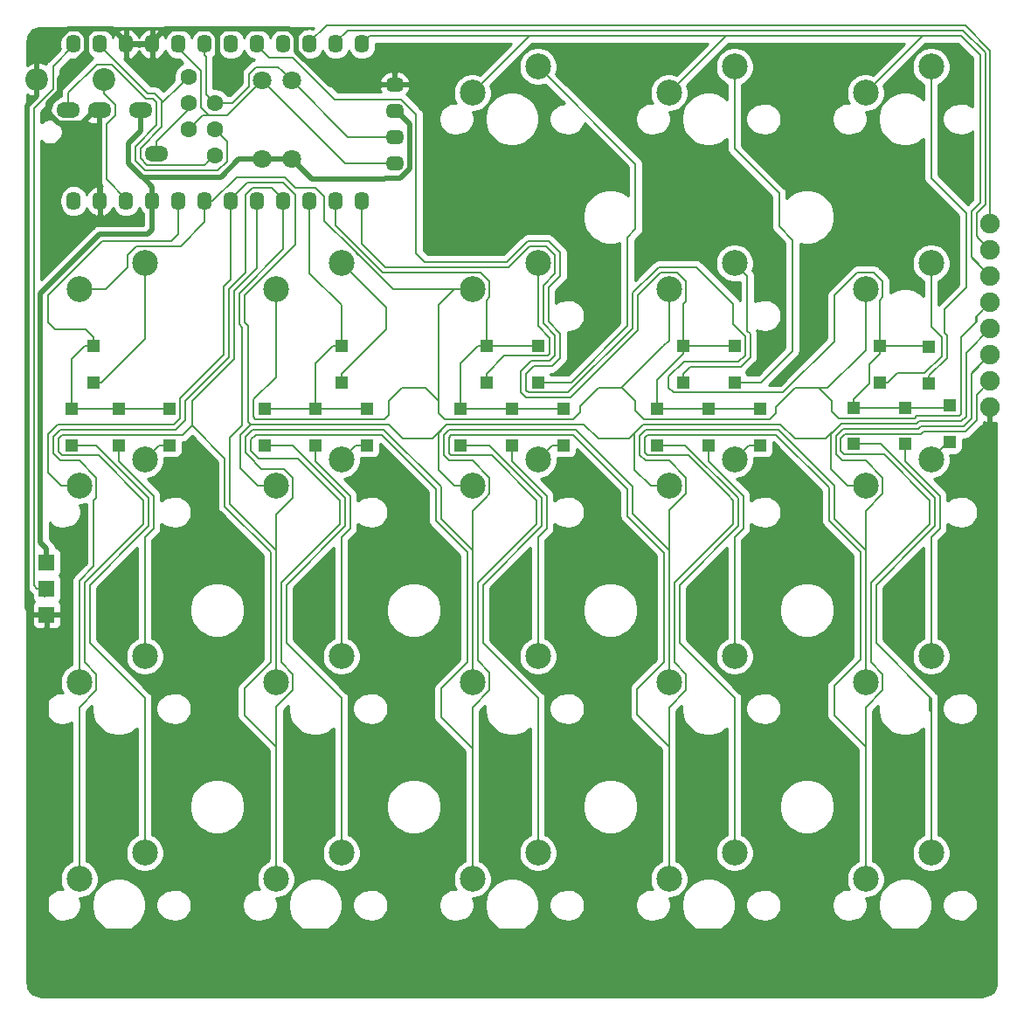
<source format=gbl>
G04 #@! TF.GenerationSoftware,KiCad,Pcbnew,(5.1.2)-2*
G04 #@! TF.CreationDate,2020-05-18T12:28:54+09:00*
G04 #@! TF.ProjectId,_5x4+3______Ver1.03,f3357834-2b33-4adf-9cdc-fcc95f566572,rev?*
G04 #@! TF.SameCoordinates,Original*
G04 #@! TF.FileFunction,Copper,L2,Bot*
G04 #@! TF.FilePolarity,Positive*
%FSLAX46Y46*%
G04 Gerber Fmt 4.6, Leading zero omitted, Abs format (unit mm)*
G04 Created by KiCad (PCBNEW (5.1.2)-2) date 2020-05-18 12:28:54*
%MOMM*%
%LPD*%
G04 APERTURE LIST*
%ADD10R,1.600000X1.600000*%
%ADD11C,2.500000*%
%ADD12C,1.900000*%
%ADD13O,1.439000X1.800000*%
%ADD14O,1.800000X1.439000*%
%ADD15R,1.200000X1.200000*%
%ADD16C,1.600000*%
%ADD17C,2.200000*%
%ADD18O,2.300000X1.500000*%
%ADD19C,1.800000*%
%ADD20C,0.200000*%
%ADD21C,0.500000*%
%ADD22C,0.254000*%
G04 APERTURE END LIST*
D10*
X2540000Y35660000D03*
X2540000Y40740000D03*
X2540000Y38200000D03*
D11*
X5690000Y67190000D03*
X12040000Y69730000D03*
X81890000Y67190000D03*
X88240000Y69730000D03*
X43790000Y67190000D03*
X50140000Y69730000D03*
X81890000Y86240000D03*
X88240000Y88780000D03*
X24740000Y67190000D03*
X31090000Y69730000D03*
X62840000Y67190000D03*
X69190000Y69730000D03*
X81890000Y48140000D03*
X88240000Y50680000D03*
X81890000Y29090000D03*
X88240000Y31630000D03*
X81890000Y10040000D03*
X88240000Y12580000D03*
X62840000Y86240000D03*
X69190000Y88780000D03*
X62840000Y48140000D03*
X69190000Y50680000D03*
X62840000Y29090000D03*
X69190000Y31630000D03*
X62840000Y10040000D03*
X69190000Y12580000D03*
X43790000Y86240000D03*
X50140000Y88780000D03*
X43790000Y48140000D03*
X50140000Y50680000D03*
X43790000Y29090000D03*
X50140000Y31630000D03*
X43790000Y10040000D03*
X50140000Y12580000D03*
X24740000Y48140000D03*
X31090000Y50680000D03*
X24740000Y29090000D03*
X31090000Y31630000D03*
X24740000Y10040000D03*
X31090000Y12580000D03*
X5690000Y48140000D03*
X12040000Y50680000D03*
X5690000Y29090000D03*
X12040000Y31630000D03*
X5690000Y10040000D03*
X12040000Y12580000D03*
D12*
X93980000Y73540000D03*
X93980000Y71000000D03*
X93980000Y68460000D03*
X93980000Y65920000D03*
X93980000Y63380000D03*
X93980000Y60840000D03*
X93980000Y58300000D03*
X93980000Y55760000D03*
D13*
X33087000Y75741400D03*
X30547000Y75741400D03*
X28007000Y75741400D03*
X25467000Y75741400D03*
X22927000Y75741400D03*
X20387000Y75741400D03*
X17847000Y75741400D03*
X15307000Y75741400D03*
X12767000Y75741400D03*
X10227000Y75741400D03*
X7687000Y75741400D03*
X33087000Y90961400D03*
X30547000Y90961400D03*
X28007000Y90961400D03*
X25467000Y90961400D03*
X22927000Y90961400D03*
X20387000Y90961400D03*
X17847000Y90961400D03*
X15307000Y90961400D03*
X12767000Y90961400D03*
X10227000Y90961400D03*
X7687000Y90961400D03*
X5147000Y90961400D03*
X5147000Y75741400D03*
D14*
X36250000Y79400000D03*
X36250000Y81940000D03*
X36250000Y84480000D03*
X36250000Y87020000D03*
D15*
X90047500Y52375000D03*
X90047500Y55925000D03*
X88047500Y58075000D03*
X88047500Y61625000D03*
X83247500Y58175000D03*
X83247500Y61725000D03*
X85747500Y52175000D03*
X85747500Y55725000D03*
X80747500Y52175000D03*
X80747500Y55725000D03*
X69197500Y58175000D03*
X69197500Y61725000D03*
X64197500Y58175000D03*
X64197500Y61725000D03*
X71697500Y52075000D03*
X71697500Y55625000D03*
X66697500Y52075000D03*
X66697500Y55625000D03*
X61697500Y52075000D03*
X61697500Y55625000D03*
X50147500Y58175000D03*
X50147500Y61725000D03*
X45147500Y58175000D03*
X45147500Y61725000D03*
X52647500Y52075000D03*
X52647500Y55625000D03*
X47647500Y52075000D03*
X47647500Y55625000D03*
X42647500Y52075000D03*
X42647500Y55625000D03*
X31097500Y58175000D03*
X31097500Y61725000D03*
X33597500Y52075000D03*
X33597500Y55625000D03*
X28597500Y52075000D03*
X28597500Y55625000D03*
X23697500Y52075000D03*
X23697500Y55625000D03*
X7047500Y58175000D03*
X7047500Y61725000D03*
X14447500Y52075000D03*
X14447500Y55625000D03*
X9547500Y52075000D03*
X9547500Y55625000D03*
X4947500Y52075000D03*
X4947500Y55625000D03*
D16*
X18820000Y85250000D03*
X18820000Y82710000D03*
X18820000Y80170000D03*
X16280000Y82710000D03*
X16280000Y85250000D03*
X16280000Y87790000D03*
D17*
X1600000Y87500000D03*
X8100000Y87500000D03*
D18*
X4650000Y84550000D03*
X7650000Y84550000D03*
X11650000Y84550000D03*
X13150000Y80350000D03*
D19*
X26250000Y87440000D03*
X26250000Y79820000D03*
X23450000Y79820000D03*
X23450000Y87440000D03*
D20*
X4547500Y55625000D02*
X9547500Y55625000D01*
X9547500Y55625000D02*
X14547500Y55625000D01*
X4947500Y56425000D02*
X4947500Y55625000D01*
X4947500Y60425000D02*
X4947500Y56425000D01*
X6247500Y61725000D02*
X4947500Y60425000D01*
X7047500Y61725000D02*
X6247500Y61725000D01*
X15307000Y72567022D02*
X15307000Y75741400D01*
X2649999Y66592001D02*
X7938009Y71880011D01*
X2649999Y64001999D02*
X2649999Y66592001D01*
X14619989Y71880011D02*
X15307000Y72567022D01*
X7938009Y71880011D02*
X14619989Y71880011D01*
X3351999Y63299999D02*
X2649999Y64001999D01*
X6272501Y63299999D02*
X3351999Y63299999D01*
X7047500Y62525000D02*
X6272501Y63299999D01*
X7047500Y61725000D02*
X7047500Y62525000D01*
X88240000Y88780000D02*
X88240000Y77989979D01*
X88240000Y77989979D02*
X91629979Y74600000D01*
X90179999Y65900001D02*
X89713999Y65434001D01*
X91629979Y67349981D02*
X90179999Y65900001D01*
X91629979Y68029979D02*
X91629979Y67349981D01*
X91629979Y74600000D02*
X91629979Y68029979D01*
X88047500Y58797878D02*
X88047500Y58075000D01*
X89747511Y60497889D02*
X88047500Y58797878D01*
X89747511Y62752111D02*
X89747511Y60497889D01*
X89529999Y62969623D02*
X89747511Y62752111D01*
X90179999Y65900001D02*
X89529999Y65250001D01*
X89529999Y65250001D02*
X89529999Y62969623D01*
X84047500Y58175000D02*
X83247500Y58175000D01*
X84947501Y59075001D02*
X84047500Y58175000D01*
X87617503Y59075001D02*
X84947501Y59075001D01*
X89247501Y60704999D02*
X87617503Y59075001D01*
X89247501Y62545001D02*
X89247501Y60704999D01*
X88240000Y63552502D02*
X89247501Y62545001D01*
X88240000Y69730000D02*
X88240000Y63552502D01*
X89602499Y51929999D02*
X90047500Y52375000D01*
X89489999Y51929999D02*
X89602499Y51929999D01*
X88240000Y50680000D02*
X89489999Y51929999D01*
X85747500Y50518742D02*
X85747500Y52175000D01*
X89100021Y47166221D02*
X85747500Y50518742D01*
X89100021Y44033779D02*
X89100021Y47166221D01*
X88240000Y43173758D02*
X89100021Y44033779D01*
X88240000Y31630000D02*
X88240000Y43173758D01*
X88240000Y14347766D02*
X88240000Y12580000D01*
X83384122Y52175000D02*
X88600011Y46959111D01*
X88600011Y46959111D02*
X88600011Y44240889D01*
X80747500Y52175000D02*
X83384122Y52175000D01*
X88100001Y26399999D02*
X88100001Y27702001D01*
X88240000Y26260000D02*
X88100001Y26399999D01*
X88240000Y25640000D02*
X88240000Y26260000D01*
X88240000Y25640000D02*
X88240000Y14347766D01*
X88240000Y27562002D02*
X88240000Y25640000D01*
X88240000Y27562002D02*
X88100001Y27702001D01*
X88240000Y12580000D02*
X88240000Y27562002D01*
X88100001Y27702001D02*
X82890020Y32911982D01*
X82890020Y38530898D02*
X87179561Y42820439D01*
X82890020Y32911982D02*
X82890020Y38530898D01*
X88600011Y44240889D02*
X87179561Y42820439D01*
X28597500Y56425000D02*
X28597500Y55625000D01*
X28597500Y60025000D02*
X28597500Y56425000D01*
X30297500Y61725000D02*
X28597500Y60025000D01*
X31097500Y61725000D02*
X30297500Y61725000D01*
X23597500Y55625000D02*
X28597500Y55625000D01*
X33597500Y55625000D02*
X28597500Y55625000D01*
X28007000Y75560900D02*
X28007000Y75741400D01*
X31097500Y62525000D02*
X31097500Y61725000D01*
X31097500Y65654502D02*
X31097500Y62525000D01*
X28007000Y68745002D02*
X31097500Y65654502D01*
X28007000Y75741400D02*
X28007000Y68745002D01*
X71775000Y58175000D02*
X69197500Y58175000D01*
X69190000Y88780000D02*
X69190000Y80810000D01*
X69190000Y80810000D02*
X73500001Y76499999D01*
X73500001Y76499999D02*
X73500001Y73273997D01*
X73500001Y73273997D02*
X74800000Y71973998D01*
X74800000Y71973998D02*
X74800000Y61200000D01*
X74800000Y61200000D02*
X71775000Y58175000D01*
X70439999Y68480001D02*
X69190000Y69730000D01*
X64197500Y58975000D02*
X64922490Y59699990D01*
X70439999Y63109623D02*
X70439999Y68480001D01*
X64197500Y58175000D02*
X64197500Y58975000D01*
X64922490Y59699990D02*
X69799612Y59699990D01*
X69799612Y59699990D02*
X70697511Y60597889D01*
X70697511Y60597889D02*
X70697511Y62852111D01*
X70697511Y62852111D02*
X70439999Y63109623D01*
X70585000Y52075000D02*
X71697500Y52075000D01*
X69190000Y50680000D02*
X70585000Y52075000D01*
X66697500Y50509620D02*
X66697500Y52075000D01*
X70050021Y47157099D02*
X66697500Y50509620D01*
X70050021Y44033779D02*
X70050021Y47157099D01*
X69190000Y43173758D02*
X70050021Y44033779D01*
X69190000Y31630000D02*
X69190000Y43173758D01*
X64425000Y52075000D02*
X61697500Y52075000D01*
X69190000Y12580000D02*
X69190000Y27562002D01*
X63840020Y38530898D02*
X69550011Y44240889D01*
X69190000Y27562002D02*
X63840020Y32911982D01*
X69550011Y44240889D02*
X69550011Y46949989D01*
X63840020Y32911982D02*
X63840020Y38530898D01*
X69550011Y46949989D02*
X64425000Y52075000D01*
X42647500Y55625000D02*
X47647500Y55625000D01*
X48447500Y55625000D02*
X52647500Y55625000D01*
X47647500Y55625000D02*
X48447500Y55625000D01*
X45147500Y61725000D02*
X50147500Y61725000D01*
X44347500Y61725000D02*
X45147500Y61725000D01*
X42647500Y60025000D02*
X44347500Y61725000D01*
X42647500Y55625000D02*
X42647500Y60025000D01*
X39807899Y68840001D02*
X44582001Y68840001D01*
X45147500Y66105498D02*
X45147500Y62547500D01*
X45440001Y66397999D02*
X45147500Y66105498D01*
X45440001Y67982001D02*
X45440001Y66397999D01*
X44582001Y68840001D02*
X45440001Y67982001D01*
X45147500Y62547500D02*
X45147500Y61725000D01*
X37940001Y68840001D02*
X44582001Y68840001D01*
X35129121Y68840001D02*
X37940001Y68840001D01*
X30547000Y73422122D02*
X35129121Y68840001D01*
X30547000Y75741400D02*
X30547000Y73422122D01*
X50147500Y58175000D02*
X53360760Y58175000D01*
X53360760Y58175000D02*
X58799982Y63614222D01*
X58799982Y72223980D02*
X59600001Y73023999D01*
X58799982Y63614222D02*
X58799982Y72223980D01*
X59600001Y79319999D02*
X50140000Y88780000D01*
X59600001Y73023999D02*
X59600001Y79319999D01*
X46897499Y60724999D02*
X45147500Y58975000D01*
X51067501Y60724999D02*
X46897499Y60724999D01*
X51300000Y60957498D02*
X51067501Y60724999D01*
X51300000Y62492502D02*
X51300000Y60957498D01*
X50140000Y63652502D02*
X51300000Y62492502D01*
X45147500Y58975000D02*
X45147500Y58175000D01*
X50140000Y69730000D02*
X50140000Y63652502D01*
X51535000Y52075000D02*
X52647500Y52075000D01*
X50140000Y50680000D02*
X51535000Y52075000D01*
X47647500Y50518742D02*
X47647500Y52075000D01*
X51000021Y47166221D02*
X47647500Y50518742D01*
X51000021Y44033779D02*
X51000021Y47166221D01*
X50140000Y31630000D02*
X50140000Y43173758D01*
X50140000Y43173758D02*
X51000021Y44033779D01*
X50500011Y46959111D02*
X50500011Y45749989D01*
X45384122Y52075000D02*
X50500011Y46959111D01*
X42647500Y52075000D02*
X45384122Y52075000D01*
X50500011Y45749989D02*
X50500011Y46000000D01*
X50500011Y44240889D02*
X50500011Y45749989D01*
X44800000Y38540878D02*
X50500011Y44240889D01*
X44800000Y32902002D02*
X44800000Y38540878D01*
X50140000Y27562002D02*
X44800000Y32902002D01*
X50140000Y12580000D02*
X50140000Y27562002D01*
X61697500Y55625000D02*
X66697500Y55625000D01*
X66697500Y55625000D02*
X71697500Y55625000D01*
X64197500Y61725000D02*
X69197500Y61725000D01*
X48647489Y57047889D02*
X48647501Y57047877D01*
X61697500Y56425000D02*
X61697500Y55625000D01*
X61697500Y58425000D02*
X61697500Y56425000D01*
X64197500Y60925000D02*
X61697500Y58425000D01*
X64197500Y61725000D02*
X64197500Y60925000D01*
X48647489Y57047889D02*
X48897689Y56797689D01*
X48897689Y56797689D02*
X49020389Y56674989D01*
X64197500Y62525000D02*
X64197500Y61725000D01*
X64197500Y65749502D02*
X64197500Y62525000D01*
X62047999Y68840001D02*
X63632001Y68840001D01*
X64490001Y67982001D02*
X64490001Y66042003D01*
X59800000Y66592002D02*
X62047999Y68840001D01*
X63632001Y68840001D02*
X64490001Y67982001D01*
X59800000Y63200000D02*
X59800000Y66592002D01*
X64490001Y66042003D02*
X64197500Y65749502D01*
X53274989Y56674989D02*
X59800000Y63200000D01*
X49020389Y56674989D02*
X53274989Y56674989D01*
X48503550Y59203550D02*
X48503550Y57191828D01*
X49524989Y60224989D02*
X48503550Y59203550D01*
X48503550Y57191828D02*
X49020389Y56674989D01*
X51800010Y62699612D02*
X51800010Y60750388D01*
X51274611Y60224989D02*
X49524989Y60224989D01*
X50640010Y63859612D02*
X51800010Y62699612D01*
X50640010Y67540010D02*
X50640010Y63859612D01*
X51790001Y68690001D02*
X50640010Y67540010D01*
X51790001Y70522001D02*
X51790001Y68690001D01*
X51800010Y60750388D02*
X51274611Y60224989D01*
X33087000Y71589242D02*
X35336231Y69340011D01*
X35336231Y69340011D02*
X47308009Y69340011D01*
X47308009Y69340011D02*
X49347999Y71380001D01*
X49347999Y71380001D02*
X50932001Y71380001D01*
X33087000Y75741400D02*
X33087000Y71589242D01*
X50932001Y71380001D02*
X51790001Y70522001D01*
X31097500Y58975000D02*
X31097500Y58175000D01*
X35400001Y63277501D02*
X31097500Y58975000D01*
X35400001Y65419999D02*
X35400001Y63277501D01*
X31090000Y69730000D02*
X35400001Y65419999D01*
X32485000Y52075000D02*
X33597500Y52075000D01*
X31090000Y50680000D02*
X32485000Y52075000D01*
X28597500Y50518742D02*
X28597500Y52075000D01*
X31950021Y47166221D02*
X28597500Y50518742D01*
X31950021Y44033779D02*
X31950021Y47166221D01*
X31090000Y43173758D02*
X31950021Y44033779D01*
X31090000Y31630000D02*
X31090000Y43173758D01*
X31090000Y24490000D02*
X31090000Y12580000D01*
X31090000Y27562002D02*
X31090000Y24490000D01*
X25740020Y32911982D02*
X31090000Y27562002D01*
X25740020Y38530898D02*
X25740020Y32911982D01*
X31450011Y44240889D02*
X25740020Y38530898D01*
X31450011Y46959111D02*
X31450011Y44240889D01*
X26334122Y52075000D02*
X31450011Y46959111D01*
X23597500Y52075000D02*
X26334122Y52075000D01*
X12040000Y62367500D02*
X7847500Y58175000D01*
X12040000Y69730000D02*
X12040000Y62367500D01*
X7847500Y58175000D02*
X7047500Y58175000D01*
X80747500Y55725000D02*
X85747500Y55725000D01*
X85747500Y55725000D02*
X90247500Y55725000D01*
X88147500Y61725000D02*
X88247500Y61625000D01*
X83247500Y61725000D02*
X88147500Y61725000D01*
X80747500Y56525000D02*
X80747500Y55725000D01*
X82247499Y58024999D02*
X80747500Y56525000D01*
X82247499Y59924999D02*
X82247499Y58024999D01*
X83247500Y60925000D02*
X82247499Y59924999D01*
X83247500Y61725000D02*
X83247500Y60925000D01*
X22927000Y90961400D02*
X22927000Y91141900D01*
X83247500Y66105498D02*
X83247500Y61725000D01*
X82682001Y68840001D02*
X83540001Y67982001D01*
X73891877Y57174999D02*
X78849999Y62133121D01*
X62800000Y57652498D02*
X63277499Y57174999D01*
X62800000Y58700000D02*
X62800000Y57652498D01*
X81097999Y68840001D02*
X82682001Y68840001D01*
X64300000Y60200000D02*
X62800000Y58700000D01*
X51140020Y64066722D02*
X52300020Y62906722D01*
X51140020Y67332900D02*
X51140020Y64066722D01*
X83540001Y66397999D02*
X83247500Y66105498D01*
X51139111Y71880011D02*
X52290011Y70729111D01*
X49140889Y71880011D02*
X51139111Y71880011D01*
X65511991Y69340011D02*
X69050001Y65802001D01*
X39159979Y69840021D02*
X47100899Y69840021D01*
X52290011Y68482891D02*
X51140020Y67332900D01*
X52300020Y62906722D02*
X52300020Y60543278D01*
X38350020Y70649980D02*
X39159979Y69840021D01*
X52300020Y60543278D02*
X51481721Y59724979D01*
X38350020Y84143706D02*
X38350020Y70649980D01*
X36894216Y85599510D02*
X38350020Y84143706D01*
X52290011Y70729111D02*
X52290011Y68482891D01*
X69050001Y65802001D02*
X69050001Y63792501D01*
X83540001Y67982001D02*
X83540001Y66397999D01*
X30473780Y85599510D02*
X36894216Y85599510D01*
X26411900Y89661390D02*
X30473780Y85599510D01*
X47100899Y69840021D02*
X49140889Y71880011D01*
X22927000Y90780900D02*
X24046510Y89661390D01*
X78849999Y66592001D02*
X81097999Y68840001D01*
X59300000Y63407120D02*
X59299992Y63407128D01*
X24046510Y89661390D02*
X26411900Y89661390D01*
X59299992Y63407128D02*
X59299992Y66831998D01*
X22927000Y90961400D02*
X22927000Y90780900D01*
X51481721Y59724979D02*
X49777477Y59724979D01*
X49777477Y59724979D02*
X49003560Y58951062D01*
X49003560Y57398938D02*
X49227499Y57174999D01*
X49003560Y58951062D02*
X49003560Y57398938D01*
X49227499Y57174999D02*
X53067879Y57174999D01*
X69592502Y60200000D02*
X64300000Y60200000D01*
X78849999Y62133121D02*
X78849999Y66592001D01*
X53067879Y57174999D02*
X59300000Y63407120D01*
X59299992Y66831998D02*
X61483997Y69016003D01*
X61483997Y69016003D02*
X61516881Y69016003D01*
X61516881Y69016003D02*
X61840889Y69340011D01*
X61840889Y69340011D02*
X65511991Y69340011D01*
X69050001Y63792501D02*
X70197501Y62645001D01*
X70197501Y62645001D02*
X70197501Y60804999D01*
X63277499Y57174999D02*
X73891877Y57174999D01*
X70197501Y60804999D02*
X69592502Y60200000D01*
X13435000Y52075000D02*
X14547500Y52075000D01*
X12040000Y50680000D02*
X13435000Y52075000D01*
X9547500Y50518742D02*
X9547500Y52075000D01*
X12900021Y47166221D02*
X9547500Y50518742D01*
X12900021Y44033779D02*
X12900021Y47166221D01*
X12040000Y43173758D02*
X12900021Y44033779D01*
X12040000Y31630000D02*
X12040000Y43173758D01*
X7284122Y52075000D02*
X12400011Y46959111D01*
X12400011Y46959111D02*
X12400011Y44240889D01*
X4947500Y52075000D02*
X7284122Y52075000D01*
X12400011Y44240889D02*
X11829561Y43670439D01*
X11829561Y43670439D02*
X11539990Y43380868D01*
X11539990Y43380868D02*
X6690020Y38530898D01*
X12040000Y27562002D02*
X12040000Y23960000D01*
X6690020Y32911982D02*
X12040000Y27562002D01*
X6690020Y38530898D02*
X6690020Y32911982D01*
X12040000Y12580000D02*
X12040000Y23960000D01*
X69050001Y46050001D02*
X69050001Y46742879D01*
X69050001Y46050001D02*
X69050001Y46250000D01*
X60500000Y52797502D02*
X60500000Y51352498D01*
X60777499Y53075001D02*
X60500000Y52797502D01*
X60500000Y51352498D02*
X60777499Y51074999D01*
X62925001Y51074999D02*
X64717881Y51074999D01*
X60777499Y51074999D02*
X62925001Y51074999D01*
X64717881Y51074999D02*
X68521440Y47271440D01*
X69050001Y46742879D02*
X68521440Y47271440D01*
X22927000Y75560900D02*
X22927000Y75741400D01*
X24740000Y11807766D02*
X24740000Y10040000D01*
X24800000Y11867766D02*
X24740000Y11807766D01*
X24800000Y22200000D02*
X24800000Y11867766D01*
X24800000Y22801998D02*
X21699999Y25901999D01*
X24800000Y22200000D02*
X24800000Y22801998D01*
X21699999Y25901999D02*
X21699999Y28492001D01*
X21699999Y28492001D02*
X24239990Y31031992D01*
X24239990Y31031992D02*
X24239990Y41704888D01*
X24239990Y41704888D02*
X19799990Y46144888D01*
X3650000Y52697502D02*
X4027499Y53075001D01*
X3650000Y51452498D02*
X3650000Y52697502D01*
X4027499Y51074999D02*
X3650000Y51452498D01*
X7577003Y51074999D02*
X4027499Y51074999D01*
X11900001Y46752001D02*
X7577003Y51074999D01*
X11900001Y44447999D02*
X11900001Y46752001D01*
X7340001Y28297999D02*
X7340001Y29882001D01*
X6190010Y38738008D02*
X11900001Y44447999D01*
X7340001Y29882001D02*
X6190010Y31031992D01*
X5690000Y26647998D02*
X7340001Y28297999D01*
X6190010Y31031992D02*
X6190010Y38738008D01*
X5690000Y10040000D02*
X5690000Y26647998D01*
X59750000Y27150000D02*
X59750000Y25951998D01*
X62840000Y10040000D02*
X62840000Y22740000D01*
X59750000Y25951998D02*
X59750000Y27750000D01*
X62840000Y22861998D02*
X59750000Y25951998D01*
X62840000Y22740000D02*
X62840000Y22861998D01*
X62840000Y26647998D02*
X62840000Y22740000D01*
X69050001Y46050001D02*
X69050001Y44447999D01*
X69050001Y44447999D02*
X63340010Y38738008D01*
X63340010Y38738008D02*
X63340010Y31031992D01*
X63340010Y31031992D02*
X64490001Y29882001D01*
X64490001Y29882001D02*
X64490001Y28297999D01*
X64490001Y28297999D02*
X62840000Y26647998D01*
X59750000Y27250000D02*
X59750000Y27150000D01*
X59750000Y27750000D02*
X59750000Y27250000D01*
X59750000Y28442002D02*
X59750000Y27250000D01*
X62339990Y31031992D02*
X59750000Y28442002D01*
X62339990Y41660010D02*
X62339990Y31031992D01*
X44290010Y31209990D02*
X44290010Y38738008D01*
X58799801Y47842701D02*
X58799801Y45200199D01*
X43790000Y26647998D02*
X45440001Y28297999D01*
X58799801Y45200199D02*
X62339990Y41660010D01*
X43790000Y10040000D02*
X43790000Y26647998D01*
X45440001Y28297999D02*
X45440001Y30059999D01*
X50000001Y44447999D02*
X50000001Y46752001D01*
X45440001Y30059999D02*
X44290010Y31209990D01*
X50000001Y46752001D02*
X45677003Y51074999D01*
X44290010Y38738008D02*
X50000001Y44447999D01*
X41500000Y51302498D02*
X41500000Y52847502D01*
X45677003Y51074999D02*
X41727499Y51074999D01*
X41727499Y51074999D02*
X41500000Y51302498D01*
X41500000Y52847502D02*
X41727499Y53075001D01*
X41727499Y53075001D02*
X53567501Y53075001D01*
X53567501Y53075001D02*
X58799801Y47842701D01*
X24800000Y26707998D02*
X24800000Y22200000D01*
X26390001Y28297999D02*
X24800000Y26707998D01*
X25240010Y38738008D02*
X25240010Y31031992D01*
X43289990Y41704888D02*
X40249989Y44744889D01*
X25240010Y31031992D02*
X26390001Y29882001D01*
X22300000Y52597502D02*
X22300000Y51552498D01*
X43289990Y31031992D02*
X43289990Y41704888D01*
X40749999Y25730001D02*
X40749999Y28492001D01*
X43790000Y22690000D02*
X40749999Y25730001D01*
X22300000Y51552498D02*
X23051497Y50801001D01*
X35010759Y53075001D02*
X22777499Y53075001D01*
X40749999Y28492001D02*
X43289990Y31031992D01*
X30950001Y46752001D02*
X30950001Y44447999D01*
X26390001Y29882001D02*
X26390001Y28297999D01*
X43790000Y10040000D02*
X43790000Y22690000D01*
X22777499Y53075001D02*
X22300000Y52597502D01*
X30950001Y44447999D02*
X25240010Y38738008D01*
X40249989Y44744889D02*
X40249989Y47835771D01*
X40249989Y47835771D02*
X35010759Y53075001D01*
X26901001Y50801001D02*
X30950001Y46752001D01*
X23051497Y50801001D02*
X26901001Y50801001D01*
X16599999Y55499999D02*
X16599999Y54443257D01*
X19799990Y50774008D02*
X19799990Y47700010D01*
X16599999Y53973999D02*
X19799990Y50774008D01*
X19799990Y46144888D02*
X19799990Y47700010D01*
X19799990Y47700010D02*
X19799990Y48642512D01*
X15701001Y53075001D02*
X14924999Y53075001D01*
X16599999Y53973999D02*
X15701001Y53075001D01*
X4027499Y53075001D02*
X14924999Y53075001D01*
X14924999Y53075001D02*
X15231743Y53075001D01*
X71924999Y53075001D02*
X60777499Y53075001D01*
X73234757Y53075001D02*
X71924999Y53075001D01*
X78349989Y47959769D02*
X73234757Y53075001D01*
X78349989Y44744889D02*
X78349989Y47959769D01*
X81890000Y10040000D02*
X81890000Y22861998D01*
X81890000Y22861998D02*
X78849999Y25901999D01*
X78849999Y25901999D02*
X78849999Y28749999D01*
X78849999Y28749999D02*
X81389990Y31289990D01*
X81389990Y31289990D02*
X81389990Y41704888D01*
X81389990Y41704888D02*
X78349989Y44744889D01*
X22927000Y75741400D02*
X22927000Y69233242D01*
X22927000Y69233242D02*
X20699979Y67006221D01*
X16599999Y56326001D02*
X16599999Y54400001D01*
X20699979Y60425981D02*
X16599999Y56326001D01*
X20699979Y67006221D02*
X20699979Y60425981D01*
X16599999Y55499999D02*
X16599999Y54400001D01*
X16599999Y54400001D02*
X16599999Y53973999D01*
X93980000Y58300000D02*
X92629999Y56949999D01*
X81890000Y26647998D02*
X81890000Y10040000D01*
X83540001Y28297999D02*
X81890000Y26647998D01*
X83540001Y29882001D02*
X83540001Y28297999D01*
X83677003Y51174999D02*
X88100001Y46752001D01*
X92629999Y56949999D02*
X92629999Y54729999D01*
X79925001Y53175001D02*
X79500000Y52750000D01*
X91563862Y53400000D02*
X87463862Y53400000D01*
X79500000Y51502498D02*
X79827499Y51174999D01*
X87463862Y53400000D02*
X87238863Y53175001D01*
X87238863Y53175001D02*
X79925001Y53175001D01*
X79500000Y52750000D02*
X79500000Y51502498D01*
X79827499Y51174999D02*
X83677003Y51174999D01*
X92629999Y54729999D02*
X92629999Y54466137D01*
X88100001Y46752001D02*
X88100001Y44447999D01*
X88100001Y44447999D02*
X82390010Y38738008D01*
X92629999Y54466137D02*
X91563862Y53400000D01*
X82390010Y38738008D02*
X82390010Y31031992D01*
X82390010Y31031992D02*
X83540001Y29882001D01*
D21*
X10227000Y90961400D02*
X12767000Y90961400D01*
X18372848Y92411410D02*
X19117490Y91666768D01*
X12767000Y90961400D02*
X12767000Y91141900D01*
X12767000Y91141900D02*
X14036510Y92411410D01*
X19117490Y91666768D02*
X19117490Y91082510D01*
X19117490Y91082510D02*
X19117490Y90429662D01*
X14036510Y92411410D02*
X17011410Y92411410D01*
X17011410Y92411410D02*
X18372848Y92411410D01*
X1600000Y85944366D02*
X625010Y84969376D01*
X1600000Y87500000D02*
X1600000Y85944366D01*
X4621152Y92411410D02*
X3604871Y91395129D01*
X1600000Y89390258D02*
X3604871Y91395129D01*
X1600000Y89055634D02*
X1600000Y87500000D01*
X1600000Y89390258D02*
X1600000Y89055634D01*
X7650000Y75778400D02*
X7687000Y75741400D01*
X7650000Y84550000D02*
X7650000Y75778400D01*
X2700000Y85205862D02*
X2700000Y84261509D01*
X2700000Y84261509D02*
X3711519Y83249990D01*
X7250000Y84550000D02*
X7650000Y84550000D01*
X3787453Y86293315D02*
X2700000Y85205862D01*
X3711519Y83249990D02*
X5949990Y83249990D01*
X5672848Y92411410D02*
X6417490Y91666768D01*
X3787453Y87625995D02*
X3787453Y86293315D01*
X6417490Y91666768D02*
X6417490Y90256032D01*
X6417490Y90256032D02*
X3787453Y87625995D01*
X5949990Y83249990D02*
X7250000Y84550000D01*
X4621152Y92411410D02*
X5672848Y92411410D01*
X10227000Y91141900D02*
X10227000Y90961400D01*
X8957490Y92411410D02*
X10227000Y91141900D01*
X4621152Y92411410D02*
X8957490Y92411410D01*
X4104871Y91895129D02*
X4621152Y92411410D01*
X4104871Y91895129D02*
X1600000Y89390258D01*
X25992848Y92411410D02*
X17011410Y92411410D01*
X26737490Y91666768D02*
X25992848Y92411410D01*
X26737490Y90255052D02*
X26737490Y91666768D01*
X29972542Y87020000D02*
X26737490Y90255052D01*
X36250000Y87020000D02*
X29972542Y87020000D01*
X1250000Y35660000D02*
X625010Y36284990D01*
X2550000Y35660000D02*
X1250000Y35660000D01*
X625010Y84969376D02*
X625010Y40974990D01*
X93980000Y48593186D02*
X93980000Y55760000D01*
X93224990Y47838176D02*
X93980000Y48593186D01*
X93224990Y42135010D02*
X93224990Y47838176D01*
X93980000Y41380000D02*
X93224990Y42135010D01*
X93980000Y10493186D02*
X93980000Y41380000D01*
X93160001Y7239999D02*
X93160001Y9673187D01*
X90870001Y4949999D02*
X93160001Y7239999D01*
X4329999Y4949999D02*
X90870001Y4949999D01*
X93160001Y9673187D02*
X93980000Y10493186D01*
X2499999Y6779999D02*
X4329999Y4949999D01*
X2550000Y34360000D02*
X2499999Y34309999D01*
X2550000Y35660000D02*
X2550000Y34360000D01*
X2499999Y34309999D02*
X2499999Y6779999D01*
X625010Y36274990D02*
X625010Y37925010D01*
X1240000Y35660000D02*
X625010Y36274990D01*
X2540000Y35660000D02*
X1240000Y35660000D01*
X625010Y36284990D02*
X625010Y37925010D01*
X625010Y37925010D02*
X625010Y40974990D01*
X19117490Y91082510D02*
X19117490Y88882510D01*
X19117490Y88882510D02*
X20000000Y88000000D01*
D20*
X40749999Y45499999D02*
X40749999Y45250000D01*
X43790000Y45697998D02*
X44582001Y46489999D01*
X43790000Y29090000D02*
X43790000Y45697998D01*
X44582001Y46489999D02*
X45046001Y46953999D01*
X45046001Y46953999D02*
X45171001Y47078999D01*
X40749999Y44951999D02*
X40749999Y46500001D01*
X40749999Y45499999D02*
X40749999Y46500001D01*
X62840000Y41911998D02*
X62840000Y41160000D01*
X59299811Y45452187D02*
X62840000Y41911998D01*
X40999990Y51095388D02*
X40999990Y53054612D01*
X41520389Y50574989D02*
X40999990Y51095388D01*
X62840000Y29090000D02*
X62840000Y41160000D01*
X45046001Y46953999D02*
X45440001Y47347999D01*
X59299811Y48049811D02*
X59299811Y45452187D01*
X53774611Y53575011D02*
X59299811Y48049811D01*
X41520389Y53575011D02*
X53774611Y53575011D01*
X45440001Y47347999D02*
X45440001Y48932001D01*
X40999990Y53054612D02*
X41520389Y53575011D01*
X45440001Y48932001D02*
X43797013Y50574989D01*
X43797013Y50574989D02*
X41520389Y50574989D01*
X81890000Y29090000D02*
X81890000Y41140000D01*
X92279989Y59139989D02*
X93980000Y60840000D01*
X22970389Y53575011D02*
X23175011Y53575011D01*
X23175011Y53575011D02*
X23424989Y53575011D01*
X24740000Y39760000D02*
X24740000Y29090000D01*
X24740000Y45342002D02*
X24740000Y39760000D01*
X22197489Y50947889D02*
X22570387Y50574991D01*
X26390001Y46992003D02*
X24740000Y45342002D01*
X23424989Y53575011D02*
X23924989Y53575011D01*
X26390001Y48932001D02*
X25532001Y49790001D01*
X26390001Y48790001D02*
X26390001Y46992003D01*
X26390001Y48932001D02*
X26390001Y48790001D01*
X26211001Y49111001D02*
X25532001Y49790001D01*
X26211001Y49111001D02*
X26390001Y48932001D01*
X23355377Y49790001D02*
X22197489Y50947889D01*
X25467000Y75560900D02*
X25467000Y75741400D01*
X21807490Y76385616D02*
X21807490Y75592510D01*
X22463284Y77041410D02*
X21807490Y76385616D01*
X25467000Y75921900D02*
X25467000Y75741400D01*
X24347490Y77041410D02*
X25467000Y75921900D01*
X23241410Y77041410D02*
X24347490Y77041410D01*
X23241410Y77041410D02*
X22463284Y77041410D01*
X24740000Y41911998D02*
X24740000Y39760000D01*
X20300000Y46351998D02*
X24740000Y41911998D01*
X20300000Y52773998D02*
X20300000Y46351998D01*
X25467000Y75741400D02*
X25467000Y71066122D01*
X21199989Y66799111D02*
X21199989Y63794889D01*
X25467000Y71066122D02*
X21199989Y66799111D01*
X21199989Y63794889D02*
X21500001Y63494877D01*
X21500001Y63494877D02*
X21500001Y53973999D01*
X21500001Y53973999D02*
X20300000Y52773998D01*
X23175011Y53575011D02*
X22515253Y53575011D01*
X22515253Y53575011D02*
X21800000Y52859758D01*
X23355377Y49790001D02*
X23709999Y49790001D01*
X21800000Y51345378D02*
X23355377Y49790001D01*
X21800000Y52859758D02*
X21800000Y51345378D01*
X25532001Y49790001D02*
X23709999Y49790001D01*
X33424989Y53575011D02*
X35217869Y53575011D01*
X23924989Y53575011D02*
X33424989Y53575011D01*
X43790000Y41911998D02*
X43790000Y29090000D01*
X40749999Y44951999D02*
X43790000Y41911998D01*
X40749999Y48042881D02*
X40749999Y44951999D01*
X35217869Y53575011D02*
X40749999Y48042881D01*
X62840000Y43740000D02*
X62840000Y41160000D01*
X64490001Y47390001D02*
X62840000Y45740000D01*
X64490001Y48932001D02*
X64490001Y47390001D01*
X62847013Y50574989D02*
X64490001Y48932001D01*
X59999990Y51145388D02*
X60570389Y50574989D01*
X59999990Y53004612D02*
X59999990Y51145388D01*
X60570389Y50574989D02*
X62847013Y50574989D01*
X81890000Y41140000D02*
X81890000Y41911998D01*
X78849999Y44951999D02*
X78849999Y48166879D01*
X62840000Y45740000D02*
X62840000Y43740000D01*
X78849999Y48166879D02*
X73441867Y53575011D01*
X81890000Y41911998D02*
X78849999Y44951999D01*
X73441867Y53575011D02*
X60570389Y53575011D01*
X60570389Y53575011D02*
X59999990Y53004612D01*
X5690000Y38310000D02*
X5690000Y29090000D01*
X5690000Y38945118D02*
X5690000Y38310000D01*
X7099999Y40355117D02*
X5690000Y38945118D01*
X7340001Y46992003D02*
X7099999Y46752001D01*
X5697013Y50574989D02*
X7340001Y48932001D01*
X3820389Y50574989D02*
X5697013Y50574989D01*
X3149990Y52904612D02*
X3149990Y51245388D01*
X3149990Y51245388D02*
X3820389Y50574989D01*
X7099999Y46752001D02*
X7099999Y40355117D01*
X15947511Y54497889D02*
X15024633Y53575011D01*
X7340001Y48932001D02*
X7340001Y46992003D01*
X15024633Y53575011D02*
X3820389Y53575011D01*
X3820389Y53575011D02*
X3149990Y52904612D01*
X15947511Y56380633D02*
X15947511Y55847511D01*
X21807490Y75592510D02*
X21807490Y68820852D01*
X21807490Y68820852D02*
X20199969Y67213331D01*
X15947511Y55847511D02*
X15947511Y54497889D01*
X20199969Y67213331D02*
X20199969Y60633091D01*
X20199969Y60633091D02*
X15947511Y56380633D01*
X81890000Y45697998D02*
X81890000Y41140000D01*
X81897013Y50574989D02*
X83540001Y48932001D01*
X79620389Y50574989D02*
X81897013Y50574989D01*
X78999990Y52957110D02*
X78999990Y51195388D01*
X83540001Y48932001D02*
X83540001Y47347999D01*
X87031753Y53675011D02*
X79717891Y53675011D01*
X83540001Y47347999D02*
X81890000Y45697998D01*
X87281721Y53924979D02*
X87031753Y53675011D01*
X79717891Y53675011D02*
X78999990Y52957110D01*
X91381721Y53924979D02*
X87281721Y53924979D01*
X78999990Y51195388D02*
X79620389Y50574989D01*
X92129989Y54673247D02*
X91381721Y53924979D01*
X92129989Y58989989D02*
X92129989Y54673247D01*
X93980000Y60840000D02*
X92129989Y58989989D01*
X60363279Y54075021D02*
X73031721Y54075021D01*
X14817523Y54075021D02*
X15447501Y54704999D01*
X3613279Y54075021D02*
X14817523Y54075021D01*
X2649980Y53111722D02*
X3613279Y54075021D01*
X2649980Y49412254D02*
X2649980Y53111722D01*
X3922234Y48140000D02*
X2649980Y49412254D01*
X5690000Y48140000D02*
X3922234Y48140000D01*
X22308143Y54075021D02*
X22050999Y54332165D01*
X26586510Y71478512D02*
X21699999Y66592001D01*
X26586510Y76385616D02*
X26586510Y71478512D01*
X25430706Y77541420D02*
X26586510Y76385616D01*
X22006520Y77541420D02*
X25430706Y77541420D01*
X20387000Y75741400D02*
X20387000Y75921900D01*
X20387000Y75921900D02*
X22006520Y77541420D01*
X21699999Y66592001D02*
X21699999Y64001999D01*
X22050999Y63650999D02*
X22050999Y61850999D01*
X21699999Y64001999D02*
X22050999Y63650999D01*
X22050999Y54332165D02*
X22050999Y61850999D01*
X22050999Y61850999D02*
X22050999Y62250999D01*
X22972234Y48140000D02*
X24740000Y48140000D01*
X21300000Y49812234D02*
X22972234Y48140000D01*
X21300000Y53066878D02*
X21300000Y49812234D01*
X22308143Y54075021D02*
X21300000Y53066878D01*
X60363279Y54075021D02*
X72675021Y54075021D01*
X42022234Y48140000D02*
X43790000Y48140000D01*
X40499980Y49662254D02*
X42022234Y48140000D01*
X40499980Y53261722D02*
X40499980Y49662254D01*
X41313279Y54075021D02*
X40499980Y53261722D01*
X71224989Y54124989D02*
X71175021Y54075021D01*
X71175021Y54075021D02*
X71924979Y54075021D01*
X72675021Y54075021D02*
X72924979Y54075021D01*
X72924979Y54075021D02*
X73031721Y54075021D01*
X91779979Y61179979D02*
X93980000Y63380000D01*
X73648977Y54075021D02*
X72424979Y54075021D01*
X75023999Y52699999D02*
X73648977Y54075021D01*
X78035759Y52699999D02*
X75023999Y52699999D01*
X79510781Y54175021D02*
X78035759Y52699999D01*
X71924979Y54075021D02*
X72424979Y54075021D01*
X72424979Y54075021D02*
X72675021Y54075021D01*
X80122234Y48140000D02*
X81890000Y48140000D01*
X78499980Y53164220D02*
X78499980Y49762254D01*
X79510781Y54175021D02*
X78499980Y53164220D01*
X78499980Y49762254D02*
X80122234Y48140000D01*
X15447501Y54704999D02*
X15447501Y55552499D01*
X20387000Y75741400D02*
X20387000Y68107482D01*
X15447501Y56587743D02*
X15447501Y55552499D01*
X20387000Y68107482D02*
X19699959Y67420441D01*
X19699959Y67420441D02*
X19699959Y60840201D01*
X19699959Y60840201D02*
X15447501Y56587743D01*
X58988257Y52699999D02*
X60363279Y54075021D01*
X54598977Y54075021D02*
X55973999Y52699999D01*
X41313279Y54075021D02*
X54598977Y54075021D01*
X39938257Y52699999D02*
X41313279Y54075021D01*
X37025021Y52699999D02*
X39938257Y52699999D01*
X55973999Y52699999D02*
X58988257Y52699999D01*
X35175021Y54075021D02*
X35649999Y54075021D01*
X22308143Y54075021D02*
X35175021Y54075021D01*
X35649999Y54075021D02*
X37025021Y52699999D01*
X59499980Y53211722D02*
X60363279Y54075021D01*
X59499980Y49712254D02*
X59499980Y53211722D01*
X61072234Y48140000D02*
X59499980Y49712254D01*
X62840000Y48140000D02*
X61072234Y48140000D01*
X86824643Y54175021D02*
X85175021Y54175021D01*
X87074611Y54424989D02*
X86824643Y54175021D01*
X85175021Y54175021D02*
X79510781Y54175021D01*
X91174611Y54424989D02*
X87074611Y54424989D01*
X91629979Y54880357D02*
X91174611Y54424989D01*
X91629979Y61029979D02*
X91629979Y54880357D01*
X93980000Y63380000D02*
X91629979Y61029979D01*
X17847000Y75741400D02*
X17847000Y75921900D01*
X25467000Y67917000D02*
X24740000Y67190000D01*
X42022234Y67190000D02*
X43790000Y67190000D01*
X28539338Y77041410D02*
X29427490Y76153258D01*
X25637816Y78041430D02*
X26637836Y77041410D01*
X20923304Y78041430D02*
X25637816Y78041430D01*
X18623274Y75741400D02*
X20923304Y78041430D01*
X26637836Y77041410D02*
X28539338Y77041410D01*
X17847000Y75741400D02*
X18623274Y75741400D01*
X81890000Y61290000D02*
X81890000Y67190000D01*
X81550000Y60950000D02*
X81890000Y61290000D01*
X53567501Y54624999D02*
X54221251Y55278749D01*
X54221251Y55847253D02*
X55973999Y57600001D01*
X54221251Y55278749D02*
X54221251Y55847253D01*
X78200001Y57600001D02*
X81550000Y60950000D01*
X73192502Y55768504D02*
X75023999Y57600001D01*
X73192502Y55200000D02*
X73192502Y55768504D01*
X72617501Y54624999D02*
X73192502Y55200000D01*
X59600001Y56326001D02*
X59013001Y56913001D01*
X59600001Y55399999D02*
X59600001Y56326001D01*
X60375001Y54624999D02*
X59600001Y55399999D01*
X61224999Y54624999D02*
X60375001Y54624999D01*
X61224999Y54624999D02*
X72617501Y54624999D01*
X58326001Y57600001D02*
X59013001Y56913001D01*
X58200001Y57600001D02*
X58326001Y57600001D01*
X62300000Y61700000D02*
X58200001Y57600001D01*
X62840000Y62240000D02*
X62300000Y61700000D01*
X62840000Y67190000D02*
X62840000Y62240000D01*
X76700001Y57600001D02*
X77376001Y57600001D01*
X75023999Y57600001D02*
X76700001Y57600001D01*
X53224999Y54624999D02*
X53567501Y54624999D01*
X55973999Y57600001D02*
X57700001Y57600001D01*
X57700001Y57600001D02*
X58200001Y57600001D01*
X8290000Y67190000D02*
X10389999Y69289999D01*
X17847000Y73728020D02*
X17847000Y75741400D01*
X10389999Y70522001D02*
X11247999Y71380001D01*
X10389999Y69289999D02*
X10389999Y70522001D01*
X5690000Y67190000D02*
X8290000Y67190000D01*
X11247999Y71380001D02*
X15498981Y71380001D01*
X15498981Y71380001D02*
X17847000Y73728020D01*
X76899999Y57600001D02*
X77376001Y57600001D01*
X76899999Y57600001D02*
X78200001Y57600001D01*
X76700001Y57600001D02*
X76899999Y57600001D01*
X42875001Y54624999D02*
X53224999Y54624999D01*
X40550001Y55200000D02*
X41125002Y54624999D01*
X35649999Y55049999D02*
X35649999Y56326001D01*
X35224999Y54624999D02*
X35649999Y55049999D01*
X41125002Y54624999D02*
X42875001Y54624999D01*
X22775001Y54624999D02*
X35224999Y54624999D01*
X22551249Y54848751D02*
X22775001Y54624999D01*
X39276001Y57600001D02*
X40550001Y56326001D01*
X36923999Y57600001D02*
X39276001Y57600001D01*
X22551249Y56498751D02*
X22551249Y54848751D01*
X35649999Y56326001D02*
X36923999Y57600001D01*
X24740000Y58687502D02*
X22551249Y56498751D01*
X24740000Y67190000D02*
X24740000Y58687502D01*
X40550001Y65717767D02*
X40550001Y56326001D01*
X42022234Y67190000D02*
X40550001Y65717767D01*
X40550001Y56326001D02*
X40550001Y55200000D01*
X29427490Y75572510D02*
X29427490Y73834512D01*
X29427490Y76153258D02*
X29427490Y75572510D01*
X36072002Y67190000D02*
X32181001Y71081001D01*
X43790000Y67190000D02*
X36072002Y67190000D01*
X29427490Y73834512D02*
X32181001Y71081001D01*
X32181001Y71081001D02*
X32740001Y70522001D01*
X92550001Y64490001D02*
X93980000Y65920000D01*
X92550001Y64001999D02*
X92550001Y64490001D01*
X91279969Y62731967D02*
X92550001Y64001999D01*
X92629999Y64081997D02*
X92550001Y64001999D01*
X93980000Y65920000D02*
X92629999Y64569999D01*
X92629999Y64569999D02*
X92629999Y64081997D01*
X91129969Y62581967D02*
X91129969Y61237089D01*
X92550001Y64001999D02*
X91129969Y62581967D01*
X91129969Y57729969D02*
X91129969Y57100000D01*
X91129969Y61237089D02*
X91129969Y57729969D01*
X78650001Y56326001D02*
X77376001Y57600001D01*
X78650001Y55349999D02*
X78650001Y56326001D01*
X79324969Y54675031D02*
X78650001Y55349999D01*
X86617533Y54675031D02*
X79324969Y54675031D01*
X86867501Y54924999D02*
X86617533Y54675031D01*
X90967501Y54924999D02*
X86867501Y54924999D01*
X91129969Y55087467D02*
X90967501Y54924999D01*
X91129969Y57729969D02*
X91129969Y55087467D01*
X62840000Y86240000D02*
X68361400Y91761400D01*
X87361400Y91711400D02*
X87361400Y91761400D01*
X81890000Y86240000D02*
X87361400Y91711400D01*
X43790000Y86240000D02*
X49311400Y91761400D01*
X68361400Y91761400D02*
X69738600Y91761400D01*
X69738600Y91761400D02*
X75361400Y91761400D01*
X49311400Y91761400D02*
X49738600Y91761400D01*
X50861400Y91761400D02*
X69738600Y91761400D01*
X49738600Y91761400D02*
X50861400Y91761400D01*
X50861400Y91761400D02*
X35861400Y91761400D01*
X33087000Y90987000D02*
X33861400Y91761400D01*
X33087000Y90961400D02*
X33087000Y90987000D01*
X33861400Y91761400D02*
X35861400Y91761400D01*
X86038600Y91761400D02*
X87361400Y91761400D01*
X75361400Y91761400D02*
X86038600Y91761400D01*
X93180001Y69259999D02*
X93980000Y68460000D01*
X92279989Y70160011D02*
X93180001Y69259999D01*
X92129989Y70310011D02*
X93980000Y68460000D01*
X92129989Y74737109D02*
X92129989Y70310011D01*
X92979980Y75587100D02*
X92129989Y74737109D01*
X92979980Y89912900D02*
X92979980Y75587100D01*
X91131480Y91761400D02*
X92979980Y89912900D01*
X86038600Y91761400D02*
X91131480Y91761400D01*
X30547000Y90961400D02*
X30547000Y90780900D01*
X92779999Y72200001D02*
X93980000Y71000000D01*
X30547000Y90961400D02*
X30547000Y91141900D01*
X30547000Y91141900D02*
X31666510Y92261410D01*
X31666510Y92261410D02*
X91338590Y92261410D01*
X91338590Y92261410D02*
X93479990Y90120010D01*
X93030001Y71949999D02*
X93980000Y71000000D01*
X92629999Y72350001D02*
X93030001Y71949999D01*
X92629999Y74529999D02*
X92629999Y72350001D01*
X93479990Y75379990D02*
X92629999Y74529999D01*
X93479990Y90120010D02*
X93479990Y75379990D01*
X28007000Y90961400D02*
X28007000Y90780900D01*
X28007000Y91141900D02*
X28007000Y90961400D01*
X29640090Y92774990D02*
X28007000Y91141900D01*
X91532130Y92774990D02*
X29640090Y92774990D01*
X93980000Y90327120D02*
X91532130Y92774990D01*
X93980000Y73540000D02*
X93980000Y90327120D01*
X13150000Y80350000D02*
X13150000Y81520000D01*
X13150000Y81520000D02*
X16280000Y84650000D01*
D21*
X23450000Y79820000D02*
X26250000Y79820000D01*
X27049999Y79020001D02*
X26250000Y79820000D01*
X28200001Y77869999D02*
X27049999Y79020001D01*
X26250000Y79820000D02*
X28200001Y77869999D01*
X11650000Y82502731D02*
X10449970Y81302701D01*
X11650000Y84550000D02*
X11650000Y82502731D01*
X10449970Y79849970D02*
X10449970Y79397299D01*
X10449970Y81302701D02*
X10449970Y79849970D01*
X22318630Y79820000D02*
X23450000Y79820000D01*
X21165254Y79820000D02*
X22318630Y79820000D01*
X19395224Y78049970D02*
X21165254Y79820000D01*
X11797299Y78049970D02*
X19395224Y78049970D01*
X11797298Y78049970D02*
X11123634Y78723634D01*
X11858430Y78049970D02*
X11797298Y78049970D01*
X12767000Y77141400D02*
X11858430Y78049970D01*
X12767000Y75741400D02*
X12767000Y77141400D01*
X10449970Y79397299D02*
X11123634Y78723634D01*
X11123634Y78723634D02*
X11797299Y78049970D01*
X12767000Y75741400D02*
X12767000Y72997021D01*
X12767000Y72997021D02*
X12300000Y72530021D01*
X12300000Y72530021D02*
X7668767Y72530021D01*
X7668767Y72530021D02*
X1925030Y66786284D01*
X36745859Y77920001D02*
X37700010Y78874152D01*
X35315999Y77920001D02*
X36745859Y77920001D01*
X35265997Y77869999D02*
X35315999Y77920001D01*
X28200001Y77869999D02*
X35265997Y77869999D01*
X37700010Y83210490D02*
X37700010Y81299990D01*
X36430500Y84480000D02*
X37700010Y83210490D01*
X36250000Y84480000D02*
X36430500Y84480000D01*
X37700010Y78874152D02*
X37700010Y81299990D01*
X1925030Y42654970D02*
X1925030Y51774970D01*
X2540000Y42040000D02*
X1925030Y42654970D01*
X2540000Y40740000D02*
X2540000Y42040000D01*
X1925030Y66786284D02*
X1925030Y51774970D01*
D20*
X20020001Y81509999D02*
X19619999Y81910001D01*
X19619999Y81910001D02*
X18820000Y82710000D01*
X19125982Y78699980D02*
X20020001Y79593999D01*
X12066541Y78699980D02*
X19125982Y78699980D01*
X11099980Y79666541D02*
X12066541Y78699980D01*
X13200010Y83133489D02*
X11099980Y81033459D01*
X4650000Y84550000D02*
X4650000Y86270002D01*
X4650000Y86270002D02*
X7379999Y89000001D01*
X7379999Y89000001D02*
X8820001Y89000001D01*
X13200010Y85299990D02*
X13200010Y83133489D01*
X8820001Y89000001D02*
X12119992Y85700010D01*
X12119992Y85700010D02*
X12799990Y85700010D01*
X20020001Y79593999D02*
X20020001Y81509999D01*
X11099980Y81033459D02*
X11099980Y79666541D01*
X12799990Y85700010D02*
X13200010Y85299990D01*
X16280000Y82710000D02*
X17619999Y84049999D01*
X18243999Y84049999D02*
X20059999Y84049999D01*
X17480001Y84813997D02*
X18243999Y84049999D01*
X17480001Y88366001D02*
X17480001Y84813997D01*
X15307000Y90539002D02*
X17480001Y88366001D01*
X15307000Y90961400D02*
X15307000Y90539002D01*
X20059999Y84049999D02*
X22650001Y86640001D01*
X22650001Y86640001D02*
X23450000Y87440000D01*
X17619999Y84049999D02*
X20059999Y84049999D01*
X31490000Y79400000D02*
X23450000Y87440000D01*
X36250000Y79400000D02*
X31490000Y79400000D01*
X18020001Y79370001D02*
X18820000Y80170000D01*
X17849990Y79199990D02*
X18020001Y79370001D01*
X11599990Y79873651D02*
X12273651Y79199990D01*
X11599990Y80826349D02*
X11599990Y79873651D01*
X13700020Y82926379D02*
X11599990Y80826349D01*
X12273651Y79199990D02*
X17849990Y79199990D01*
X7687000Y90961400D02*
X7687000Y90780900D01*
X7687000Y90780900D02*
X8806510Y89661390D01*
X8865732Y89661390D02*
X12327102Y86200020D01*
X8806510Y89661390D02*
X8865732Y89661390D01*
X16280000Y87790000D02*
X15495000Y87005000D01*
X15495000Y87005000D02*
X13700020Y85210020D01*
X13700020Y85507100D02*
X13700020Y85100020D01*
X13007100Y86200020D02*
X13700020Y85507100D01*
X12327102Y86200020D02*
X13007100Y86200020D01*
X13700020Y85210020D02*
X13700020Y85100020D01*
X13700020Y85100020D02*
X13700020Y82926379D01*
X17980011Y86089989D02*
X17980011Y89728389D01*
X17980011Y89728389D02*
X17847000Y89861400D01*
X17847000Y89861400D02*
X17847000Y90961400D01*
X18820000Y85250000D02*
X17980011Y86089989D01*
X31750000Y81940000D02*
X36250000Y81940000D01*
X26250000Y87440000D02*
X31750000Y81940000D01*
X18820000Y85250000D02*
X20552880Y85250000D01*
X20552880Y85250000D02*
X22149999Y86847119D01*
X25350001Y88339999D02*
X26250000Y87440000D01*
X24949999Y88740001D02*
X25350001Y88339999D01*
X22825999Y88740001D02*
X24949999Y88740001D01*
X22149999Y88064001D02*
X22825999Y88740001D01*
X22149999Y86847119D02*
X22149999Y88064001D01*
D21*
X2350000Y38600000D02*
X2350000Y37600000D01*
D20*
X3137443Y88771343D02*
X3137443Y86562557D01*
X5147000Y90780900D02*
X3137443Y88771343D01*
X5147000Y90961400D02*
X5147000Y90780900D01*
X3137443Y86562557D02*
X1275020Y84700134D01*
X1550000Y38200000D02*
X1275020Y38474980D01*
X2550000Y38200000D02*
X1550000Y38200000D01*
X1275020Y84700134D02*
X1275020Y40594980D01*
X1275020Y38464980D02*
X1275020Y38845020D01*
X1540000Y38200000D02*
X1275020Y38464980D01*
X2540000Y38200000D02*
X1540000Y38200000D01*
X1275020Y38474980D02*
X1275020Y38845020D01*
X1275020Y38845020D02*
X1275020Y40594980D01*
X10227000Y75921900D02*
X10227000Y75741400D01*
X8100000Y87500000D02*
X8100000Y86126359D01*
X8100000Y86126359D02*
X9200010Y85026349D01*
X9200010Y85026349D02*
X9200010Y84073651D01*
X9200010Y84073651D02*
X8300010Y83173651D01*
X8300010Y83173651D02*
X8300010Y77848890D01*
X8300010Y77848890D02*
X10227000Y75921900D01*
X20387000Y90961400D02*
X20387000Y91141900D01*
X20387000Y90961400D02*
X20387000Y90780900D01*
D22*
G36*
X93430282Y54273776D02*
G01*
X93730793Y54195089D01*
X94040880Y54176540D01*
X94348628Y54218843D01*
X94548000Y54287792D01*
X94548001Y31897D01*
X94519261Y-261219D01*
X94443399Y-512488D01*
X94320175Y-744239D01*
X94154281Y-947644D01*
X93952043Y-1114951D01*
X93721158Y-1239789D01*
X93470421Y-1317405D01*
X93179329Y-1348000D01*
X2031887Y-1348000D01*
X1738781Y-1319261D01*
X1487512Y-1243399D01*
X1255761Y-1120175D01*
X1052356Y-954281D01*
X885049Y-752043D01*
X760211Y-521158D01*
X682595Y-270421D01*
X652000Y20671D01*
X652000Y34860000D01*
X1109966Y34860000D01*
X1122072Y34737086D01*
X1157924Y34618896D01*
X1216146Y34509972D01*
X1294499Y34414499D01*
X1389972Y34336146D01*
X1498896Y34277924D01*
X1617086Y34242072D01*
X1740000Y34229966D01*
X2260250Y34233000D01*
X2417000Y34389750D01*
X2417000Y35537000D01*
X2663000Y35537000D01*
X2663000Y34389750D01*
X2819750Y34233000D01*
X3340000Y34229966D01*
X3462914Y34242072D01*
X3581104Y34277924D01*
X3690028Y34336146D01*
X3785501Y34414499D01*
X3863854Y34509972D01*
X3922076Y34618896D01*
X3957928Y34737086D01*
X3970034Y34860000D01*
X3967000Y35380250D01*
X3810250Y35537000D01*
X2663000Y35537000D01*
X2417000Y35537000D01*
X1269750Y35537000D01*
X1113000Y35380250D01*
X1109966Y34860000D01*
X652000Y34860000D01*
X652000Y38088345D01*
X667617Y38059128D01*
X758466Y37948427D01*
X786210Y37925658D01*
X1000674Y37711194D01*
X1023446Y37683446D01*
X1109967Y37612441D01*
X1109967Y37400000D01*
X1122073Y37277087D01*
X1157925Y37158897D01*
X1216147Y37049972D01*
X1294499Y36954499D01*
X1324351Y36930000D01*
X1294499Y36905501D01*
X1216146Y36810028D01*
X1157924Y36701104D01*
X1122072Y36582914D01*
X1109966Y36460000D01*
X1113000Y35939750D01*
X1269750Y35783000D01*
X2417000Y35783000D01*
X2417000Y35803000D01*
X2663000Y35803000D01*
X2663000Y35783000D01*
X3810250Y35783000D01*
X3967000Y35939750D01*
X3970034Y36460000D01*
X3957928Y36582914D01*
X3922076Y36701104D01*
X3863854Y36810028D01*
X3785501Y36905501D01*
X3755649Y36930000D01*
X3785501Y36954499D01*
X3863853Y37049972D01*
X3922075Y37158897D01*
X3957927Y37277087D01*
X3970033Y37400000D01*
X3970033Y39000000D01*
X3957927Y39122913D01*
X3922075Y39241103D01*
X3863853Y39350028D01*
X3785501Y39445501D01*
X3755649Y39470000D01*
X3785501Y39494499D01*
X3863853Y39589972D01*
X3922075Y39698897D01*
X3957927Y39817087D01*
X3970033Y39940000D01*
X3970033Y41540000D01*
X3957927Y41662913D01*
X3922075Y41781103D01*
X3863853Y41890028D01*
X3785501Y41985501D01*
X3690028Y42063853D01*
X3581103Y42122075D01*
X3462913Y42157927D01*
X3409106Y42163227D01*
X3404310Y42211923D01*
X3354162Y42377237D01*
X3334199Y42414586D01*
X3272727Y42529592D01*
X3205186Y42611891D01*
X3190594Y42629672D01*
X3190592Y42629674D01*
X3163133Y42663133D01*
X3129673Y42690593D01*
X2802030Y43018235D01*
X2802030Y44567755D01*
X2994721Y44375064D01*
X3253011Y44202481D01*
X3540006Y44083604D01*
X3844679Y44023000D01*
X4155321Y44023000D01*
X4459994Y44083604D01*
X4555105Y44123000D01*
X4565472Y44123000D01*
X4850825Y44179760D01*
X5119622Y44291099D01*
X5361533Y44452739D01*
X5567261Y44658467D01*
X5728901Y44900378D01*
X5840240Y45169175D01*
X5897000Y45454528D01*
X5897000Y45745472D01*
X5840240Y46030825D01*
X5744070Y46263000D01*
X5874868Y46263000D01*
X6237501Y46335132D01*
X6372999Y46391257D01*
X6373000Y40656252D01*
X5201189Y39484439D01*
X5173446Y39461671D01*
X5082597Y39350970D01*
X5040063Y39271395D01*
X5015090Y39224674D01*
X4973520Y39087635D01*
X4959483Y38945118D01*
X4963000Y38909410D01*
X4963000Y38345707D01*
X4963001Y30820517D01*
X4800907Y30753376D01*
X4493482Y30547961D01*
X4232039Y30286518D01*
X4026624Y29979093D01*
X3885132Y29637501D01*
X3813000Y29274868D01*
X3813000Y28905132D01*
X3885132Y28542499D01*
X4026624Y28200907D01*
X4076007Y28127000D01*
X3844679Y28127000D01*
X3540006Y28066396D01*
X3253011Y27947519D01*
X2994721Y27774936D01*
X2775064Y27555279D01*
X2602481Y27296989D01*
X2483604Y27009994D01*
X2423000Y26705321D01*
X2423000Y26394679D01*
X2483604Y26090006D01*
X2602481Y25803011D01*
X2775064Y25544721D01*
X2994721Y25325064D01*
X3253011Y25152481D01*
X3540006Y25033604D01*
X3844679Y24973000D01*
X4155321Y24973000D01*
X4459994Y25033604D01*
X4555105Y25073000D01*
X4565472Y25073000D01*
X4850825Y25129760D01*
X4963001Y25176225D01*
X4963000Y11770517D01*
X4800907Y11703376D01*
X4493482Y11497961D01*
X4232039Y11236518D01*
X4026624Y10929093D01*
X3885132Y10587501D01*
X3813000Y10224868D01*
X3813000Y9855132D01*
X3885132Y9492499D01*
X4026624Y9150907D01*
X4076007Y9077000D01*
X3844679Y9077000D01*
X3540006Y9016396D01*
X3253011Y8897519D01*
X2994721Y8724936D01*
X2775064Y8505279D01*
X2602481Y8246989D01*
X2483604Y7959994D01*
X2423000Y7655321D01*
X2423000Y7344679D01*
X2483604Y7040006D01*
X2602481Y6753011D01*
X2775064Y6494721D01*
X2994721Y6275064D01*
X3253011Y6102481D01*
X3540006Y5983604D01*
X3844679Y5923000D01*
X4155321Y5923000D01*
X4459994Y5983604D01*
X4555105Y6023000D01*
X4565472Y6023000D01*
X4850825Y6079760D01*
X5119622Y6191099D01*
X5361533Y6352739D01*
X5567261Y6558467D01*
X5728901Y6800378D01*
X5840240Y7069175D01*
X5897000Y7354528D01*
X5897000Y7645472D01*
X5874471Y7758737D01*
X6873000Y7758737D01*
X6873000Y7241263D01*
X6973954Y6733732D01*
X7171983Y6255649D01*
X7459476Y5825385D01*
X7825385Y5459476D01*
X8255649Y5171983D01*
X8733732Y4973954D01*
X9241263Y4873000D01*
X9758737Y4873000D01*
X10266268Y4973954D01*
X10744351Y5171983D01*
X11174615Y5459476D01*
X11540524Y5825385D01*
X11828017Y6255649D01*
X12026046Y6733732D01*
X12127000Y7241263D01*
X12127000Y7645472D01*
X13103000Y7645472D01*
X13103000Y7354528D01*
X13159760Y7069175D01*
X13271099Y6800378D01*
X13432739Y6558467D01*
X13638467Y6352739D01*
X13880378Y6191099D01*
X14149175Y6079760D01*
X14434528Y6023000D01*
X14444895Y6023000D01*
X14540006Y5983604D01*
X14844679Y5923000D01*
X15155321Y5923000D01*
X15459994Y5983604D01*
X15746989Y6102481D01*
X16005279Y6275064D01*
X16224936Y6494721D01*
X16397519Y6753011D01*
X16516396Y7040006D01*
X16577000Y7344679D01*
X16577000Y7655321D01*
X16516396Y7959994D01*
X16397519Y8246989D01*
X16224936Y8505279D01*
X16005279Y8724936D01*
X15746989Y8897519D01*
X15459994Y9016396D01*
X15155321Y9077000D01*
X14844679Y9077000D01*
X14540006Y9016396D01*
X14444895Y8977000D01*
X14434528Y8977000D01*
X14149175Y8920240D01*
X13880378Y8808901D01*
X13638467Y8647261D01*
X13432739Y8441533D01*
X13271099Y8199622D01*
X13159760Y7930825D01*
X13103000Y7645472D01*
X12127000Y7645472D01*
X12127000Y7758737D01*
X12026046Y8266268D01*
X11828017Y8744351D01*
X11540524Y9174615D01*
X11174615Y9540524D01*
X10744351Y9828017D01*
X10266268Y10026046D01*
X9758737Y10127000D01*
X9241263Y10127000D01*
X8733732Y10026046D01*
X8255649Y9828017D01*
X7825385Y9540524D01*
X7459476Y9174615D01*
X7171983Y8744351D01*
X6973954Y8266268D01*
X6873000Y7758737D01*
X5874471Y7758737D01*
X5840240Y7930825D01*
X5744070Y8163000D01*
X5874868Y8163000D01*
X6237501Y8235132D01*
X6579093Y8376624D01*
X6886518Y8582039D01*
X7147961Y8843482D01*
X7353376Y9150907D01*
X7494868Y9492499D01*
X7567000Y9855132D01*
X7567000Y10224868D01*
X7494868Y10587501D01*
X7353376Y10929093D01*
X7147961Y11236518D01*
X6886518Y11497961D01*
X6579093Y11703376D01*
X6417000Y11770517D01*
X6417000Y26346866D01*
X6873000Y26802865D01*
X6873000Y26291263D01*
X6973954Y25783732D01*
X7171983Y25305649D01*
X7459476Y24875385D01*
X7825385Y24509476D01*
X8255649Y24221983D01*
X8733732Y24023954D01*
X9241263Y23923000D01*
X9758737Y23923000D01*
X10266268Y24023954D01*
X10744351Y24221983D01*
X11174615Y24509476D01*
X11313001Y24647862D01*
X11313001Y23995708D01*
X11313000Y14310517D01*
X11150907Y14243376D01*
X10843482Y14037961D01*
X10582039Y13776518D01*
X10376624Y13469093D01*
X10235132Y13127501D01*
X10163000Y12764868D01*
X10163000Y12395132D01*
X10235132Y12032499D01*
X10376624Y11690907D01*
X10582039Y11383482D01*
X10843482Y11122039D01*
X11150907Y10916624D01*
X11492499Y10775132D01*
X11855132Y10703000D01*
X12224868Y10703000D01*
X12587501Y10775132D01*
X12929093Y10916624D01*
X13236518Y11122039D01*
X13497961Y11383482D01*
X13703376Y11690907D01*
X13844868Y12032499D01*
X13917000Y12395132D01*
X13917000Y12764868D01*
X13844868Y13127501D01*
X13703376Y13469093D01*
X13497961Y13776518D01*
X13236518Y14037961D01*
X12929093Y14243376D01*
X12767000Y14310517D01*
X12767000Y17313662D01*
X16373000Y17313662D01*
X16373000Y16786338D01*
X16475875Y16269148D01*
X16677673Y15781965D01*
X16970638Y15343512D01*
X17343512Y14970638D01*
X17781965Y14677673D01*
X18269148Y14475875D01*
X18786338Y14373000D01*
X19313662Y14373000D01*
X19830852Y14475875D01*
X20318035Y14677673D01*
X20756488Y14970638D01*
X21129362Y15343512D01*
X21422327Y15781965D01*
X21624125Y16269148D01*
X21727000Y16786338D01*
X21727000Y17313662D01*
X21624125Y17830852D01*
X21422327Y18318035D01*
X21129362Y18756488D01*
X20756488Y19129362D01*
X20318035Y19422327D01*
X19830852Y19624125D01*
X19313662Y19727000D01*
X18786338Y19727000D01*
X18269148Y19624125D01*
X17781965Y19422327D01*
X17343512Y19129362D01*
X16970638Y18756488D01*
X16677673Y18318035D01*
X16475875Y17830852D01*
X16373000Y17313662D01*
X12767000Y17313662D01*
X12767000Y26695472D01*
X13103000Y26695472D01*
X13103000Y26404528D01*
X13159760Y26119175D01*
X13271099Y25850378D01*
X13432739Y25608467D01*
X13638467Y25402739D01*
X13880378Y25241099D01*
X14149175Y25129760D01*
X14434528Y25073000D01*
X14444895Y25073000D01*
X14540006Y25033604D01*
X14844679Y24973000D01*
X15155321Y24973000D01*
X15459994Y25033604D01*
X15746989Y25152481D01*
X16005279Y25325064D01*
X16224936Y25544721D01*
X16397519Y25803011D01*
X16516396Y26090006D01*
X16577000Y26394679D01*
X16577000Y26705321D01*
X16516396Y27009994D01*
X16397519Y27296989D01*
X16224936Y27555279D01*
X16005279Y27774936D01*
X15746989Y27947519D01*
X15459994Y28066396D01*
X15155321Y28127000D01*
X14844679Y28127000D01*
X14540006Y28066396D01*
X14444895Y28027000D01*
X14434528Y28027000D01*
X14149175Y27970240D01*
X13880378Y27858901D01*
X13638467Y27697261D01*
X13432739Y27491533D01*
X13271099Y27249622D01*
X13159760Y26980825D01*
X13103000Y26695472D01*
X12767000Y26695472D01*
X12767000Y27526297D01*
X12770517Y27562003D01*
X12764500Y27623089D01*
X12756480Y27704519D01*
X12714910Y27841559D01*
X12647403Y27967855D01*
X12556553Y28078556D01*
X12528816Y28101319D01*
X7417020Y33213114D01*
X7417020Y38229766D01*
X11313001Y42125746D01*
X11313000Y33360517D01*
X11150907Y33293376D01*
X10843482Y33087961D01*
X10582039Y32826518D01*
X10376624Y32519093D01*
X10235132Y32177501D01*
X10163000Y31814868D01*
X10163000Y31445132D01*
X10235132Y31082499D01*
X10376624Y30740907D01*
X10582039Y30433482D01*
X10843482Y30172039D01*
X11150907Y29966624D01*
X11492499Y29825132D01*
X11855132Y29753000D01*
X12224868Y29753000D01*
X12587501Y29825132D01*
X12929093Y29966624D01*
X13236518Y30172039D01*
X13497961Y30433482D01*
X13703376Y30740907D01*
X13844868Y31082499D01*
X13917000Y31445132D01*
X13917000Y31814868D01*
X13844868Y32177501D01*
X13703376Y32519093D01*
X13497961Y32826518D01*
X13236518Y33087961D01*
X12929093Y33293376D01*
X12767000Y33360517D01*
X12767000Y36363662D01*
X16373000Y36363662D01*
X16373000Y35836338D01*
X16475875Y35319148D01*
X16677673Y34831965D01*
X16970638Y34393512D01*
X17343512Y34020638D01*
X17781965Y33727673D01*
X18269148Y33525875D01*
X18786338Y33423000D01*
X19313662Y33423000D01*
X19830852Y33525875D01*
X20318035Y33727673D01*
X20756488Y34020638D01*
X21129362Y34393512D01*
X21422327Y34831965D01*
X21624125Y35319148D01*
X21727000Y35836338D01*
X21727000Y36363662D01*
X21624125Y36880852D01*
X21422327Y37368035D01*
X21129362Y37806488D01*
X20756488Y38179362D01*
X20318035Y38472327D01*
X19830852Y38674125D01*
X19313662Y38777000D01*
X18786338Y38777000D01*
X18269148Y38674125D01*
X17781965Y38472327D01*
X17343512Y38179362D01*
X16970638Y37806488D01*
X16677673Y37368035D01*
X16475875Y36880852D01*
X16373000Y36363662D01*
X12767000Y36363662D01*
X12767000Y42872626D01*
X13388837Y43494462D01*
X13416574Y43517225D01*
X13507424Y43627926D01*
X13574931Y43754222D01*
X13616501Y43891262D01*
X13627021Y43998071D01*
X13627021Y43998073D01*
X13630538Y44033778D01*
X13627021Y44069484D01*
X13627021Y44464185D01*
X13638467Y44452739D01*
X13880378Y44291099D01*
X14149175Y44179760D01*
X14434528Y44123000D01*
X14444895Y44123000D01*
X14540006Y44083604D01*
X14844679Y44023000D01*
X15155321Y44023000D01*
X15459994Y44083604D01*
X15746989Y44202481D01*
X16005279Y44375064D01*
X16224936Y44594721D01*
X16397519Y44853011D01*
X16516396Y45140006D01*
X16577000Y45444679D01*
X16577000Y45755321D01*
X16516396Y46059994D01*
X16397519Y46346989D01*
X16224936Y46605279D01*
X16005279Y46824936D01*
X15746989Y46997519D01*
X15459994Y47116396D01*
X15155321Y47177000D01*
X14844679Y47177000D01*
X14540006Y47116396D01*
X14444895Y47077000D01*
X14434528Y47077000D01*
X14149175Y47020240D01*
X13880378Y46908901D01*
X13638467Y46747261D01*
X13627021Y46735815D01*
X13627021Y47130513D01*
X13630538Y47166221D01*
X13616501Y47308739D01*
X13574931Y47445778D01*
X13560169Y47473396D01*
X13507424Y47572074D01*
X13416575Y47682775D01*
X13388838Y47705538D01*
X12280341Y48814034D01*
X12587501Y48875132D01*
X12929093Y49016624D01*
X13236518Y49222039D01*
X13497961Y49483482D01*
X13703376Y49790907D01*
X13844868Y50132499D01*
X13917000Y50495132D01*
X13917000Y50844967D01*
X15047500Y50844967D01*
X15170413Y50857073D01*
X15288603Y50892925D01*
X15397528Y50951147D01*
X15493001Y51029499D01*
X15571353Y51124972D01*
X15629575Y51233897D01*
X15665427Y51352087D01*
X15677533Y51475000D01*
X15677533Y52346795D01*
X15701001Y52344484D01*
X15843518Y52358521D01*
X15865856Y52365297D01*
X15980558Y52400091D01*
X16106854Y52467598D01*
X16217555Y52558447D01*
X16240326Y52586194D01*
X16599999Y52945867D01*
X19072990Y50472874D01*
X19072991Y48678220D01*
X19072990Y47664303D01*
X19072991Y47664293D01*
X19072990Y46180596D01*
X19069473Y46144888D01*
X19083510Y46002371D01*
X19112789Y45905851D01*
X19125080Y45865332D01*
X19192587Y45739036D01*
X19283436Y45628335D01*
X19311180Y45605566D01*
X23512991Y41403754D01*
X23512990Y31333126D01*
X21211188Y29031322D01*
X21183446Y29008555D01*
X21098791Y28905401D01*
X21092597Y28897854D01*
X21025089Y28771557D01*
X20983519Y28634518D01*
X20969482Y28492001D01*
X20973000Y28456283D01*
X20972999Y25937707D01*
X20969482Y25901999D01*
X20983519Y25759482D01*
X21010820Y25669482D01*
X21025089Y25622443D01*
X21092596Y25496147D01*
X21183445Y25385446D01*
X21211188Y25362678D01*
X24073000Y22500865D01*
X24073000Y22235707D01*
X24073001Y12102122D01*
X24065090Y12087322D01*
X24023520Y11950283D01*
X24009483Y11807766D01*
X24013000Y11772058D01*
X24013000Y11770517D01*
X23850907Y11703376D01*
X23543482Y11497961D01*
X23282039Y11236518D01*
X23076624Y10929093D01*
X22935132Y10587501D01*
X22863000Y10224868D01*
X22863000Y9855132D01*
X22935132Y9492499D01*
X23076624Y9150907D01*
X23126007Y9077000D01*
X22894679Y9077000D01*
X22590006Y9016396D01*
X22303011Y8897519D01*
X22044721Y8724936D01*
X21825064Y8505279D01*
X21652481Y8246989D01*
X21533604Y7959994D01*
X21473000Y7655321D01*
X21473000Y7344679D01*
X21533604Y7040006D01*
X21652481Y6753011D01*
X21825064Y6494721D01*
X22044721Y6275064D01*
X22303011Y6102481D01*
X22590006Y5983604D01*
X22894679Y5923000D01*
X23205321Y5923000D01*
X23509994Y5983604D01*
X23605105Y6023000D01*
X23615472Y6023000D01*
X23900825Y6079760D01*
X24169622Y6191099D01*
X24411533Y6352739D01*
X24617261Y6558467D01*
X24778901Y6800378D01*
X24890240Y7069175D01*
X24947000Y7354528D01*
X24947000Y7645472D01*
X24924471Y7758737D01*
X25923000Y7758737D01*
X25923000Y7241263D01*
X26023954Y6733732D01*
X26221983Y6255649D01*
X26509476Y5825385D01*
X26875385Y5459476D01*
X27305649Y5171983D01*
X27783732Y4973954D01*
X28291263Y4873000D01*
X28808737Y4873000D01*
X29316268Y4973954D01*
X29794351Y5171983D01*
X30224615Y5459476D01*
X30590524Y5825385D01*
X30878017Y6255649D01*
X31076046Y6733732D01*
X31177000Y7241263D01*
X31177000Y7645472D01*
X32153000Y7645472D01*
X32153000Y7354528D01*
X32209760Y7069175D01*
X32321099Y6800378D01*
X32482739Y6558467D01*
X32688467Y6352739D01*
X32930378Y6191099D01*
X33199175Y6079760D01*
X33484528Y6023000D01*
X33494895Y6023000D01*
X33590006Y5983604D01*
X33894679Y5923000D01*
X34205321Y5923000D01*
X34509994Y5983604D01*
X34796989Y6102481D01*
X35055279Y6275064D01*
X35274936Y6494721D01*
X35447519Y6753011D01*
X35566396Y7040006D01*
X35627000Y7344679D01*
X35627000Y7655321D01*
X35566396Y7959994D01*
X35447519Y8246989D01*
X35274936Y8505279D01*
X35055279Y8724936D01*
X34796989Y8897519D01*
X34509994Y9016396D01*
X34205321Y9077000D01*
X33894679Y9077000D01*
X33590006Y9016396D01*
X33494895Y8977000D01*
X33484528Y8977000D01*
X33199175Y8920240D01*
X32930378Y8808901D01*
X32688467Y8647261D01*
X32482739Y8441533D01*
X32321099Y8199622D01*
X32209760Y7930825D01*
X32153000Y7645472D01*
X31177000Y7645472D01*
X31177000Y7758737D01*
X31076046Y8266268D01*
X30878017Y8744351D01*
X30590524Y9174615D01*
X30224615Y9540524D01*
X29794351Y9828017D01*
X29316268Y10026046D01*
X28808737Y10127000D01*
X28291263Y10127000D01*
X27783732Y10026046D01*
X27305649Y9828017D01*
X26875385Y9540524D01*
X26509476Y9174615D01*
X26221983Y8744351D01*
X26023954Y8266268D01*
X25923000Y7758737D01*
X24924471Y7758737D01*
X24890240Y7930825D01*
X24794070Y8163000D01*
X24924868Y8163000D01*
X25287501Y8235132D01*
X25629093Y8376624D01*
X25936518Y8582039D01*
X26197961Y8843482D01*
X26403376Y9150907D01*
X26544868Y9492499D01*
X26617000Y9855132D01*
X26617000Y10224868D01*
X26544868Y10587501D01*
X26403376Y10929093D01*
X26197961Y11236518D01*
X25936518Y11497961D01*
X25629093Y11703376D01*
X25518824Y11749051D01*
X25527000Y11832058D01*
X25530517Y11867766D01*
X25527000Y11903474D01*
X25527000Y22766293D01*
X25530517Y22801999D01*
X25527000Y22837706D01*
X25527000Y26406866D01*
X25923000Y26802865D01*
X25923000Y26291263D01*
X26023954Y25783732D01*
X26221983Y25305649D01*
X26509476Y24875385D01*
X26875385Y24509476D01*
X27305649Y24221983D01*
X27783732Y24023954D01*
X28291263Y23923000D01*
X28808737Y23923000D01*
X29316268Y24023954D01*
X29794351Y24221983D01*
X30224615Y24509476D01*
X30363001Y24647862D01*
X30363001Y24525717D01*
X30363000Y24525707D01*
X30363001Y14310517D01*
X30200907Y14243376D01*
X29893482Y14037961D01*
X29632039Y13776518D01*
X29426624Y13469093D01*
X29285132Y13127501D01*
X29213000Y12764868D01*
X29213000Y12395132D01*
X29285132Y12032499D01*
X29426624Y11690907D01*
X29632039Y11383482D01*
X29893482Y11122039D01*
X30200907Y10916624D01*
X30542499Y10775132D01*
X30905132Y10703000D01*
X31274868Y10703000D01*
X31637501Y10775132D01*
X31979093Y10916624D01*
X32286518Y11122039D01*
X32547961Y11383482D01*
X32753376Y11690907D01*
X32894868Y12032499D01*
X32967000Y12395132D01*
X32967000Y12764868D01*
X32894868Y13127501D01*
X32753376Y13469093D01*
X32547961Y13776518D01*
X32286518Y14037961D01*
X31979093Y14243376D01*
X31817000Y14310517D01*
X31817000Y17313662D01*
X35423000Y17313662D01*
X35423000Y16786338D01*
X35525875Y16269148D01*
X35727673Y15781965D01*
X36020638Y15343512D01*
X36393512Y14970638D01*
X36831965Y14677673D01*
X37319148Y14475875D01*
X37836338Y14373000D01*
X38363662Y14373000D01*
X38880852Y14475875D01*
X39368035Y14677673D01*
X39806488Y14970638D01*
X40179362Y15343512D01*
X40472327Y15781965D01*
X40674125Y16269148D01*
X40777000Y16786338D01*
X40777000Y17313662D01*
X40674125Y17830852D01*
X40472327Y18318035D01*
X40179362Y18756488D01*
X39806488Y19129362D01*
X39368035Y19422327D01*
X38880852Y19624125D01*
X38363662Y19727000D01*
X37836338Y19727000D01*
X37319148Y19624125D01*
X36831965Y19422327D01*
X36393512Y19129362D01*
X36020638Y18756488D01*
X35727673Y18318035D01*
X35525875Y17830852D01*
X35423000Y17313662D01*
X31817000Y17313662D01*
X31817000Y26695472D01*
X32153000Y26695472D01*
X32153000Y26404528D01*
X32209760Y26119175D01*
X32321099Y25850378D01*
X32482739Y25608467D01*
X32688467Y25402739D01*
X32930378Y25241099D01*
X33199175Y25129760D01*
X33484528Y25073000D01*
X33494895Y25073000D01*
X33590006Y25033604D01*
X33894679Y24973000D01*
X34205321Y24973000D01*
X34509994Y25033604D01*
X34796989Y25152481D01*
X35055279Y25325064D01*
X35274936Y25544721D01*
X35447519Y25803011D01*
X35566396Y26090006D01*
X35627000Y26394679D01*
X35627000Y26705321D01*
X35566396Y27009994D01*
X35447519Y27296989D01*
X35274936Y27555279D01*
X35055279Y27774936D01*
X34796989Y27947519D01*
X34509994Y28066396D01*
X34205321Y28127000D01*
X33894679Y28127000D01*
X33590006Y28066396D01*
X33494895Y28027000D01*
X33484528Y28027000D01*
X33199175Y27970240D01*
X32930378Y27858901D01*
X32688467Y27697261D01*
X32482739Y27491533D01*
X32321099Y27249622D01*
X32209760Y26980825D01*
X32153000Y26695472D01*
X31817000Y26695472D01*
X31817000Y27526297D01*
X31820517Y27562003D01*
X31814500Y27623089D01*
X31806480Y27704519D01*
X31764910Y27841559D01*
X31697403Y27967855D01*
X31606553Y28078556D01*
X31578816Y28101319D01*
X26467020Y33213114D01*
X26467020Y38229766D01*
X30363001Y42125745D01*
X30363000Y33360517D01*
X30200907Y33293376D01*
X29893482Y33087961D01*
X29632039Y32826518D01*
X29426624Y32519093D01*
X29285132Y32177501D01*
X29213000Y31814868D01*
X29213000Y31445132D01*
X29285132Y31082499D01*
X29426624Y30740907D01*
X29632039Y30433482D01*
X29893482Y30172039D01*
X30200907Y29966624D01*
X30542499Y29825132D01*
X30905132Y29753000D01*
X31274868Y29753000D01*
X31637501Y29825132D01*
X31979093Y29966624D01*
X32286518Y30172039D01*
X32547961Y30433482D01*
X32753376Y30740907D01*
X32894868Y31082499D01*
X32967000Y31445132D01*
X32967000Y31814868D01*
X32894868Y32177501D01*
X32753376Y32519093D01*
X32547961Y32826518D01*
X32286518Y33087961D01*
X31979093Y33293376D01*
X31817000Y33360517D01*
X31817000Y36363662D01*
X35423000Y36363662D01*
X35423000Y35836338D01*
X35525875Y35319148D01*
X35727673Y34831965D01*
X36020638Y34393512D01*
X36393512Y34020638D01*
X36831965Y33727673D01*
X37319148Y33525875D01*
X37836338Y33423000D01*
X38363662Y33423000D01*
X38880852Y33525875D01*
X39368035Y33727673D01*
X39806488Y34020638D01*
X40179362Y34393512D01*
X40472327Y34831965D01*
X40674125Y35319148D01*
X40777000Y35836338D01*
X40777000Y36363662D01*
X40674125Y36880852D01*
X40472327Y37368035D01*
X40179362Y37806488D01*
X39806488Y38179362D01*
X39368035Y38472327D01*
X38880852Y38674125D01*
X38363662Y38777000D01*
X37836338Y38777000D01*
X37319148Y38674125D01*
X36831965Y38472327D01*
X36393512Y38179362D01*
X36020638Y37806488D01*
X35727673Y37368035D01*
X35525875Y36880852D01*
X35423000Y36363662D01*
X31817000Y36363662D01*
X31817000Y42872626D01*
X32438837Y43494462D01*
X32466574Y43517225D01*
X32557424Y43627926D01*
X32624931Y43754222D01*
X32666501Y43891262D01*
X32677021Y43998071D01*
X32677021Y43998073D01*
X32680538Y44033778D01*
X32677021Y44069484D01*
X32677021Y44464185D01*
X32688467Y44452739D01*
X32930378Y44291099D01*
X33199175Y44179760D01*
X33484528Y44123000D01*
X33494895Y44123000D01*
X33590006Y44083604D01*
X33894679Y44023000D01*
X34205321Y44023000D01*
X34509994Y44083604D01*
X34796989Y44202481D01*
X35055279Y44375064D01*
X35274936Y44594721D01*
X35447519Y44853011D01*
X35566396Y45140006D01*
X35627000Y45444679D01*
X35627000Y45755321D01*
X35566396Y46059994D01*
X35447519Y46346989D01*
X35274936Y46605279D01*
X35055279Y46824936D01*
X34796989Y46997519D01*
X34509994Y47116396D01*
X34205321Y47177000D01*
X33894679Y47177000D01*
X33590006Y47116396D01*
X33494895Y47077000D01*
X33484528Y47077000D01*
X33199175Y47020240D01*
X32930378Y46908901D01*
X32688467Y46747261D01*
X32677021Y46735815D01*
X32677021Y47130513D01*
X32680538Y47166221D01*
X32666501Y47308739D01*
X32624931Y47445778D01*
X32610169Y47473396D01*
X32557424Y47572074D01*
X32466575Y47682775D01*
X32438838Y47705538D01*
X31330341Y48814034D01*
X31637501Y48875132D01*
X31979093Y49016624D01*
X32286518Y49222039D01*
X32547961Y49483482D01*
X32753376Y49790907D01*
X32894868Y50132499D01*
X32967000Y50495132D01*
X32967000Y50847971D01*
X32997500Y50844967D01*
X34197500Y50844967D01*
X34320413Y50857073D01*
X34438603Y50892925D01*
X34547528Y50951147D01*
X34643001Y51029499D01*
X34721353Y51124972D01*
X34779575Y51233897D01*
X34815427Y51352087D01*
X34827533Y51475000D01*
X34827533Y52230095D01*
X39522990Y47534637D01*
X39522989Y44780597D01*
X39519472Y44744889D01*
X39533509Y44602372D01*
X39549295Y44550332D01*
X39575079Y44465333D01*
X39642586Y44339037D01*
X39733435Y44228336D01*
X39761178Y44205568D01*
X42562991Y41403753D01*
X42562990Y31333126D01*
X40261188Y29031322D01*
X40233446Y29008555D01*
X40148791Y28905401D01*
X40142597Y28897854D01*
X40075089Y28771557D01*
X40033519Y28634518D01*
X40019482Y28492001D01*
X40023000Y28456283D01*
X40022999Y25765709D01*
X40019482Y25730001D01*
X40031864Y25604293D01*
X40033519Y25587485D01*
X40075089Y25450445D01*
X40142596Y25324149D01*
X40233445Y25213448D01*
X40261188Y25190680D01*
X43063001Y22388865D01*
X43063000Y11770517D01*
X42900907Y11703376D01*
X42593482Y11497961D01*
X42332039Y11236518D01*
X42126624Y10929093D01*
X41985132Y10587501D01*
X41913000Y10224868D01*
X41913000Y9855132D01*
X41985132Y9492499D01*
X42126624Y9150907D01*
X42176007Y9077000D01*
X41944679Y9077000D01*
X41640006Y9016396D01*
X41353011Y8897519D01*
X41094721Y8724936D01*
X40875064Y8505279D01*
X40702481Y8246989D01*
X40583604Y7959994D01*
X40523000Y7655321D01*
X40523000Y7344679D01*
X40583604Y7040006D01*
X40702481Y6753011D01*
X40875064Y6494721D01*
X41094721Y6275064D01*
X41353011Y6102481D01*
X41640006Y5983604D01*
X41944679Y5923000D01*
X42255321Y5923000D01*
X42559994Y5983604D01*
X42655105Y6023000D01*
X42665472Y6023000D01*
X42950825Y6079760D01*
X43219622Y6191099D01*
X43461533Y6352739D01*
X43667261Y6558467D01*
X43828901Y6800378D01*
X43940240Y7069175D01*
X43997000Y7354528D01*
X43997000Y7645472D01*
X43974471Y7758737D01*
X44973000Y7758737D01*
X44973000Y7241263D01*
X45073954Y6733732D01*
X45271983Y6255649D01*
X45559476Y5825385D01*
X45925385Y5459476D01*
X46355649Y5171983D01*
X46833732Y4973954D01*
X47341263Y4873000D01*
X47858737Y4873000D01*
X48366268Y4973954D01*
X48844351Y5171983D01*
X49274615Y5459476D01*
X49640524Y5825385D01*
X49928017Y6255649D01*
X50126046Y6733732D01*
X50227000Y7241263D01*
X50227000Y7645472D01*
X51203000Y7645472D01*
X51203000Y7354528D01*
X51259760Y7069175D01*
X51371099Y6800378D01*
X51532739Y6558467D01*
X51738467Y6352739D01*
X51980378Y6191099D01*
X52249175Y6079760D01*
X52534528Y6023000D01*
X52544895Y6023000D01*
X52640006Y5983604D01*
X52944679Y5923000D01*
X53255321Y5923000D01*
X53559994Y5983604D01*
X53846989Y6102481D01*
X54105279Y6275064D01*
X54324936Y6494721D01*
X54497519Y6753011D01*
X54616396Y7040006D01*
X54677000Y7344679D01*
X54677000Y7655321D01*
X54616396Y7959994D01*
X54497519Y8246989D01*
X54324936Y8505279D01*
X54105279Y8724936D01*
X53846989Y8897519D01*
X53559994Y9016396D01*
X53255321Y9077000D01*
X52944679Y9077000D01*
X52640006Y9016396D01*
X52544895Y8977000D01*
X52534528Y8977000D01*
X52249175Y8920240D01*
X51980378Y8808901D01*
X51738467Y8647261D01*
X51532739Y8441533D01*
X51371099Y8199622D01*
X51259760Y7930825D01*
X51203000Y7645472D01*
X50227000Y7645472D01*
X50227000Y7758737D01*
X50126046Y8266268D01*
X49928017Y8744351D01*
X49640524Y9174615D01*
X49274615Y9540524D01*
X48844351Y9828017D01*
X48366268Y10026046D01*
X47858737Y10127000D01*
X47341263Y10127000D01*
X46833732Y10026046D01*
X46355649Y9828017D01*
X45925385Y9540524D01*
X45559476Y9174615D01*
X45271983Y8744351D01*
X45073954Y8266268D01*
X44973000Y7758737D01*
X43974471Y7758737D01*
X43940240Y7930825D01*
X43844070Y8163000D01*
X43974868Y8163000D01*
X44337501Y8235132D01*
X44679093Y8376624D01*
X44986518Y8582039D01*
X45247961Y8843482D01*
X45453376Y9150907D01*
X45594868Y9492499D01*
X45667000Y9855132D01*
X45667000Y10224868D01*
X45594868Y10587501D01*
X45453376Y10929093D01*
X45247961Y11236518D01*
X44986518Y11497961D01*
X44679093Y11703376D01*
X44517000Y11770517D01*
X44517000Y22654292D01*
X44520517Y22690000D01*
X44517000Y22725708D01*
X44517000Y26346866D01*
X44973000Y26802865D01*
X44973000Y26291263D01*
X45073954Y25783732D01*
X45271983Y25305649D01*
X45559476Y24875385D01*
X45925385Y24509476D01*
X46355649Y24221983D01*
X46833732Y24023954D01*
X47341263Y23923000D01*
X47858737Y23923000D01*
X48366268Y24023954D01*
X48844351Y24221983D01*
X49274615Y24509476D01*
X49413001Y24647862D01*
X49413000Y14310517D01*
X49250907Y14243376D01*
X48943482Y14037961D01*
X48682039Y13776518D01*
X48476624Y13469093D01*
X48335132Y13127501D01*
X48263000Y12764868D01*
X48263000Y12395132D01*
X48335132Y12032499D01*
X48476624Y11690907D01*
X48682039Y11383482D01*
X48943482Y11122039D01*
X49250907Y10916624D01*
X49592499Y10775132D01*
X49955132Y10703000D01*
X50324868Y10703000D01*
X50687501Y10775132D01*
X51029093Y10916624D01*
X51336518Y11122039D01*
X51597961Y11383482D01*
X51803376Y11690907D01*
X51944868Y12032499D01*
X52017000Y12395132D01*
X52017000Y12764868D01*
X51944868Y13127501D01*
X51803376Y13469093D01*
X51597961Y13776518D01*
X51336518Y14037961D01*
X51029093Y14243376D01*
X50867000Y14310517D01*
X50867000Y17313662D01*
X54473000Y17313662D01*
X54473000Y16786338D01*
X54575875Y16269148D01*
X54777673Y15781965D01*
X55070638Y15343512D01*
X55443512Y14970638D01*
X55881965Y14677673D01*
X56369148Y14475875D01*
X56886338Y14373000D01*
X57413662Y14373000D01*
X57930852Y14475875D01*
X58418035Y14677673D01*
X58856488Y14970638D01*
X59229362Y15343512D01*
X59522327Y15781965D01*
X59724125Y16269148D01*
X59827000Y16786338D01*
X59827000Y17313662D01*
X59724125Y17830852D01*
X59522327Y18318035D01*
X59229362Y18756488D01*
X58856488Y19129362D01*
X58418035Y19422327D01*
X57930852Y19624125D01*
X57413662Y19727000D01*
X56886338Y19727000D01*
X56369148Y19624125D01*
X55881965Y19422327D01*
X55443512Y19129362D01*
X55070638Y18756488D01*
X54777673Y18318035D01*
X54575875Y17830852D01*
X54473000Y17313662D01*
X50867000Y17313662D01*
X50867000Y26695472D01*
X51203000Y26695472D01*
X51203000Y26404528D01*
X51259760Y26119175D01*
X51371099Y25850378D01*
X51532739Y25608467D01*
X51738467Y25402739D01*
X51980378Y25241099D01*
X52249175Y25129760D01*
X52534528Y25073000D01*
X52544895Y25073000D01*
X52640006Y25033604D01*
X52944679Y24973000D01*
X53255321Y24973000D01*
X53559994Y25033604D01*
X53846989Y25152481D01*
X54105279Y25325064D01*
X54324936Y25544721D01*
X54497519Y25803011D01*
X54616396Y26090006D01*
X54677000Y26394679D01*
X54677000Y26705321D01*
X54616396Y27009994D01*
X54497519Y27296989D01*
X54324936Y27555279D01*
X54105279Y27774936D01*
X53846989Y27947519D01*
X53559994Y28066396D01*
X53255321Y28127000D01*
X52944679Y28127000D01*
X52640006Y28066396D01*
X52544895Y28027000D01*
X52534528Y28027000D01*
X52249175Y27970240D01*
X51980378Y27858901D01*
X51738467Y27697261D01*
X51532739Y27491533D01*
X51371099Y27249622D01*
X51259760Y26980825D01*
X51203000Y26695472D01*
X50867000Y26695472D01*
X50867000Y27526297D01*
X50870517Y27562003D01*
X50864500Y27623089D01*
X50856480Y27704519D01*
X50814910Y27841559D01*
X50747403Y27967855D01*
X50656554Y28078556D01*
X50628812Y28101323D01*
X45527000Y33203134D01*
X45527000Y38239746D01*
X49413001Y42125745D01*
X49413000Y33360517D01*
X49250907Y33293376D01*
X48943482Y33087961D01*
X48682039Y32826518D01*
X48476624Y32519093D01*
X48335132Y32177501D01*
X48263000Y31814868D01*
X48263000Y31445132D01*
X48335132Y31082499D01*
X48476624Y30740907D01*
X48682039Y30433482D01*
X48943482Y30172039D01*
X49250907Y29966624D01*
X49592499Y29825132D01*
X49955132Y29753000D01*
X50324868Y29753000D01*
X50687501Y29825132D01*
X51029093Y29966624D01*
X51336518Y30172039D01*
X51597961Y30433482D01*
X51803376Y30740907D01*
X51944868Y31082499D01*
X52017000Y31445132D01*
X52017000Y31814868D01*
X51944868Y32177501D01*
X51803376Y32519093D01*
X51597961Y32826518D01*
X51336518Y33087961D01*
X51029093Y33293376D01*
X50867000Y33360517D01*
X50867000Y36363662D01*
X54473000Y36363662D01*
X54473000Y35836338D01*
X54575875Y35319148D01*
X54777673Y34831965D01*
X55070638Y34393512D01*
X55443512Y34020638D01*
X55881965Y33727673D01*
X56369148Y33525875D01*
X56886338Y33423000D01*
X57413662Y33423000D01*
X57930852Y33525875D01*
X58418035Y33727673D01*
X58856488Y34020638D01*
X59229362Y34393512D01*
X59522327Y34831965D01*
X59724125Y35319148D01*
X59827000Y35836338D01*
X59827000Y36363662D01*
X59724125Y36880852D01*
X59522327Y37368035D01*
X59229362Y37806488D01*
X58856488Y38179362D01*
X58418035Y38472327D01*
X57930852Y38674125D01*
X57413662Y38777000D01*
X56886338Y38777000D01*
X56369148Y38674125D01*
X55881965Y38472327D01*
X55443512Y38179362D01*
X55070638Y37806488D01*
X54777673Y37368035D01*
X54575875Y36880852D01*
X54473000Y36363662D01*
X50867000Y36363662D01*
X50867000Y42872626D01*
X51488837Y43494462D01*
X51516574Y43517225D01*
X51607424Y43627926D01*
X51674931Y43754222D01*
X51716501Y43891262D01*
X51727021Y43998071D01*
X51727021Y43998073D01*
X51730538Y44033778D01*
X51727021Y44069484D01*
X51727021Y44464185D01*
X51738467Y44452739D01*
X51980378Y44291099D01*
X52249175Y44179760D01*
X52534528Y44123000D01*
X52544895Y44123000D01*
X52640006Y44083604D01*
X52944679Y44023000D01*
X53255321Y44023000D01*
X53559994Y44083604D01*
X53846989Y44202481D01*
X54105279Y44375064D01*
X54324936Y44594721D01*
X54497519Y44853011D01*
X54616396Y45140006D01*
X54677000Y45444679D01*
X54677000Y45755321D01*
X54616396Y46059994D01*
X54497519Y46346989D01*
X54324936Y46605279D01*
X54105279Y46824936D01*
X53846989Y46997519D01*
X53559994Y47116396D01*
X53255321Y47177000D01*
X52944679Y47177000D01*
X52640006Y47116396D01*
X52544895Y47077000D01*
X52534528Y47077000D01*
X52249175Y47020240D01*
X51980378Y46908901D01*
X51738467Y46747261D01*
X51727021Y46735815D01*
X51727021Y47130513D01*
X51730538Y47166221D01*
X51716501Y47308739D01*
X51674931Y47445778D01*
X51660169Y47473396D01*
X51607424Y47572074D01*
X51516575Y47682775D01*
X51488838Y47705538D01*
X50380341Y48814034D01*
X50687501Y48875132D01*
X51029093Y49016624D01*
X51336518Y49222039D01*
X51597961Y49483482D01*
X51803376Y49790907D01*
X51944868Y50132499D01*
X52017000Y50495132D01*
X52017000Y50847971D01*
X52047500Y50844967D01*
X53247500Y50844967D01*
X53370413Y50857073D01*
X53488603Y50892925D01*
X53597528Y50951147D01*
X53693001Y51029499D01*
X53771353Y51124972D01*
X53829575Y51233897D01*
X53865427Y51352087D01*
X53877533Y51475000D01*
X53877533Y51736837D01*
X58072801Y47541568D01*
X58072802Y45235917D01*
X58069284Y45200199D01*
X58083321Y45057682D01*
X58124891Y44920643D01*
X58175774Y44825449D01*
X58192399Y44794346D01*
X58283248Y44683645D01*
X58310990Y44660878D01*
X61612990Y41358877D01*
X61612991Y31333127D01*
X59261189Y28981323D01*
X59233446Y28958555D01*
X59142597Y28847854D01*
X59109379Y28785707D01*
X59075090Y28721558D01*
X59033520Y28584519D01*
X59019483Y28442002D01*
X59023000Y28406293D01*
X59023001Y27785713D01*
X59023000Y27785707D01*
X59023000Y25987706D01*
X59019483Y25951998D01*
X59033520Y25809481D01*
X59041700Y25782516D01*
X59075090Y25672442D01*
X59142597Y25546146D01*
X59233446Y25435445D01*
X59261189Y25412677D01*
X62113001Y22560863D01*
X62113000Y11770517D01*
X61950907Y11703376D01*
X61643482Y11497961D01*
X61382039Y11236518D01*
X61176624Y10929093D01*
X61035132Y10587501D01*
X60963000Y10224868D01*
X60963000Y9855132D01*
X61035132Y9492499D01*
X61176624Y9150907D01*
X61226007Y9077000D01*
X60994679Y9077000D01*
X60690006Y9016396D01*
X60403011Y8897519D01*
X60144721Y8724936D01*
X59925064Y8505279D01*
X59752481Y8246989D01*
X59633604Y7959994D01*
X59573000Y7655321D01*
X59573000Y7344679D01*
X59633604Y7040006D01*
X59752481Y6753011D01*
X59925064Y6494721D01*
X60144721Y6275064D01*
X60403011Y6102481D01*
X60690006Y5983604D01*
X60994679Y5923000D01*
X61305321Y5923000D01*
X61609994Y5983604D01*
X61705105Y6023000D01*
X61715472Y6023000D01*
X62000825Y6079760D01*
X62269622Y6191099D01*
X62511533Y6352739D01*
X62717261Y6558467D01*
X62878901Y6800378D01*
X62990240Y7069175D01*
X63047000Y7354528D01*
X63047000Y7645472D01*
X63024471Y7758737D01*
X64023000Y7758737D01*
X64023000Y7241263D01*
X64123954Y6733732D01*
X64321983Y6255649D01*
X64609476Y5825385D01*
X64975385Y5459476D01*
X65405649Y5171983D01*
X65883732Y4973954D01*
X66391263Y4873000D01*
X66908737Y4873000D01*
X67416268Y4973954D01*
X67894351Y5171983D01*
X68324615Y5459476D01*
X68690524Y5825385D01*
X68978017Y6255649D01*
X69176046Y6733732D01*
X69277000Y7241263D01*
X69277000Y7645472D01*
X70253000Y7645472D01*
X70253000Y7354528D01*
X70309760Y7069175D01*
X70421099Y6800378D01*
X70582739Y6558467D01*
X70788467Y6352739D01*
X71030378Y6191099D01*
X71299175Y6079760D01*
X71584528Y6023000D01*
X71594895Y6023000D01*
X71690006Y5983604D01*
X71994679Y5923000D01*
X72305321Y5923000D01*
X72609994Y5983604D01*
X72896989Y6102481D01*
X73155279Y6275064D01*
X73374936Y6494721D01*
X73547519Y6753011D01*
X73666396Y7040006D01*
X73727000Y7344679D01*
X73727000Y7655321D01*
X73666396Y7959994D01*
X73547519Y8246989D01*
X73374936Y8505279D01*
X73155279Y8724936D01*
X72896989Y8897519D01*
X72609994Y9016396D01*
X72305321Y9077000D01*
X71994679Y9077000D01*
X71690006Y9016396D01*
X71594895Y8977000D01*
X71584528Y8977000D01*
X71299175Y8920240D01*
X71030378Y8808901D01*
X70788467Y8647261D01*
X70582739Y8441533D01*
X70421099Y8199622D01*
X70309760Y7930825D01*
X70253000Y7645472D01*
X69277000Y7645472D01*
X69277000Y7758737D01*
X69176046Y8266268D01*
X68978017Y8744351D01*
X68690524Y9174615D01*
X68324615Y9540524D01*
X67894351Y9828017D01*
X67416268Y10026046D01*
X66908737Y10127000D01*
X66391263Y10127000D01*
X65883732Y10026046D01*
X65405649Y9828017D01*
X64975385Y9540524D01*
X64609476Y9174615D01*
X64321983Y8744351D01*
X64123954Y8266268D01*
X64023000Y7758737D01*
X63024471Y7758737D01*
X62990240Y7930825D01*
X62894070Y8163000D01*
X63024868Y8163000D01*
X63387501Y8235132D01*
X63729093Y8376624D01*
X64036518Y8582039D01*
X64297961Y8843482D01*
X64503376Y9150907D01*
X64644868Y9492499D01*
X64717000Y9855132D01*
X64717000Y10224868D01*
X64644868Y10587501D01*
X64503376Y10929093D01*
X64297961Y11236518D01*
X64036518Y11497961D01*
X63729093Y11703376D01*
X63567000Y11770517D01*
X63567000Y22826290D01*
X63570517Y22861998D01*
X63567000Y22897706D01*
X63567000Y26346866D01*
X64023000Y26802865D01*
X64023000Y26291263D01*
X64123954Y25783732D01*
X64321983Y25305649D01*
X64609476Y24875385D01*
X64975385Y24509476D01*
X65405649Y24221983D01*
X65883732Y24023954D01*
X66391263Y23923000D01*
X66908737Y23923000D01*
X67416268Y24023954D01*
X67894351Y24221983D01*
X68324615Y24509476D01*
X68463001Y24647862D01*
X68463000Y14310517D01*
X68300907Y14243376D01*
X67993482Y14037961D01*
X67732039Y13776518D01*
X67526624Y13469093D01*
X67385132Y13127501D01*
X67313000Y12764868D01*
X67313000Y12395132D01*
X67385132Y12032499D01*
X67526624Y11690907D01*
X67732039Y11383482D01*
X67993482Y11122039D01*
X68300907Y10916624D01*
X68642499Y10775132D01*
X69005132Y10703000D01*
X69374868Y10703000D01*
X69737501Y10775132D01*
X70079093Y10916624D01*
X70386518Y11122039D01*
X70647961Y11383482D01*
X70853376Y11690907D01*
X70994868Y12032499D01*
X71067000Y12395132D01*
X71067000Y12764868D01*
X70994868Y13127501D01*
X70853376Y13469093D01*
X70647961Y13776518D01*
X70386518Y14037961D01*
X70079093Y14243376D01*
X69917000Y14310517D01*
X69917000Y17313662D01*
X73523000Y17313662D01*
X73523000Y16786338D01*
X73625875Y16269148D01*
X73827673Y15781965D01*
X74120638Y15343512D01*
X74493512Y14970638D01*
X74931965Y14677673D01*
X75419148Y14475875D01*
X75936338Y14373000D01*
X76463662Y14373000D01*
X76980852Y14475875D01*
X77468035Y14677673D01*
X77906488Y14970638D01*
X78279362Y15343512D01*
X78572327Y15781965D01*
X78774125Y16269148D01*
X78877000Y16786338D01*
X78877000Y17313662D01*
X78774125Y17830852D01*
X78572327Y18318035D01*
X78279362Y18756488D01*
X77906488Y19129362D01*
X77468035Y19422327D01*
X76980852Y19624125D01*
X76463662Y19727000D01*
X75936338Y19727000D01*
X75419148Y19624125D01*
X74931965Y19422327D01*
X74493512Y19129362D01*
X74120638Y18756488D01*
X73827673Y18318035D01*
X73625875Y17830852D01*
X73523000Y17313662D01*
X69917000Y17313662D01*
X69917000Y26695472D01*
X70253000Y26695472D01*
X70253000Y26404528D01*
X70309760Y26119175D01*
X70421099Y25850378D01*
X70582739Y25608467D01*
X70788467Y25402739D01*
X71030378Y25241099D01*
X71299175Y25129760D01*
X71584528Y25073000D01*
X71594895Y25073000D01*
X71690006Y25033604D01*
X71994679Y24973000D01*
X72305321Y24973000D01*
X72609994Y25033604D01*
X72896989Y25152481D01*
X73155279Y25325064D01*
X73374936Y25544721D01*
X73547519Y25803011D01*
X73666396Y26090006D01*
X73727000Y26394679D01*
X73727000Y26705321D01*
X73666396Y27009994D01*
X73547519Y27296989D01*
X73374936Y27555279D01*
X73155279Y27774936D01*
X72896989Y27947519D01*
X72609994Y28066396D01*
X72305321Y28127000D01*
X71994679Y28127000D01*
X71690006Y28066396D01*
X71594895Y28027000D01*
X71584528Y28027000D01*
X71299175Y27970240D01*
X71030378Y27858901D01*
X70788467Y27697261D01*
X70582739Y27491533D01*
X70421099Y27249622D01*
X70309760Y26980825D01*
X70253000Y26695472D01*
X69917000Y26695472D01*
X69917000Y27526297D01*
X69920517Y27562003D01*
X69914500Y27623089D01*
X69906480Y27704519D01*
X69864910Y27841559D01*
X69797403Y27967855D01*
X69706554Y28078556D01*
X69678812Y28101323D01*
X64567020Y33213114D01*
X64567020Y38229766D01*
X68463001Y42125745D01*
X68463000Y33360517D01*
X68300907Y33293376D01*
X67993482Y33087961D01*
X67732039Y32826518D01*
X67526624Y32519093D01*
X67385132Y32177501D01*
X67313000Y31814868D01*
X67313000Y31445132D01*
X67385132Y31082499D01*
X67526624Y30740907D01*
X67732039Y30433482D01*
X67993482Y30172039D01*
X68300907Y29966624D01*
X68642499Y29825132D01*
X69005132Y29753000D01*
X69374868Y29753000D01*
X69737501Y29825132D01*
X70079093Y29966624D01*
X70386518Y30172039D01*
X70647961Y30433482D01*
X70853376Y30740907D01*
X70994868Y31082499D01*
X71067000Y31445132D01*
X71067000Y31814868D01*
X70994868Y32177501D01*
X70853376Y32519093D01*
X70647961Y32826518D01*
X70386518Y33087961D01*
X70079093Y33293376D01*
X69917000Y33360517D01*
X69917000Y36363662D01*
X73523000Y36363662D01*
X73523000Y35836338D01*
X73625875Y35319148D01*
X73827673Y34831965D01*
X74120638Y34393512D01*
X74493512Y34020638D01*
X74931965Y33727673D01*
X75419148Y33525875D01*
X75936338Y33423000D01*
X76463662Y33423000D01*
X76980852Y33525875D01*
X77468035Y33727673D01*
X77906488Y34020638D01*
X78279362Y34393512D01*
X78572327Y34831965D01*
X78774125Y35319148D01*
X78877000Y35836338D01*
X78877000Y36363662D01*
X78774125Y36880852D01*
X78572327Y37368035D01*
X78279362Y37806488D01*
X77906488Y38179362D01*
X77468035Y38472327D01*
X76980852Y38674125D01*
X76463662Y38777000D01*
X75936338Y38777000D01*
X75419148Y38674125D01*
X74931965Y38472327D01*
X74493512Y38179362D01*
X74120638Y37806488D01*
X73827673Y37368035D01*
X73625875Y36880852D01*
X73523000Y36363662D01*
X69917000Y36363662D01*
X69917000Y42872626D01*
X70538837Y43494462D01*
X70566574Y43517225D01*
X70657424Y43627926D01*
X70724931Y43754222D01*
X70766501Y43891262D01*
X70777021Y43998071D01*
X70777021Y43998073D01*
X70780538Y44033778D01*
X70777021Y44069484D01*
X70777021Y44464185D01*
X70788467Y44452739D01*
X71030378Y44291099D01*
X71299175Y44179760D01*
X71584528Y44123000D01*
X71594895Y44123000D01*
X71690006Y44083604D01*
X71994679Y44023000D01*
X72305321Y44023000D01*
X72609994Y44083604D01*
X72896989Y44202481D01*
X73155279Y44375064D01*
X73374936Y44594721D01*
X73547519Y44853011D01*
X73666396Y45140006D01*
X73727000Y45444679D01*
X73727000Y45755321D01*
X73666396Y46059994D01*
X73547519Y46346989D01*
X73374936Y46605279D01*
X73155279Y46824936D01*
X72896989Y46997519D01*
X72609994Y47116396D01*
X72305321Y47177000D01*
X71994679Y47177000D01*
X71690006Y47116396D01*
X71594895Y47077000D01*
X71584528Y47077000D01*
X71299175Y47020240D01*
X71030378Y46908901D01*
X70788467Y46747261D01*
X70777021Y46735815D01*
X70777021Y47121391D01*
X70780538Y47157099D01*
X70766501Y47299617D01*
X70724931Y47436656D01*
X70712796Y47459359D01*
X70657424Y47562952D01*
X70566575Y47673653D01*
X70538838Y47696416D01*
X69422732Y48812521D01*
X69737501Y48875132D01*
X70079093Y49016624D01*
X70386518Y49222039D01*
X70647961Y49483482D01*
X70853376Y49790907D01*
X70994868Y50132499D01*
X71067000Y50495132D01*
X71067000Y50847971D01*
X71097500Y50844967D01*
X72297500Y50844967D01*
X72420413Y50857073D01*
X72538603Y50892925D01*
X72647528Y50951147D01*
X72743001Y51029499D01*
X72821353Y51124972D01*
X72879575Y51233897D01*
X72915427Y51352087D01*
X72927533Y51475000D01*
X72927533Y52348001D01*
X72933625Y52348001D01*
X77622990Y47658635D01*
X77622989Y44780597D01*
X77619472Y44744889D01*
X77633509Y44602372D01*
X77649295Y44550332D01*
X77675079Y44465333D01*
X77742586Y44339037D01*
X77833435Y44228336D01*
X77861178Y44205568D01*
X80662991Y41403753D01*
X80662990Y31591124D01*
X78361188Y29289320D01*
X78333446Y29266553D01*
X78259953Y29177000D01*
X78242597Y29155852D01*
X78175089Y29029555D01*
X78133519Y28892516D01*
X78119482Y28749999D01*
X78123000Y28714281D01*
X78122999Y25937707D01*
X78119482Y25901999D01*
X78133519Y25759482D01*
X78160820Y25669482D01*
X78175089Y25622443D01*
X78242596Y25496147D01*
X78333445Y25385446D01*
X78361188Y25362678D01*
X81163000Y22560864D01*
X81163001Y18318035D01*
X81163000Y11770517D01*
X81000907Y11703376D01*
X80693482Y11497961D01*
X80432039Y11236518D01*
X80226624Y10929093D01*
X80085132Y10587501D01*
X80013000Y10224868D01*
X80013000Y9855132D01*
X80085132Y9492499D01*
X80226624Y9150907D01*
X80276007Y9077000D01*
X80044679Y9077000D01*
X79740006Y9016396D01*
X79453011Y8897519D01*
X79194721Y8724936D01*
X78975064Y8505279D01*
X78802481Y8246989D01*
X78683604Y7959994D01*
X78623000Y7655321D01*
X78623000Y7344679D01*
X78683604Y7040006D01*
X78802481Y6753011D01*
X78975064Y6494721D01*
X79194721Y6275064D01*
X79453011Y6102481D01*
X79740006Y5983604D01*
X80044679Y5923000D01*
X80355321Y5923000D01*
X80659994Y5983604D01*
X80755105Y6023000D01*
X80765472Y6023000D01*
X81050825Y6079760D01*
X81319622Y6191099D01*
X81561533Y6352739D01*
X81767261Y6558467D01*
X81928901Y6800378D01*
X82040240Y7069175D01*
X82097000Y7354528D01*
X82097000Y7645472D01*
X82074471Y7758737D01*
X83073000Y7758737D01*
X83073000Y7241263D01*
X83173954Y6733732D01*
X83371983Y6255649D01*
X83659476Y5825385D01*
X84025385Y5459476D01*
X84455649Y5171983D01*
X84933732Y4973954D01*
X85441263Y4873000D01*
X85958737Y4873000D01*
X86466268Y4973954D01*
X86944351Y5171983D01*
X87374615Y5459476D01*
X87740524Y5825385D01*
X88028017Y6255649D01*
X88226046Y6733732D01*
X88327000Y7241263D01*
X88327000Y7645472D01*
X89303000Y7645472D01*
X89303000Y7354528D01*
X89359760Y7069175D01*
X89471099Y6800378D01*
X89632739Y6558467D01*
X89838467Y6352739D01*
X90080378Y6191099D01*
X90349175Y6079760D01*
X90634528Y6023000D01*
X90644895Y6023000D01*
X90740006Y5983604D01*
X91044679Y5923000D01*
X91355321Y5923000D01*
X91659994Y5983604D01*
X91946989Y6102481D01*
X92205279Y6275064D01*
X92424936Y6494721D01*
X92597519Y6753011D01*
X92716396Y7040006D01*
X92777000Y7344679D01*
X92777000Y7655321D01*
X92716396Y7959994D01*
X92597519Y8246989D01*
X92424936Y8505279D01*
X92205279Y8724936D01*
X91946989Y8897519D01*
X91659994Y9016396D01*
X91355321Y9077000D01*
X91044679Y9077000D01*
X90740006Y9016396D01*
X90644895Y8977000D01*
X90634528Y8977000D01*
X90349175Y8920240D01*
X90080378Y8808901D01*
X89838467Y8647261D01*
X89632739Y8441533D01*
X89471099Y8199622D01*
X89359760Y7930825D01*
X89303000Y7645472D01*
X88327000Y7645472D01*
X88327000Y7758737D01*
X88226046Y8266268D01*
X88028017Y8744351D01*
X87740524Y9174615D01*
X87374615Y9540524D01*
X86944351Y9828017D01*
X86466268Y10026046D01*
X85958737Y10127000D01*
X85441263Y10127000D01*
X84933732Y10026046D01*
X84455649Y9828017D01*
X84025385Y9540524D01*
X83659476Y9174615D01*
X83371983Y8744351D01*
X83173954Y8266268D01*
X83073000Y7758737D01*
X82074471Y7758737D01*
X82040240Y7930825D01*
X81944070Y8163000D01*
X82074868Y8163000D01*
X82437501Y8235132D01*
X82779093Y8376624D01*
X83086518Y8582039D01*
X83347961Y8843482D01*
X83553376Y9150907D01*
X83694868Y9492499D01*
X83767000Y9855132D01*
X83767000Y10224868D01*
X83694868Y10587501D01*
X83553376Y10929093D01*
X83347961Y11236518D01*
X83086518Y11497961D01*
X82779093Y11703376D01*
X82617000Y11770517D01*
X82617000Y22826290D01*
X82620517Y22861998D01*
X82617000Y22897706D01*
X82617000Y26346866D01*
X83073000Y26802865D01*
X83073000Y26291263D01*
X83173954Y25783732D01*
X83371983Y25305649D01*
X83659476Y24875385D01*
X84025385Y24509476D01*
X84455649Y24221983D01*
X84933732Y24023954D01*
X85441263Y23923000D01*
X85958737Y23923000D01*
X86466268Y24023954D01*
X86944351Y24221983D01*
X87374615Y24509476D01*
X87513000Y24647861D01*
X87513000Y14310517D01*
X87350907Y14243376D01*
X87043482Y14037961D01*
X86782039Y13776518D01*
X86576624Y13469093D01*
X86435132Y13127501D01*
X86363000Y12764868D01*
X86363000Y12395132D01*
X86435132Y12032499D01*
X86576624Y11690907D01*
X86782039Y11383482D01*
X87043482Y11122039D01*
X87350907Y10916624D01*
X87692499Y10775132D01*
X88055132Y10703000D01*
X88424868Y10703000D01*
X88787501Y10775132D01*
X89129093Y10916624D01*
X89436518Y11122039D01*
X89697961Y11383482D01*
X89903376Y11690907D01*
X90044868Y12032499D01*
X90117000Y12395132D01*
X90117000Y12764868D01*
X90044868Y13127501D01*
X89903376Y13469093D01*
X89697961Y13776518D01*
X89436518Y14037961D01*
X89129093Y14243376D01*
X88967000Y14310517D01*
X88967000Y26224295D01*
X88970517Y26260001D01*
X88967000Y26295708D01*
X88967000Y26695472D01*
X89303000Y26695472D01*
X89303000Y26404528D01*
X89359760Y26119175D01*
X89471099Y25850378D01*
X89632739Y25608467D01*
X89838467Y25402739D01*
X90080378Y25241099D01*
X90349175Y25129760D01*
X90634528Y25073000D01*
X90644895Y25073000D01*
X90740006Y25033604D01*
X91044679Y24973000D01*
X91355321Y24973000D01*
X91659994Y25033604D01*
X91946989Y25152481D01*
X92205279Y25325064D01*
X92424936Y25544721D01*
X92597519Y25803011D01*
X92716396Y26090006D01*
X92777000Y26394679D01*
X92777000Y26705321D01*
X92716396Y27009994D01*
X92597519Y27296989D01*
X92424936Y27555279D01*
X92205279Y27774936D01*
X91946989Y27947519D01*
X91659994Y28066396D01*
X91355321Y28127000D01*
X91044679Y28127000D01*
X90740006Y28066396D01*
X90644895Y28027000D01*
X90634528Y28027000D01*
X90349175Y27970240D01*
X90080378Y27858901D01*
X89838467Y27697261D01*
X89632739Y27491533D01*
X89471099Y27249622D01*
X89359760Y26980825D01*
X89303000Y26695472D01*
X88967000Y26695472D01*
X88967000Y27526297D01*
X88970517Y27562003D01*
X88964500Y27623089D01*
X88956480Y27704519D01*
X88914910Y27841559D01*
X88847403Y27967855D01*
X88756554Y28078556D01*
X88728806Y28101328D01*
X88639327Y28190807D01*
X88616555Y28218555D01*
X88588818Y28241318D01*
X83617020Y33213114D01*
X83617020Y38229766D01*
X87513001Y42125746D01*
X87513000Y33360517D01*
X87350907Y33293376D01*
X87043482Y33087961D01*
X86782039Y32826518D01*
X86576624Y32519093D01*
X86435132Y32177501D01*
X86363000Y31814868D01*
X86363000Y31445132D01*
X86435132Y31082499D01*
X86576624Y30740907D01*
X86782039Y30433482D01*
X87043482Y30172039D01*
X87350907Y29966624D01*
X87692499Y29825132D01*
X88055132Y29753000D01*
X88424868Y29753000D01*
X88787501Y29825132D01*
X89129093Y29966624D01*
X89436518Y30172039D01*
X89697961Y30433482D01*
X89903376Y30740907D01*
X90044868Y31082499D01*
X90117000Y31445132D01*
X90117000Y31814868D01*
X90044868Y32177501D01*
X89903376Y32519093D01*
X89697961Y32826518D01*
X89436518Y33087961D01*
X89129093Y33293376D01*
X88967000Y33360517D01*
X88967000Y42872626D01*
X89588837Y43494462D01*
X89616574Y43517225D01*
X89707424Y43627926D01*
X89774931Y43754222D01*
X89816501Y43891262D01*
X89827021Y43998071D01*
X89827021Y43998073D01*
X89830538Y44033778D01*
X89827021Y44069484D01*
X89827021Y44464185D01*
X89838467Y44452739D01*
X90080378Y44291099D01*
X90349175Y44179760D01*
X90634528Y44123000D01*
X90644895Y44123000D01*
X90740006Y44083604D01*
X91044679Y44023000D01*
X91355321Y44023000D01*
X91659994Y44083604D01*
X91946989Y44202481D01*
X92205279Y44375064D01*
X92424936Y44594721D01*
X92597519Y44853011D01*
X92716396Y45140006D01*
X92777000Y45444679D01*
X92777000Y45755321D01*
X92716396Y46059994D01*
X92597519Y46346989D01*
X92424936Y46605279D01*
X92205279Y46824936D01*
X91946989Y46997519D01*
X91659994Y47116396D01*
X91355321Y47177000D01*
X91044679Y47177000D01*
X90740006Y47116396D01*
X90644895Y47077000D01*
X90634528Y47077000D01*
X90349175Y47020240D01*
X90080378Y46908901D01*
X89838467Y46747261D01*
X89827021Y46735815D01*
X89827021Y47130513D01*
X89830538Y47166221D01*
X89816501Y47308739D01*
X89774931Y47445778D01*
X89760169Y47473396D01*
X89707424Y47572074D01*
X89616575Y47682775D01*
X89588838Y47705538D01*
X88480341Y48814034D01*
X88787501Y48875132D01*
X89129093Y49016624D01*
X89436518Y49222039D01*
X89697961Y49483482D01*
X89903376Y49790907D01*
X90044868Y50132499D01*
X90117000Y50495132D01*
X90117000Y50864868D01*
X90061285Y51144967D01*
X90647500Y51144967D01*
X90770413Y51157073D01*
X90888603Y51192925D01*
X90997528Y51251147D01*
X91093001Y51329499D01*
X91171353Y51424972D01*
X91229575Y51533897D01*
X91265427Y51652087D01*
X91277533Y51775000D01*
X91277533Y52673000D01*
X91528154Y52673000D01*
X91563862Y52669483D01*
X91645807Y52677554D01*
X91706379Y52683520D01*
X91843419Y52725090D01*
X91969715Y52792597D01*
X92080416Y52883446D01*
X92103188Y52911193D01*
X93118811Y53926816D01*
X93146553Y53949583D01*
X93237402Y54060284D01*
X93304909Y54186580D01*
X93344071Y54315681D01*
X93430282Y54273776D01*
X93430282Y54273776D01*
G37*
X93430282Y54273776D02*
X93730793Y54195089D01*
X94040880Y54176540D01*
X94348628Y54218843D01*
X94548000Y54287792D01*
X94548001Y31897D01*
X94519261Y-261219D01*
X94443399Y-512488D01*
X94320175Y-744239D01*
X94154281Y-947644D01*
X93952043Y-1114951D01*
X93721158Y-1239789D01*
X93470421Y-1317405D01*
X93179329Y-1348000D01*
X2031887Y-1348000D01*
X1738781Y-1319261D01*
X1487512Y-1243399D01*
X1255761Y-1120175D01*
X1052356Y-954281D01*
X885049Y-752043D01*
X760211Y-521158D01*
X682595Y-270421D01*
X652000Y20671D01*
X652000Y34860000D01*
X1109966Y34860000D01*
X1122072Y34737086D01*
X1157924Y34618896D01*
X1216146Y34509972D01*
X1294499Y34414499D01*
X1389972Y34336146D01*
X1498896Y34277924D01*
X1617086Y34242072D01*
X1740000Y34229966D01*
X2260250Y34233000D01*
X2417000Y34389750D01*
X2417000Y35537000D01*
X2663000Y35537000D01*
X2663000Y34389750D01*
X2819750Y34233000D01*
X3340000Y34229966D01*
X3462914Y34242072D01*
X3581104Y34277924D01*
X3690028Y34336146D01*
X3785501Y34414499D01*
X3863854Y34509972D01*
X3922076Y34618896D01*
X3957928Y34737086D01*
X3970034Y34860000D01*
X3967000Y35380250D01*
X3810250Y35537000D01*
X2663000Y35537000D01*
X2417000Y35537000D01*
X1269750Y35537000D01*
X1113000Y35380250D01*
X1109966Y34860000D01*
X652000Y34860000D01*
X652000Y38088345D01*
X667617Y38059128D01*
X758466Y37948427D01*
X786210Y37925658D01*
X1000674Y37711194D01*
X1023446Y37683446D01*
X1109967Y37612441D01*
X1109967Y37400000D01*
X1122073Y37277087D01*
X1157925Y37158897D01*
X1216147Y37049972D01*
X1294499Y36954499D01*
X1324351Y36930000D01*
X1294499Y36905501D01*
X1216146Y36810028D01*
X1157924Y36701104D01*
X1122072Y36582914D01*
X1109966Y36460000D01*
X1113000Y35939750D01*
X1269750Y35783000D01*
X2417000Y35783000D01*
X2417000Y35803000D01*
X2663000Y35803000D01*
X2663000Y35783000D01*
X3810250Y35783000D01*
X3967000Y35939750D01*
X3970034Y36460000D01*
X3957928Y36582914D01*
X3922076Y36701104D01*
X3863854Y36810028D01*
X3785501Y36905501D01*
X3755649Y36930000D01*
X3785501Y36954499D01*
X3863853Y37049972D01*
X3922075Y37158897D01*
X3957927Y37277087D01*
X3970033Y37400000D01*
X3970033Y39000000D01*
X3957927Y39122913D01*
X3922075Y39241103D01*
X3863853Y39350028D01*
X3785501Y39445501D01*
X3755649Y39470000D01*
X3785501Y39494499D01*
X3863853Y39589972D01*
X3922075Y39698897D01*
X3957927Y39817087D01*
X3970033Y39940000D01*
X3970033Y41540000D01*
X3957927Y41662913D01*
X3922075Y41781103D01*
X3863853Y41890028D01*
X3785501Y41985501D01*
X3690028Y42063853D01*
X3581103Y42122075D01*
X3462913Y42157927D01*
X3409106Y42163227D01*
X3404310Y42211923D01*
X3354162Y42377237D01*
X3334199Y42414586D01*
X3272727Y42529592D01*
X3205186Y42611891D01*
X3190594Y42629672D01*
X3190592Y42629674D01*
X3163133Y42663133D01*
X3129673Y42690593D01*
X2802030Y43018235D01*
X2802030Y44567755D01*
X2994721Y44375064D01*
X3253011Y44202481D01*
X3540006Y44083604D01*
X3844679Y44023000D01*
X4155321Y44023000D01*
X4459994Y44083604D01*
X4555105Y44123000D01*
X4565472Y44123000D01*
X4850825Y44179760D01*
X5119622Y44291099D01*
X5361533Y44452739D01*
X5567261Y44658467D01*
X5728901Y44900378D01*
X5840240Y45169175D01*
X5897000Y45454528D01*
X5897000Y45745472D01*
X5840240Y46030825D01*
X5744070Y46263000D01*
X5874868Y46263000D01*
X6237501Y46335132D01*
X6372999Y46391257D01*
X6373000Y40656252D01*
X5201189Y39484439D01*
X5173446Y39461671D01*
X5082597Y39350970D01*
X5040063Y39271395D01*
X5015090Y39224674D01*
X4973520Y39087635D01*
X4959483Y38945118D01*
X4963000Y38909410D01*
X4963000Y38345707D01*
X4963001Y30820517D01*
X4800907Y30753376D01*
X4493482Y30547961D01*
X4232039Y30286518D01*
X4026624Y29979093D01*
X3885132Y29637501D01*
X3813000Y29274868D01*
X3813000Y28905132D01*
X3885132Y28542499D01*
X4026624Y28200907D01*
X4076007Y28127000D01*
X3844679Y28127000D01*
X3540006Y28066396D01*
X3253011Y27947519D01*
X2994721Y27774936D01*
X2775064Y27555279D01*
X2602481Y27296989D01*
X2483604Y27009994D01*
X2423000Y26705321D01*
X2423000Y26394679D01*
X2483604Y26090006D01*
X2602481Y25803011D01*
X2775064Y25544721D01*
X2994721Y25325064D01*
X3253011Y25152481D01*
X3540006Y25033604D01*
X3844679Y24973000D01*
X4155321Y24973000D01*
X4459994Y25033604D01*
X4555105Y25073000D01*
X4565472Y25073000D01*
X4850825Y25129760D01*
X4963001Y25176225D01*
X4963000Y11770517D01*
X4800907Y11703376D01*
X4493482Y11497961D01*
X4232039Y11236518D01*
X4026624Y10929093D01*
X3885132Y10587501D01*
X3813000Y10224868D01*
X3813000Y9855132D01*
X3885132Y9492499D01*
X4026624Y9150907D01*
X4076007Y9077000D01*
X3844679Y9077000D01*
X3540006Y9016396D01*
X3253011Y8897519D01*
X2994721Y8724936D01*
X2775064Y8505279D01*
X2602481Y8246989D01*
X2483604Y7959994D01*
X2423000Y7655321D01*
X2423000Y7344679D01*
X2483604Y7040006D01*
X2602481Y6753011D01*
X2775064Y6494721D01*
X2994721Y6275064D01*
X3253011Y6102481D01*
X3540006Y5983604D01*
X3844679Y5923000D01*
X4155321Y5923000D01*
X4459994Y5983604D01*
X4555105Y6023000D01*
X4565472Y6023000D01*
X4850825Y6079760D01*
X5119622Y6191099D01*
X5361533Y6352739D01*
X5567261Y6558467D01*
X5728901Y6800378D01*
X5840240Y7069175D01*
X5897000Y7354528D01*
X5897000Y7645472D01*
X5874471Y7758737D01*
X6873000Y7758737D01*
X6873000Y7241263D01*
X6973954Y6733732D01*
X7171983Y6255649D01*
X7459476Y5825385D01*
X7825385Y5459476D01*
X8255649Y5171983D01*
X8733732Y4973954D01*
X9241263Y4873000D01*
X9758737Y4873000D01*
X10266268Y4973954D01*
X10744351Y5171983D01*
X11174615Y5459476D01*
X11540524Y5825385D01*
X11828017Y6255649D01*
X12026046Y6733732D01*
X12127000Y7241263D01*
X12127000Y7645472D01*
X13103000Y7645472D01*
X13103000Y7354528D01*
X13159760Y7069175D01*
X13271099Y6800378D01*
X13432739Y6558467D01*
X13638467Y6352739D01*
X13880378Y6191099D01*
X14149175Y6079760D01*
X14434528Y6023000D01*
X14444895Y6023000D01*
X14540006Y5983604D01*
X14844679Y5923000D01*
X15155321Y5923000D01*
X15459994Y5983604D01*
X15746989Y6102481D01*
X16005279Y6275064D01*
X16224936Y6494721D01*
X16397519Y6753011D01*
X16516396Y7040006D01*
X16577000Y7344679D01*
X16577000Y7655321D01*
X16516396Y7959994D01*
X16397519Y8246989D01*
X16224936Y8505279D01*
X16005279Y8724936D01*
X15746989Y8897519D01*
X15459994Y9016396D01*
X15155321Y9077000D01*
X14844679Y9077000D01*
X14540006Y9016396D01*
X14444895Y8977000D01*
X14434528Y8977000D01*
X14149175Y8920240D01*
X13880378Y8808901D01*
X13638467Y8647261D01*
X13432739Y8441533D01*
X13271099Y8199622D01*
X13159760Y7930825D01*
X13103000Y7645472D01*
X12127000Y7645472D01*
X12127000Y7758737D01*
X12026046Y8266268D01*
X11828017Y8744351D01*
X11540524Y9174615D01*
X11174615Y9540524D01*
X10744351Y9828017D01*
X10266268Y10026046D01*
X9758737Y10127000D01*
X9241263Y10127000D01*
X8733732Y10026046D01*
X8255649Y9828017D01*
X7825385Y9540524D01*
X7459476Y9174615D01*
X7171983Y8744351D01*
X6973954Y8266268D01*
X6873000Y7758737D01*
X5874471Y7758737D01*
X5840240Y7930825D01*
X5744070Y8163000D01*
X5874868Y8163000D01*
X6237501Y8235132D01*
X6579093Y8376624D01*
X6886518Y8582039D01*
X7147961Y8843482D01*
X7353376Y9150907D01*
X7494868Y9492499D01*
X7567000Y9855132D01*
X7567000Y10224868D01*
X7494868Y10587501D01*
X7353376Y10929093D01*
X7147961Y11236518D01*
X6886518Y11497961D01*
X6579093Y11703376D01*
X6417000Y11770517D01*
X6417000Y26346866D01*
X6873000Y26802865D01*
X6873000Y26291263D01*
X6973954Y25783732D01*
X7171983Y25305649D01*
X7459476Y24875385D01*
X7825385Y24509476D01*
X8255649Y24221983D01*
X8733732Y24023954D01*
X9241263Y23923000D01*
X9758737Y23923000D01*
X10266268Y24023954D01*
X10744351Y24221983D01*
X11174615Y24509476D01*
X11313001Y24647862D01*
X11313001Y23995708D01*
X11313000Y14310517D01*
X11150907Y14243376D01*
X10843482Y14037961D01*
X10582039Y13776518D01*
X10376624Y13469093D01*
X10235132Y13127501D01*
X10163000Y12764868D01*
X10163000Y12395132D01*
X10235132Y12032499D01*
X10376624Y11690907D01*
X10582039Y11383482D01*
X10843482Y11122039D01*
X11150907Y10916624D01*
X11492499Y10775132D01*
X11855132Y10703000D01*
X12224868Y10703000D01*
X12587501Y10775132D01*
X12929093Y10916624D01*
X13236518Y11122039D01*
X13497961Y11383482D01*
X13703376Y11690907D01*
X13844868Y12032499D01*
X13917000Y12395132D01*
X13917000Y12764868D01*
X13844868Y13127501D01*
X13703376Y13469093D01*
X13497961Y13776518D01*
X13236518Y14037961D01*
X12929093Y14243376D01*
X12767000Y14310517D01*
X12767000Y17313662D01*
X16373000Y17313662D01*
X16373000Y16786338D01*
X16475875Y16269148D01*
X16677673Y15781965D01*
X16970638Y15343512D01*
X17343512Y14970638D01*
X17781965Y14677673D01*
X18269148Y14475875D01*
X18786338Y14373000D01*
X19313662Y14373000D01*
X19830852Y14475875D01*
X20318035Y14677673D01*
X20756488Y14970638D01*
X21129362Y15343512D01*
X21422327Y15781965D01*
X21624125Y16269148D01*
X21727000Y16786338D01*
X21727000Y17313662D01*
X21624125Y17830852D01*
X21422327Y18318035D01*
X21129362Y18756488D01*
X20756488Y19129362D01*
X20318035Y19422327D01*
X19830852Y19624125D01*
X19313662Y19727000D01*
X18786338Y19727000D01*
X18269148Y19624125D01*
X17781965Y19422327D01*
X17343512Y19129362D01*
X16970638Y18756488D01*
X16677673Y18318035D01*
X16475875Y17830852D01*
X16373000Y17313662D01*
X12767000Y17313662D01*
X12767000Y26695472D01*
X13103000Y26695472D01*
X13103000Y26404528D01*
X13159760Y26119175D01*
X13271099Y25850378D01*
X13432739Y25608467D01*
X13638467Y25402739D01*
X13880378Y25241099D01*
X14149175Y25129760D01*
X14434528Y25073000D01*
X14444895Y25073000D01*
X14540006Y25033604D01*
X14844679Y24973000D01*
X15155321Y24973000D01*
X15459994Y25033604D01*
X15746989Y25152481D01*
X16005279Y25325064D01*
X16224936Y25544721D01*
X16397519Y25803011D01*
X16516396Y26090006D01*
X16577000Y26394679D01*
X16577000Y26705321D01*
X16516396Y27009994D01*
X16397519Y27296989D01*
X16224936Y27555279D01*
X16005279Y27774936D01*
X15746989Y27947519D01*
X15459994Y28066396D01*
X15155321Y28127000D01*
X14844679Y28127000D01*
X14540006Y28066396D01*
X14444895Y28027000D01*
X14434528Y28027000D01*
X14149175Y27970240D01*
X13880378Y27858901D01*
X13638467Y27697261D01*
X13432739Y27491533D01*
X13271099Y27249622D01*
X13159760Y26980825D01*
X13103000Y26695472D01*
X12767000Y26695472D01*
X12767000Y27526297D01*
X12770517Y27562003D01*
X12764500Y27623089D01*
X12756480Y27704519D01*
X12714910Y27841559D01*
X12647403Y27967855D01*
X12556553Y28078556D01*
X12528816Y28101319D01*
X7417020Y33213114D01*
X7417020Y38229766D01*
X11313001Y42125746D01*
X11313000Y33360517D01*
X11150907Y33293376D01*
X10843482Y33087961D01*
X10582039Y32826518D01*
X10376624Y32519093D01*
X10235132Y32177501D01*
X10163000Y31814868D01*
X10163000Y31445132D01*
X10235132Y31082499D01*
X10376624Y30740907D01*
X10582039Y30433482D01*
X10843482Y30172039D01*
X11150907Y29966624D01*
X11492499Y29825132D01*
X11855132Y29753000D01*
X12224868Y29753000D01*
X12587501Y29825132D01*
X12929093Y29966624D01*
X13236518Y30172039D01*
X13497961Y30433482D01*
X13703376Y30740907D01*
X13844868Y31082499D01*
X13917000Y31445132D01*
X13917000Y31814868D01*
X13844868Y32177501D01*
X13703376Y32519093D01*
X13497961Y32826518D01*
X13236518Y33087961D01*
X12929093Y33293376D01*
X12767000Y33360517D01*
X12767000Y36363662D01*
X16373000Y36363662D01*
X16373000Y35836338D01*
X16475875Y35319148D01*
X16677673Y34831965D01*
X16970638Y34393512D01*
X17343512Y34020638D01*
X17781965Y33727673D01*
X18269148Y33525875D01*
X18786338Y33423000D01*
X19313662Y33423000D01*
X19830852Y33525875D01*
X20318035Y33727673D01*
X20756488Y34020638D01*
X21129362Y34393512D01*
X21422327Y34831965D01*
X21624125Y35319148D01*
X21727000Y35836338D01*
X21727000Y36363662D01*
X21624125Y36880852D01*
X21422327Y37368035D01*
X21129362Y37806488D01*
X20756488Y38179362D01*
X20318035Y38472327D01*
X19830852Y38674125D01*
X19313662Y38777000D01*
X18786338Y38777000D01*
X18269148Y38674125D01*
X17781965Y38472327D01*
X17343512Y38179362D01*
X16970638Y37806488D01*
X16677673Y37368035D01*
X16475875Y36880852D01*
X16373000Y36363662D01*
X12767000Y36363662D01*
X12767000Y42872626D01*
X13388837Y43494462D01*
X13416574Y43517225D01*
X13507424Y43627926D01*
X13574931Y43754222D01*
X13616501Y43891262D01*
X13627021Y43998071D01*
X13627021Y43998073D01*
X13630538Y44033778D01*
X13627021Y44069484D01*
X13627021Y44464185D01*
X13638467Y44452739D01*
X13880378Y44291099D01*
X14149175Y44179760D01*
X14434528Y44123000D01*
X14444895Y44123000D01*
X14540006Y44083604D01*
X14844679Y44023000D01*
X15155321Y44023000D01*
X15459994Y44083604D01*
X15746989Y44202481D01*
X16005279Y44375064D01*
X16224936Y44594721D01*
X16397519Y44853011D01*
X16516396Y45140006D01*
X16577000Y45444679D01*
X16577000Y45755321D01*
X16516396Y46059994D01*
X16397519Y46346989D01*
X16224936Y46605279D01*
X16005279Y46824936D01*
X15746989Y46997519D01*
X15459994Y47116396D01*
X15155321Y47177000D01*
X14844679Y47177000D01*
X14540006Y47116396D01*
X14444895Y47077000D01*
X14434528Y47077000D01*
X14149175Y47020240D01*
X13880378Y46908901D01*
X13638467Y46747261D01*
X13627021Y46735815D01*
X13627021Y47130513D01*
X13630538Y47166221D01*
X13616501Y47308739D01*
X13574931Y47445778D01*
X13560169Y47473396D01*
X13507424Y47572074D01*
X13416575Y47682775D01*
X13388838Y47705538D01*
X12280341Y48814034D01*
X12587501Y48875132D01*
X12929093Y49016624D01*
X13236518Y49222039D01*
X13497961Y49483482D01*
X13703376Y49790907D01*
X13844868Y50132499D01*
X13917000Y50495132D01*
X13917000Y50844967D01*
X15047500Y50844967D01*
X15170413Y50857073D01*
X15288603Y50892925D01*
X15397528Y50951147D01*
X15493001Y51029499D01*
X15571353Y51124972D01*
X15629575Y51233897D01*
X15665427Y51352087D01*
X15677533Y51475000D01*
X15677533Y52346795D01*
X15701001Y52344484D01*
X15843518Y52358521D01*
X15865856Y52365297D01*
X15980558Y52400091D01*
X16106854Y52467598D01*
X16217555Y52558447D01*
X16240326Y52586194D01*
X16599999Y52945867D01*
X19072990Y50472874D01*
X19072991Y48678220D01*
X19072990Y47664303D01*
X19072991Y47664293D01*
X19072990Y46180596D01*
X19069473Y46144888D01*
X19083510Y46002371D01*
X19112789Y45905851D01*
X19125080Y45865332D01*
X19192587Y45739036D01*
X19283436Y45628335D01*
X19311180Y45605566D01*
X23512991Y41403754D01*
X23512990Y31333126D01*
X21211188Y29031322D01*
X21183446Y29008555D01*
X21098791Y28905401D01*
X21092597Y28897854D01*
X21025089Y28771557D01*
X20983519Y28634518D01*
X20969482Y28492001D01*
X20973000Y28456283D01*
X20972999Y25937707D01*
X20969482Y25901999D01*
X20983519Y25759482D01*
X21010820Y25669482D01*
X21025089Y25622443D01*
X21092596Y25496147D01*
X21183445Y25385446D01*
X21211188Y25362678D01*
X24073000Y22500865D01*
X24073000Y22235707D01*
X24073001Y12102122D01*
X24065090Y12087322D01*
X24023520Y11950283D01*
X24009483Y11807766D01*
X24013000Y11772058D01*
X24013000Y11770517D01*
X23850907Y11703376D01*
X23543482Y11497961D01*
X23282039Y11236518D01*
X23076624Y10929093D01*
X22935132Y10587501D01*
X22863000Y10224868D01*
X22863000Y9855132D01*
X22935132Y9492499D01*
X23076624Y9150907D01*
X23126007Y9077000D01*
X22894679Y9077000D01*
X22590006Y9016396D01*
X22303011Y8897519D01*
X22044721Y8724936D01*
X21825064Y8505279D01*
X21652481Y8246989D01*
X21533604Y7959994D01*
X21473000Y7655321D01*
X21473000Y7344679D01*
X21533604Y7040006D01*
X21652481Y6753011D01*
X21825064Y6494721D01*
X22044721Y6275064D01*
X22303011Y6102481D01*
X22590006Y5983604D01*
X22894679Y5923000D01*
X23205321Y5923000D01*
X23509994Y5983604D01*
X23605105Y6023000D01*
X23615472Y6023000D01*
X23900825Y6079760D01*
X24169622Y6191099D01*
X24411533Y6352739D01*
X24617261Y6558467D01*
X24778901Y6800378D01*
X24890240Y7069175D01*
X24947000Y7354528D01*
X24947000Y7645472D01*
X24924471Y7758737D01*
X25923000Y7758737D01*
X25923000Y7241263D01*
X26023954Y6733732D01*
X26221983Y6255649D01*
X26509476Y5825385D01*
X26875385Y5459476D01*
X27305649Y5171983D01*
X27783732Y4973954D01*
X28291263Y4873000D01*
X28808737Y4873000D01*
X29316268Y4973954D01*
X29794351Y5171983D01*
X30224615Y5459476D01*
X30590524Y5825385D01*
X30878017Y6255649D01*
X31076046Y6733732D01*
X31177000Y7241263D01*
X31177000Y7645472D01*
X32153000Y7645472D01*
X32153000Y7354528D01*
X32209760Y7069175D01*
X32321099Y6800378D01*
X32482739Y6558467D01*
X32688467Y6352739D01*
X32930378Y6191099D01*
X33199175Y6079760D01*
X33484528Y6023000D01*
X33494895Y6023000D01*
X33590006Y5983604D01*
X33894679Y5923000D01*
X34205321Y5923000D01*
X34509994Y5983604D01*
X34796989Y6102481D01*
X35055279Y6275064D01*
X35274936Y6494721D01*
X35447519Y6753011D01*
X35566396Y7040006D01*
X35627000Y7344679D01*
X35627000Y7655321D01*
X35566396Y7959994D01*
X35447519Y8246989D01*
X35274936Y8505279D01*
X35055279Y8724936D01*
X34796989Y8897519D01*
X34509994Y9016396D01*
X34205321Y9077000D01*
X33894679Y9077000D01*
X33590006Y9016396D01*
X33494895Y8977000D01*
X33484528Y8977000D01*
X33199175Y8920240D01*
X32930378Y8808901D01*
X32688467Y8647261D01*
X32482739Y8441533D01*
X32321099Y8199622D01*
X32209760Y7930825D01*
X32153000Y7645472D01*
X31177000Y7645472D01*
X31177000Y7758737D01*
X31076046Y8266268D01*
X30878017Y8744351D01*
X30590524Y9174615D01*
X30224615Y9540524D01*
X29794351Y9828017D01*
X29316268Y10026046D01*
X28808737Y10127000D01*
X28291263Y10127000D01*
X27783732Y10026046D01*
X27305649Y9828017D01*
X26875385Y9540524D01*
X26509476Y9174615D01*
X26221983Y8744351D01*
X26023954Y8266268D01*
X25923000Y7758737D01*
X24924471Y7758737D01*
X24890240Y7930825D01*
X24794070Y8163000D01*
X24924868Y8163000D01*
X25287501Y8235132D01*
X25629093Y8376624D01*
X25936518Y8582039D01*
X26197961Y8843482D01*
X26403376Y9150907D01*
X26544868Y9492499D01*
X26617000Y9855132D01*
X26617000Y10224868D01*
X26544868Y10587501D01*
X26403376Y10929093D01*
X26197961Y11236518D01*
X25936518Y11497961D01*
X25629093Y11703376D01*
X25518824Y11749051D01*
X25527000Y11832058D01*
X25530517Y11867766D01*
X25527000Y11903474D01*
X25527000Y22766293D01*
X25530517Y22801999D01*
X25527000Y22837706D01*
X25527000Y26406866D01*
X25923000Y26802865D01*
X25923000Y26291263D01*
X26023954Y25783732D01*
X26221983Y25305649D01*
X26509476Y24875385D01*
X26875385Y24509476D01*
X27305649Y24221983D01*
X27783732Y24023954D01*
X28291263Y23923000D01*
X28808737Y23923000D01*
X29316268Y24023954D01*
X29794351Y24221983D01*
X30224615Y24509476D01*
X30363001Y24647862D01*
X30363001Y24525717D01*
X30363000Y24525707D01*
X30363001Y14310517D01*
X30200907Y14243376D01*
X29893482Y14037961D01*
X29632039Y13776518D01*
X29426624Y13469093D01*
X29285132Y13127501D01*
X29213000Y12764868D01*
X29213000Y12395132D01*
X29285132Y12032499D01*
X29426624Y11690907D01*
X29632039Y11383482D01*
X29893482Y11122039D01*
X30200907Y10916624D01*
X30542499Y10775132D01*
X30905132Y10703000D01*
X31274868Y10703000D01*
X31637501Y10775132D01*
X31979093Y10916624D01*
X32286518Y11122039D01*
X32547961Y11383482D01*
X32753376Y11690907D01*
X32894868Y12032499D01*
X32967000Y12395132D01*
X32967000Y12764868D01*
X32894868Y13127501D01*
X32753376Y13469093D01*
X32547961Y13776518D01*
X32286518Y14037961D01*
X31979093Y14243376D01*
X31817000Y14310517D01*
X31817000Y17313662D01*
X35423000Y17313662D01*
X35423000Y16786338D01*
X35525875Y16269148D01*
X35727673Y15781965D01*
X36020638Y15343512D01*
X36393512Y14970638D01*
X36831965Y14677673D01*
X37319148Y14475875D01*
X37836338Y14373000D01*
X38363662Y14373000D01*
X38880852Y14475875D01*
X39368035Y14677673D01*
X39806488Y14970638D01*
X40179362Y15343512D01*
X40472327Y15781965D01*
X40674125Y16269148D01*
X40777000Y16786338D01*
X40777000Y17313662D01*
X40674125Y17830852D01*
X40472327Y18318035D01*
X40179362Y18756488D01*
X39806488Y19129362D01*
X39368035Y19422327D01*
X38880852Y19624125D01*
X38363662Y19727000D01*
X37836338Y19727000D01*
X37319148Y19624125D01*
X36831965Y19422327D01*
X36393512Y19129362D01*
X36020638Y18756488D01*
X35727673Y18318035D01*
X35525875Y17830852D01*
X35423000Y17313662D01*
X31817000Y17313662D01*
X31817000Y26695472D01*
X32153000Y26695472D01*
X32153000Y26404528D01*
X32209760Y26119175D01*
X32321099Y25850378D01*
X32482739Y25608467D01*
X32688467Y25402739D01*
X32930378Y25241099D01*
X33199175Y25129760D01*
X33484528Y25073000D01*
X33494895Y25073000D01*
X33590006Y25033604D01*
X33894679Y24973000D01*
X34205321Y24973000D01*
X34509994Y25033604D01*
X34796989Y25152481D01*
X35055279Y25325064D01*
X35274936Y25544721D01*
X35447519Y25803011D01*
X35566396Y26090006D01*
X35627000Y26394679D01*
X35627000Y26705321D01*
X35566396Y27009994D01*
X35447519Y27296989D01*
X35274936Y27555279D01*
X35055279Y27774936D01*
X34796989Y27947519D01*
X34509994Y28066396D01*
X34205321Y28127000D01*
X33894679Y28127000D01*
X33590006Y28066396D01*
X33494895Y28027000D01*
X33484528Y28027000D01*
X33199175Y27970240D01*
X32930378Y27858901D01*
X32688467Y27697261D01*
X32482739Y27491533D01*
X32321099Y27249622D01*
X32209760Y26980825D01*
X32153000Y26695472D01*
X31817000Y26695472D01*
X31817000Y27526297D01*
X31820517Y27562003D01*
X31814500Y27623089D01*
X31806480Y27704519D01*
X31764910Y27841559D01*
X31697403Y27967855D01*
X31606553Y28078556D01*
X31578816Y28101319D01*
X26467020Y33213114D01*
X26467020Y38229766D01*
X30363001Y42125745D01*
X30363000Y33360517D01*
X30200907Y33293376D01*
X29893482Y33087961D01*
X29632039Y32826518D01*
X29426624Y32519093D01*
X29285132Y32177501D01*
X29213000Y31814868D01*
X29213000Y31445132D01*
X29285132Y31082499D01*
X29426624Y30740907D01*
X29632039Y30433482D01*
X29893482Y30172039D01*
X30200907Y29966624D01*
X30542499Y29825132D01*
X30905132Y29753000D01*
X31274868Y29753000D01*
X31637501Y29825132D01*
X31979093Y29966624D01*
X32286518Y30172039D01*
X32547961Y30433482D01*
X32753376Y30740907D01*
X32894868Y31082499D01*
X32967000Y31445132D01*
X32967000Y31814868D01*
X32894868Y32177501D01*
X32753376Y32519093D01*
X32547961Y32826518D01*
X32286518Y33087961D01*
X31979093Y33293376D01*
X31817000Y33360517D01*
X31817000Y36363662D01*
X35423000Y36363662D01*
X35423000Y35836338D01*
X35525875Y35319148D01*
X35727673Y34831965D01*
X36020638Y34393512D01*
X36393512Y34020638D01*
X36831965Y33727673D01*
X37319148Y33525875D01*
X37836338Y33423000D01*
X38363662Y33423000D01*
X38880852Y33525875D01*
X39368035Y33727673D01*
X39806488Y34020638D01*
X40179362Y34393512D01*
X40472327Y34831965D01*
X40674125Y35319148D01*
X40777000Y35836338D01*
X40777000Y36363662D01*
X40674125Y36880852D01*
X40472327Y37368035D01*
X40179362Y37806488D01*
X39806488Y38179362D01*
X39368035Y38472327D01*
X38880852Y38674125D01*
X38363662Y38777000D01*
X37836338Y38777000D01*
X37319148Y38674125D01*
X36831965Y38472327D01*
X36393512Y38179362D01*
X36020638Y37806488D01*
X35727673Y37368035D01*
X35525875Y36880852D01*
X35423000Y36363662D01*
X31817000Y36363662D01*
X31817000Y42872626D01*
X32438837Y43494462D01*
X32466574Y43517225D01*
X32557424Y43627926D01*
X32624931Y43754222D01*
X32666501Y43891262D01*
X32677021Y43998071D01*
X32677021Y43998073D01*
X32680538Y44033778D01*
X32677021Y44069484D01*
X32677021Y44464185D01*
X32688467Y44452739D01*
X32930378Y44291099D01*
X33199175Y44179760D01*
X33484528Y44123000D01*
X33494895Y44123000D01*
X33590006Y44083604D01*
X33894679Y44023000D01*
X34205321Y44023000D01*
X34509994Y44083604D01*
X34796989Y44202481D01*
X35055279Y44375064D01*
X35274936Y44594721D01*
X35447519Y44853011D01*
X35566396Y45140006D01*
X35627000Y45444679D01*
X35627000Y45755321D01*
X35566396Y46059994D01*
X35447519Y46346989D01*
X35274936Y46605279D01*
X35055279Y46824936D01*
X34796989Y46997519D01*
X34509994Y47116396D01*
X34205321Y47177000D01*
X33894679Y47177000D01*
X33590006Y47116396D01*
X33494895Y47077000D01*
X33484528Y47077000D01*
X33199175Y47020240D01*
X32930378Y46908901D01*
X32688467Y46747261D01*
X32677021Y46735815D01*
X32677021Y47130513D01*
X32680538Y47166221D01*
X32666501Y47308739D01*
X32624931Y47445778D01*
X32610169Y47473396D01*
X32557424Y47572074D01*
X32466575Y47682775D01*
X32438838Y47705538D01*
X31330341Y48814034D01*
X31637501Y48875132D01*
X31979093Y49016624D01*
X32286518Y49222039D01*
X32547961Y49483482D01*
X32753376Y49790907D01*
X32894868Y50132499D01*
X32967000Y50495132D01*
X32967000Y50847971D01*
X32997500Y50844967D01*
X34197500Y50844967D01*
X34320413Y50857073D01*
X34438603Y50892925D01*
X34547528Y50951147D01*
X34643001Y51029499D01*
X34721353Y51124972D01*
X34779575Y51233897D01*
X34815427Y51352087D01*
X34827533Y51475000D01*
X34827533Y52230095D01*
X39522990Y47534637D01*
X39522989Y44780597D01*
X39519472Y44744889D01*
X39533509Y44602372D01*
X39549295Y44550332D01*
X39575079Y44465333D01*
X39642586Y44339037D01*
X39733435Y44228336D01*
X39761178Y44205568D01*
X42562991Y41403753D01*
X42562990Y31333126D01*
X40261188Y29031322D01*
X40233446Y29008555D01*
X40148791Y28905401D01*
X40142597Y28897854D01*
X40075089Y28771557D01*
X40033519Y28634518D01*
X40019482Y28492001D01*
X40023000Y28456283D01*
X40022999Y25765709D01*
X40019482Y25730001D01*
X40031864Y25604293D01*
X40033519Y25587485D01*
X40075089Y25450445D01*
X40142596Y25324149D01*
X40233445Y25213448D01*
X40261188Y25190680D01*
X43063001Y22388865D01*
X43063000Y11770517D01*
X42900907Y11703376D01*
X42593482Y11497961D01*
X42332039Y11236518D01*
X42126624Y10929093D01*
X41985132Y10587501D01*
X41913000Y10224868D01*
X41913000Y9855132D01*
X41985132Y9492499D01*
X42126624Y9150907D01*
X42176007Y9077000D01*
X41944679Y9077000D01*
X41640006Y9016396D01*
X41353011Y8897519D01*
X41094721Y8724936D01*
X40875064Y8505279D01*
X40702481Y8246989D01*
X40583604Y7959994D01*
X40523000Y7655321D01*
X40523000Y7344679D01*
X40583604Y7040006D01*
X40702481Y6753011D01*
X40875064Y6494721D01*
X41094721Y6275064D01*
X41353011Y6102481D01*
X41640006Y5983604D01*
X41944679Y5923000D01*
X42255321Y5923000D01*
X42559994Y5983604D01*
X42655105Y6023000D01*
X42665472Y6023000D01*
X42950825Y6079760D01*
X43219622Y6191099D01*
X43461533Y6352739D01*
X43667261Y6558467D01*
X43828901Y6800378D01*
X43940240Y7069175D01*
X43997000Y7354528D01*
X43997000Y7645472D01*
X43974471Y7758737D01*
X44973000Y7758737D01*
X44973000Y7241263D01*
X45073954Y6733732D01*
X45271983Y6255649D01*
X45559476Y5825385D01*
X45925385Y5459476D01*
X46355649Y5171983D01*
X46833732Y4973954D01*
X47341263Y4873000D01*
X47858737Y4873000D01*
X48366268Y4973954D01*
X48844351Y5171983D01*
X49274615Y5459476D01*
X49640524Y5825385D01*
X49928017Y6255649D01*
X50126046Y6733732D01*
X50227000Y7241263D01*
X50227000Y7645472D01*
X51203000Y7645472D01*
X51203000Y7354528D01*
X51259760Y7069175D01*
X51371099Y6800378D01*
X51532739Y6558467D01*
X51738467Y6352739D01*
X51980378Y6191099D01*
X52249175Y6079760D01*
X52534528Y6023000D01*
X52544895Y6023000D01*
X52640006Y5983604D01*
X52944679Y5923000D01*
X53255321Y5923000D01*
X53559994Y5983604D01*
X53846989Y6102481D01*
X54105279Y6275064D01*
X54324936Y6494721D01*
X54497519Y6753011D01*
X54616396Y7040006D01*
X54677000Y7344679D01*
X54677000Y7655321D01*
X54616396Y7959994D01*
X54497519Y8246989D01*
X54324936Y8505279D01*
X54105279Y8724936D01*
X53846989Y8897519D01*
X53559994Y9016396D01*
X53255321Y9077000D01*
X52944679Y9077000D01*
X52640006Y9016396D01*
X52544895Y8977000D01*
X52534528Y8977000D01*
X52249175Y8920240D01*
X51980378Y8808901D01*
X51738467Y8647261D01*
X51532739Y8441533D01*
X51371099Y8199622D01*
X51259760Y7930825D01*
X51203000Y7645472D01*
X50227000Y7645472D01*
X50227000Y7758737D01*
X50126046Y8266268D01*
X49928017Y8744351D01*
X49640524Y9174615D01*
X49274615Y9540524D01*
X48844351Y9828017D01*
X48366268Y10026046D01*
X47858737Y10127000D01*
X47341263Y10127000D01*
X46833732Y10026046D01*
X46355649Y9828017D01*
X45925385Y9540524D01*
X45559476Y9174615D01*
X45271983Y8744351D01*
X45073954Y8266268D01*
X44973000Y7758737D01*
X43974471Y7758737D01*
X43940240Y7930825D01*
X43844070Y8163000D01*
X43974868Y8163000D01*
X44337501Y8235132D01*
X44679093Y8376624D01*
X44986518Y8582039D01*
X45247961Y8843482D01*
X45453376Y9150907D01*
X45594868Y9492499D01*
X45667000Y9855132D01*
X45667000Y10224868D01*
X45594868Y10587501D01*
X45453376Y10929093D01*
X45247961Y11236518D01*
X44986518Y11497961D01*
X44679093Y11703376D01*
X44517000Y11770517D01*
X44517000Y22654292D01*
X44520517Y22690000D01*
X44517000Y22725708D01*
X44517000Y26346866D01*
X44973000Y26802865D01*
X44973000Y26291263D01*
X45073954Y25783732D01*
X45271983Y25305649D01*
X45559476Y24875385D01*
X45925385Y24509476D01*
X46355649Y24221983D01*
X46833732Y24023954D01*
X47341263Y23923000D01*
X47858737Y23923000D01*
X48366268Y24023954D01*
X48844351Y24221983D01*
X49274615Y24509476D01*
X49413001Y24647862D01*
X49413000Y14310517D01*
X49250907Y14243376D01*
X48943482Y14037961D01*
X48682039Y13776518D01*
X48476624Y13469093D01*
X48335132Y13127501D01*
X48263000Y12764868D01*
X48263000Y12395132D01*
X48335132Y12032499D01*
X48476624Y11690907D01*
X48682039Y11383482D01*
X48943482Y11122039D01*
X49250907Y10916624D01*
X49592499Y10775132D01*
X49955132Y10703000D01*
X50324868Y10703000D01*
X50687501Y10775132D01*
X51029093Y10916624D01*
X51336518Y11122039D01*
X51597961Y11383482D01*
X51803376Y11690907D01*
X51944868Y12032499D01*
X52017000Y12395132D01*
X52017000Y12764868D01*
X51944868Y13127501D01*
X51803376Y13469093D01*
X51597961Y13776518D01*
X51336518Y14037961D01*
X51029093Y14243376D01*
X50867000Y14310517D01*
X50867000Y17313662D01*
X54473000Y17313662D01*
X54473000Y16786338D01*
X54575875Y16269148D01*
X54777673Y15781965D01*
X55070638Y15343512D01*
X55443512Y14970638D01*
X55881965Y14677673D01*
X56369148Y14475875D01*
X56886338Y14373000D01*
X57413662Y14373000D01*
X57930852Y14475875D01*
X58418035Y14677673D01*
X58856488Y14970638D01*
X59229362Y15343512D01*
X59522327Y15781965D01*
X59724125Y16269148D01*
X59827000Y16786338D01*
X59827000Y17313662D01*
X59724125Y17830852D01*
X59522327Y18318035D01*
X59229362Y18756488D01*
X58856488Y19129362D01*
X58418035Y19422327D01*
X57930852Y19624125D01*
X57413662Y19727000D01*
X56886338Y19727000D01*
X56369148Y19624125D01*
X55881965Y19422327D01*
X55443512Y19129362D01*
X55070638Y18756488D01*
X54777673Y18318035D01*
X54575875Y17830852D01*
X54473000Y17313662D01*
X50867000Y17313662D01*
X50867000Y26695472D01*
X51203000Y26695472D01*
X51203000Y26404528D01*
X51259760Y26119175D01*
X51371099Y25850378D01*
X51532739Y25608467D01*
X51738467Y25402739D01*
X51980378Y25241099D01*
X52249175Y25129760D01*
X52534528Y25073000D01*
X52544895Y25073000D01*
X52640006Y25033604D01*
X52944679Y24973000D01*
X53255321Y24973000D01*
X53559994Y25033604D01*
X53846989Y25152481D01*
X54105279Y25325064D01*
X54324936Y25544721D01*
X54497519Y25803011D01*
X54616396Y26090006D01*
X54677000Y26394679D01*
X54677000Y26705321D01*
X54616396Y27009994D01*
X54497519Y27296989D01*
X54324936Y27555279D01*
X54105279Y27774936D01*
X53846989Y27947519D01*
X53559994Y28066396D01*
X53255321Y28127000D01*
X52944679Y28127000D01*
X52640006Y28066396D01*
X52544895Y28027000D01*
X52534528Y28027000D01*
X52249175Y27970240D01*
X51980378Y27858901D01*
X51738467Y27697261D01*
X51532739Y27491533D01*
X51371099Y27249622D01*
X51259760Y26980825D01*
X51203000Y26695472D01*
X50867000Y26695472D01*
X50867000Y27526297D01*
X50870517Y27562003D01*
X50864500Y27623089D01*
X50856480Y27704519D01*
X50814910Y27841559D01*
X50747403Y27967855D01*
X50656554Y28078556D01*
X50628812Y28101323D01*
X45527000Y33203134D01*
X45527000Y38239746D01*
X49413001Y42125745D01*
X49413000Y33360517D01*
X49250907Y33293376D01*
X48943482Y33087961D01*
X48682039Y32826518D01*
X48476624Y32519093D01*
X48335132Y32177501D01*
X48263000Y31814868D01*
X48263000Y31445132D01*
X48335132Y31082499D01*
X48476624Y30740907D01*
X48682039Y30433482D01*
X48943482Y30172039D01*
X49250907Y29966624D01*
X49592499Y29825132D01*
X49955132Y29753000D01*
X50324868Y29753000D01*
X50687501Y29825132D01*
X51029093Y29966624D01*
X51336518Y30172039D01*
X51597961Y30433482D01*
X51803376Y30740907D01*
X51944868Y31082499D01*
X52017000Y31445132D01*
X52017000Y31814868D01*
X51944868Y32177501D01*
X51803376Y32519093D01*
X51597961Y32826518D01*
X51336518Y33087961D01*
X51029093Y33293376D01*
X50867000Y33360517D01*
X50867000Y36363662D01*
X54473000Y36363662D01*
X54473000Y35836338D01*
X54575875Y35319148D01*
X54777673Y34831965D01*
X55070638Y34393512D01*
X55443512Y34020638D01*
X55881965Y33727673D01*
X56369148Y33525875D01*
X56886338Y33423000D01*
X57413662Y33423000D01*
X57930852Y33525875D01*
X58418035Y33727673D01*
X58856488Y34020638D01*
X59229362Y34393512D01*
X59522327Y34831965D01*
X59724125Y35319148D01*
X59827000Y35836338D01*
X59827000Y36363662D01*
X59724125Y36880852D01*
X59522327Y37368035D01*
X59229362Y37806488D01*
X58856488Y38179362D01*
X58418035Y38472327D01*
X57930852Y38674125D01*
X57413662Y38777000D01*
X56886338Y38777000D01*
X56369148Y38674125D01*
X55881965Y38472327D01*
X55443512Y38179362D01*
X55070638Y37806488D01*
X54777673Y37368035D01*
X54575875Y36880852D01*
X54473000Y36363662D01*
X50867000Y36363662D01*
X50867000Y42872626D01*
X51488837Y43494462D01*
X51516574Y43517225D01*
X51607424Y43627926D01*
X51674931Y43754222D01*
X51716501Y43891262D01*
X51727021Y43998071D01*
X51727021Y43998073D01*
X51730538Y44033778D01*
X51727021Y44069484D01*
X51727021Y44464185D01*
X51738467Y44452739D01*
X51980378Y44291099D01*
X52249175Y44179760D01*
X52534528Y44123000D01*
X52544895Y44123000D01*
X52640006Y44083604D01*
X52944679Y44023000D01*
X53255321Y44023000D01*
X53559994Y44083604D01*
X53846989Y44202481D01*
X54105279Y44375064D01*
X54324936Y44594721D01*
X54497519Y44853011D01*
X54616396Y45140006D01*
X54677000Y45444679D01*
X54677000Y45755321D01*
X54616396Y46059994D01*
X54497519Y46346989D01*
X54324936Y46605279D01*
X54105279Y46824936D01*
X53846989Y46997519D01*
X53559994Y47116396D01*
X53255321Y47177000D01*
X52944679Y47177000D01*
X52640006Y47116396D01*
X52544895Y47077000D01*
X52534528Y47077000D01*
X52249175Y47020240D01*
X51980378Y46908901D01*
X51738467Y46747261D01*
X51727021Y46735815D01*
X51727021Y47130513D01*
X51730538Y47166221D01*
X51716501Y47308739D01*
X51674931Y47445778D01*
X51660169Y47473396D01*
X51607424Y47572074D01*
X51516575Y47682775D01*
X51488838Y47705538D01*
X50380341Y48814034D01*
X50687501Y48875132D01*
X51029093Y49016624D01*
X51336518Y49222039D01*
X51597961Y49483482D01*
X51803376Y49790907D01*
X51944868Y50132499D01*
X52017000Y50495132D01*
X52017000Y50847971D01*
X52047500Y50844967D01*
X53247500Y50844967D01*
X53370413Y50857073D01*
X53488603Y50892925D01*
X53597528Y50951147D01*
X53693001Y51029499D01*
X53771353Y51124972D01*
X53829575Y51233897D01*
X53865427Y51352087D01*
X53877533Y51475000D01*
X53877533Y51736837D01*
X58072801Y47541568D01*
X58072802Y45235917D01*
X58069284Y45200199D01*
X58083321Y45057682D01*
X58124891Y44920643D01*
X58175774Y44825449D01*
X58192399Y44794346D01*
X58283248Y44683645D01*
X58310990Y44660878D01*
X61612990Y41358877D01*
X61612991Y31333127D01*
X59261189Y28981323D01*
X59233446Y28958555D01*
X59142597Y28847854D01*
X59109379Y28785707D01*
X59075090Y28721558D01*
X59033520Y28584519D01*
X59019483Y28442002D01*
X59023000Y28406293D01*
X59023001Y27785713D01*
X59023000Y27785707D01*
X59023000Y25987706D01*
X59019483Y25951998D01*
X59033520Y25809481D01*
X59041700Y25782516D01*
X59075090Y25672442D01*
X59142597Y25546146D01*
X59233446Y25435445D01*
X59261189Y25412677D01*
X62113001Y22560863D01*
X62113000Y11770517D01*
X61950907Y11703376D01*
X61643482Y11497961D01*
X61382039Y11236518D01*
X61176624Y10929093D01*
X61035132Y10587501D01*
X60963000Y10224868D01*
X60963000Y9855132D01*
X61035132Y9492499D01*
X61176624Y9150907D01*
X61226007Y9077000D01*
X60994679Y9077000D01*
X60690006Y9016396D01*
X60403011Y8897519D01*
X60144721Y8724936D01*
X59925064Y8505279D01*
X59752481Y8246989D01*
X59633604Y7959994D01*
X59573000Y7655321D01*
X59573000Y7344679D01*
X59633604Y7040006D01*
X59752481Y6753011D01*
X59925064Y6494721D01*
X60144721Y6275064D01*
X60403011Y6102481D01*
X60690006Y5983604D01*
X60994679Y5923000D01*
X61305321Y5923000D01*
X61609994Y5983604D01*
X61705105Y6023000D01*
X61715472Y6023000D01*
X62000825Y6079760D01*
X62269622Y6191099D01*
X62511533Y6352739D01*
X62717261Y6558467D01*
X62878901Y6800378D01*
X62990240Y7069175D01*
X63047000Y7354528D01*
X63047000Y7645472D01*
X63024471Y7758737D01*
X64023000Y7758737D01*
X64023000Y7241263D01*
X64123954Y6733732D01*
X64321983Y6255649D01*
X64609476Y5825385D01*
X64975385Y5459476D01*
X65405649Y5171983D01*
X65883732Y4973954D01*
X66391263Y4873000D01*
X66908737Y4873000D01*
X67416268Y4973954D01*
X67894351Y5171983D01*
X68324615Y5459476D01*
X68690524Y5825385D01*
X68978017Y6255649D01*
X69176046Y6733732D01*
X69277000Y7241263D01*
X69277000Y7645472D01*
X70253000Y7645472D01*
X70253000Y7354528D01*
X70309760Y7069175D01*
X70421099Y6800378D01*
X70582739Y6558467D01*
X70788467Y6352739D01*
X71030378Y6191099D01*
X71299175Y6079760D01*
X71584528Y6023000D01*
X71594895Y6023000D01*
X71690006Y5983604D01*
X71994679Y5923000D01*
X72305321Y5923000D01*
X72609994Y5983604D01*
X72896989Y6102481D01*
X73155279Y6275064D01*
X73374936Y6494721D01*
X73547519Y6753011D01*
X73666396Y7040006D01*
X73727000Y7344679D01*
X73727000Y7655321D01*
X73666396Y7959994D01*
X73547519Y8246989D01*
X73374936Y8505279D01*
X73155279Y8724936D01*
X72896989Y8897519D01*
X72609994Y9016396D01*
X72305321Y9077000D01*
X71994679Y9077000D01*
X71690006Y9016396D01*
X71594895Y8977000D01*
X71584528Y8977000D01*
X71299175Y8920240D01*
X71030378Y8808901D01*
X70788467Y8647261D01*
X70582739Y8441533D01*
X70421099Y8199622D01*
X70309760Y7930825D01*
X70253000Y7645472D01*
X69277000Y7645472D01*
X69277000Y7758737D01*
X69176046Y8266268D01*
X68978017Y8744351D01*
X68690524Y9174615D01*
X68324615Y9540524D01*
X67894351Y9828017D01*
X67416268Y10026046D01*
X66908737Y10127000D01*
X66391263Y10127000D01*
X65883732Y10026046D01*
X65405649Y9828017D01*
X64975385Y9540524D01*
X64609476Y9174615D01*
X64321983Y8744351D01*
X64123954Y8266268D01*
X64023000Y7758737D01*
X63024471Y7758737D01*
X62990240Y7930825D01*
X62894070Y8163000D01*
X63024868Y8163000D01*
X63387501Y8235132D01*
X63729093Y8376624D01*
X64036518Y8582039D01*
X64297961Y8843482D01*
X64503376Y9150907D01*
X64644868Y9492499D01*
X64717000Y9855132D01*
X64717000Y10224868D01*
X64644868Y10587501D01*
X64503376Y10929093D01*
X64297961Y11236518D01*
X64036518Y11497961D01*
X63729093Y11703376D01*
X63567000Y11770517D01*
X63567000Y22826290D01*
X63570517Y22861998D01*
X63567000Y22897706D01*
X63567000Y26346866D01*
X64023000Y26802865D01*
X64023000Y26291263D01*
X64123954Y25783732D01*
X64321983Y25305649D01*
X64609476Y24875385D01*
X64975385Y24509476D01*
X65405649Y24221983D01*
X65883732Y24023954D01*
X66391263Y23923000D01*
X66908737Y23923000D01*
X67416268Y24023954D01*
X67894351Y24221983D01*
X68324615Y24509476D01*
X68463001Y24647862D01*
X68463000Y14310517D01*
X68300907Y14243376D01*
X67993482Y14037961D01*
X67732039Y13776518D01*
X67526624Y13469093D01*
X67385132Y13127501D01*
X67313000Y12764868D01*
X67313000Y12395132D01*
X67385132Y12032499D01*
X67526624Y11690907D01*
X67732039Y11383482D01*
X67993482Y11122039D01*
X68300907Y10916624D01*
X68642499Y10775132D01*
X69005132Y10703000D01*
X69374868Y10703000D01*
X69737501Y10775132D01*
X70079093Y10916624D01*
X70386518Y11122039D01*
X70647961Y11383482D01*
X70853376Y11690907D01*
X70994868Y12032499D01*
X71067000Y12395132D01*
X71067000Y12764868D01*
X70994868Y13127501D01*
X70853376Y13469093D01*
X70647961Y13776518D01*
X70386518Y14037961D01*
X70079093Y14243376D01*
X69917000Y14310517D01*
X69917000Y17313662D01*
X73523000Y17313662D01*
X73523000Y16786338D01*
X73625875Y16269148D01*
X73827673Y15781965D01*
X74120638Y15343512D01*
X74493512Y14970638D01*
X74931965Y14677673D01*
X75419148Y14475875D01*
X75936338Y14373000D01*
X76463662Y14373000D01*
X76980852Y14475875D01*
X77468035Y14677673D01*
X77906488Y14970638D01*
X78279362Y15343512D01*
X78572327Y15781965D01*
X78774125Y16269148D01*
X78877000Y16786338D01*
X78877000Y17313662D01*
X78774125Y17830852D01*
X78572327Y18318035D01*
X78279362Y18756488D01*
X77906488Y19129362D01*
X77468035Y19422327D01*
X76980852Y19624125D01*
X76463662Y19727000D01*
X75936338Y19727000D01*
X75419148Y19624125D01*
X74931965Y19422327D01*
X74493512Y19129362D01*
X74120638Y18756488D01*
X73827673Y18318035D01*
X73625875Y17830852D01*
X73523000Y17313662D01*
X69917000Y17313662D01*
X69917000Y26695472D01*
X70253000Y26695472D01*
X70253000Y26404528D01*
X70309760Y26119175D01*
X70421099Y25850378D01*
X70582739Y25608467D01*
X70788467Y25402739D01*
X71030378Y25241099D01*
X71299175Y25129760D01*
X71584528Y25073000D01*
X71594895Y25073000D01*
X71690006Y25033604D01*
X71994679Y24973000D01*
X72305321Y24973000D01*
X72609994Y25033604D01*
X72896989Y25152481D01*
X73155279Y25325064D01*
X73374936Y25544721D01*
X73547519Y25803011D01*
X73666396Y26090006D01*
X73727000Y26394679D01*
X73727000Y26705321D01*
X73666396Y27009994D01*
X73547519Y27296989D01*
X73374936Y27555279D01*
X73155279Y27774936D01*
X72896989Y27947519D01*
X72609994Y28066396D01*
X72305321Y28127000D01*
X71994679Y28127000D01*
X71690006Y28066396D01*
X71594895Y28027000D01*
X71584528Y28027000D01*
X71299175Y27970240D01*
X71030378Y27858901D01*
X70788467Y27697261D01*
X70582739Y27491533D01*
X70421099Y27249622D01*
X70309760Y26980825D01*
X70253000Y26695472D01*
X69917000Y26695472D01*
X69917000Y27526297D01*
X69920517Y27562003D01*
X69914500Y27623089D01*
X69906480Y27704519D01*
X69864910Y27841559D01*
X69797403Y27967855D01*
X69706554Y28078556D01*
X69678812Y28101323D01*
X64567020Y33213114D01*
X64567020Y38229766D01*
X68463001Y42125745D01*
X68463000Y33360517D01*
X68300907Y33293376D01*
X67993482Y33087961D01*
X67732039Y32826518D01*
X67526624Y32519093D01*
X67385132Y32177501D01*
X67313000Y31814868D01*
X67313000Y31445132D01*
X67385132Y31082499D01*
X67526624Y30740907D01*
X67732039Y30433482D01*
X67993482Y30172039D01*
X68300907Y29966624D01*
X68642499Y29825132D01*
X69005132Y29753000D01*
X69374868Y29753000D01*
X69737501Y29825132D01*
X70079093Y29966624D01*
X70386518Y30172039D01*
X70647961Y30433482D01*
X70853376Y30740907D01*
X70994868Y31082499D01*
X71067000Y31445132D01*
X71067000Y31814868D01*
X70994868Y32177501D01*
X70853376Y32519093D01*
X70647961Y32826518D01*
X70386518Y33087961D01*
X70079093Y33293376D01*
X69917000Y33360517D01*
X69917000Y36363662D01*
X73523000Y36363662D01*
X73523000Y35836338D01*
X73625875Y35319148D01*
X73827673Y34831965D01*
X74120638Y34393512D01*
X74493512Y34020638D01*
X74931965Y33727673D01*
X75419148Y33525875D01*
X75936338Y33423000D01*
X76463662Y33423000D01*
X76980852Y33525875D01*
X77468035Y33727673D01*
X77906488Y34020638D01*
X78279362Y34393512D01*
X78572327Y34831965D01*
X78774125Y35319148D01*
X78877000Y35836338D01*
X78877000Y36363662D01*
X78774125Y36880852D01*
X78572327Y37368035D01*
X78279362Y37806488D01*
X77906488Y38179362D01*
X77468035Y38472327D01*
X76980852Y38674125D01*
X76463662Y38777000D01*
X75936338Y38777000D01*
X75419148Y38674125D01*
X74931965Y38472327D01*
X74493512Y38179362D01*
X74120638Y37806488D01*
X73827673Y37368035D01*
X73625875Y36880852D01*
X73523000Y36363662D01*
X69917000Y36363662D01*
X69917000Y42872626D01*
X70538837Y43494462D01*
X70566574Y43517225D01*
X70657424Y43627926D01*
X70724931Y43754222D01*
X70766501Y43891262D01*
X70777021Y43998071D01*
X70777021Y43998073D01*
X70780538Y44033778D01*
X70777021Y44069484D01*
X70777021Y44464185D01*
X70788467Y44452739D01*
X71030378Y44291099D01*
X71299175Y44179760D01*
X71584528Y44123000D01*
X71594895Y44123000D01*
X71690006Y44083604D01*
X71994679Y44023000D01*
X72305321Y44023000D01*
X72609994Y44083604D01*
X72896989Y44202481D01*
X73155279Y44375064D01*
X73374936Y44594721D01*
X73547519Y44853011D01*
X73666396Y45140006D01*
X73727000Y45444679D01*
X73727000Y45755321D01*
X73666396Y46059994D01*
X73547519Y46346989D01*
X73374936Y46605279D01*
X73155279Y46824936D01*
X72896989Y46997519D01*
X72609994Y47116396D01*
X72305321Y47177000D01*
X71994679Y47177000D01*
X71690006Y47116396D01*
X71594895Y47077000D01*
X71584528Y47077000D01*
X71299175Y47020240D01*
X71030378Y46908901D01*
X70788467Y46747261D01*
X70777021Y46735815D01*
X70777021Y47121391D01*
X70780538Y47157099D01*
X70766501Y47299617D01*
X70724931Y47436656D01*
X70712796Y47459359D01*
X70657424Y47562952D01*
X70566575Y47673653D01*
X70538838Y47696416D01*
X69422732Y48812521D01*
X69737501Y48875132D01*
X70079093Y49016624D01*
X70386518Y49222039D01*
X70647961Y49483482D01*
X70853376Y49790907D01*
X70994868Y50132499D01*
X71067000Y50495132D01*
X71067000Y50847971D01*
X71097500Y50844967D01*
X72297500Y50844967D01*
X72420413Y50857073D01*
X72538603Y50892925D01*
X72647528Y50951147D01*
X72743001Y51029499D01*
X72821353Y51124972D01*
X72879575Y51233897D01*
X72915427Y51352087D01*
X72927533Y51475000D01*
X72927533Y52348001D01*
X72933625Y52348001D01*
X77622990Y47658635D01*
X77622989Y44780597D01*
X77619472Y44744889D01*
X77633509Y44602372D01*
X77649295Y44550332D01*
X77675079Y44465333D01*
X77742586Y44339037D01*
X77833435Y44228336D01*
X77861178Y44205568D01*
X80662991Y41403753D01*
X80662990Y31591124D01*
X78361188Y29289320D01*
X78333446Y29266553D01*
X78259953Y29177000D01*
X78242597Y29155852D01*
X78175089Y29029555D01*
X78133519Y28892516D01*
X78119482Y28749999D01*
X78123000Y28714281D01*
X78122999Y25937707D01*
X78119482Y25901999D01*
X78133519Y25759482D01*
X78160820Y25669482D01*
X78175089Y25622443D01*
X78242596Y25496147D01*
X78333445Y25385446D01*
X78361188Y25362678D01*
X81163000Y22560864D01*
X81163001Y18318035D01*
X81163000Y11770517D01*
X81000907Y11703376D01*
X80693482Y11497961D01*
X80432039Y11236518D01*
X80226624Y10929093D01*
X80085132Y10587501D01*
X80013000Y10224868D01*
X80013000Y9855132D01*
X80085132Y9492499D01*
X80226624Y9150907D01*
X80276007Y9077000D01*
X80044679Y9077000D01*
X79740006Y9016396D01*
X79453011Y8897519D01*
X79194721Y8724936D01*
X78975064Y8505279D01*
X78802481Y8246989D01*
X78683604Y7959994D01*
X78623000Y7655321D01*
X78623000Y7344679D01*
X78683604Y7040006D01*
X78802481Y6753011D01*
X78975064Y6494721D01*
X79194721Y6275064D01*
X79453011Y6102481D01*
X79740006Y5983604D01*
X80044679Y5923000D01*
X80355321Y5923000D01*
X80659994Y5983604D01*
X80755105Y6023000D01*
X80765472Y6023000D01*
X81050825Y6079760D01*
X81319622Y6191099D01*
X81561533Y6352739D01*
X81767261Y6558467D01*
X81928901Y6800378D01*
X82040240Y7069175D01*
X82097000Y7354528D01*
X82097000Y7645472D01*
X82074471Y7758737D01*
X83073000Y7758737D01*
X83073000Y7241263D01*
X83173954Y6733732D01*
X83371983Y6255649D01*
X83659476Y5825385D01*
X84025385Y5459476D01*
X84455649Y5171983D01*
X84933732Y4973954D01*
X85441263Y4873000D01*
X85958737Y4873000D01*
X86466268Y4973954D01*
X86944351Y5171983D01*
X87374615Y5459476D01*
X87740524Y5825385D01*
X88028017Y6255649D01*
X88226046Y6733732D01*
X88327000Y7241263D01*
X88327000Y7645472D01*
X89303000Y7645472D01*
X89303000Y7354528D01*
X89359760Y7069175D01*
X89471099Y6800378D01*
X89632739Y6558467D01*
X89838467Y6352739D01*
X90080378Y6191099D01*
X90349175Y6079760D01*
X90634528Y6023000D01*
X90644895Y6023000D01*
X90740006Y5983604D01*
X91044679Y5923000D01*
X91355321Y5923000D01*
X91659994Y5983604D01*
X91946989Y6102481D01*
X92205279Y6275064D01*
X92424936Y6494721D01*
X92597519Y6753011D01*
X92716396Y7040006D01*
X92777000Y7344679D01*
X92777000Y7655321D01*
X92716396Y7959994D01*
X92597519Y8246989D01*
X92424936Y8505279D01*
X92205279Y8724936D01*
X91946989Y8897519D01*
X91659994Y9016396D01*
X91355321Y9077000D01*
X91044679Y9077000D01*
X90740006Y9016396D01*
X90644895Y8977000D01*
X90634528Y8977000D01*
X90349175Y8920240D01*
X90080378Y8808901D01*
X89838467Y8647261D01*
X89632739Y8441533D01*
X89471099Y8199622D01*
X89359760Y7930825D01*
X89303000Y7645472D01*
X88327000Y7645472D01*
X88327000Y7758737D01*
X88226046Y8266268D01*
X88028017Y8744351D01*
X87740524Y9174615D01*
X87374615Y9540524D01*
X86944351Y9828017D01*
X86466268Y10026046D01*
X85958737Y10127000D01*
X85441263Y10127000D01*
X84933732Y10026046D01*
X84455649Y9828017D01*
X84025385Y9540524D01*
X83659476Y9174615D01*
X83371983Y8744351D01*
X83173954Y8266268D01*
X83073000Y7758737D01*
X82074471Y7758737D01*
X82040240Y7930825D01*
X81944070Y8163000D01*
X82074868Y8163000D01*
X82437501Y8235132D01*
X82779093Y8376624D01*
X83086518Y8582039D01*
X83347961Y8843482D01*
X83553376Y9150907D01*
X83694868Y9492499D01*
X83767000Y9855132D01*
X83767000Y10224868D01*
X83694868Y10587501D01*
X83553376Y10929093D01*
X83347961Y11236518D01*
X83086518Y11497961D01*
X82779093Y11703376D01*
X82617000Y11770517D01*
X82617000Y22826290D01*
X82620517Y22861998D01*
X82617000Y22897706D01*
X82617000Y26346866D01*
X83073000Y26802865D01*
X83073000Y26291263D01*
X83173954Y25783732D01*
X83371983Y25305649D01*
X83659476Y24875385D01*
X84025385Y24509476D01*
X84455649Y24221983D01*
X84933732Y24023954D01*
X85441263Y23923000D01*
X85958737Y23923000D01*
X86466268Y24023954D01*
X86944351Y24221983D01*
X87374615Y24509476D01*
X87513000Y24647861D01*
X87513000Y14310517D01*
X87350907Y14243376D01*
X87043482Y14037961D01*
X86782039Y13776518D01*
X86576624Y13469093D01*
X86435132Y13127501D01*
X86363000Y12764868D01*
X86363000Y12395132D01*
X86435132Y12032499D01*
X86576624Y11690907D01*
X86782039Y11383482D01*
X87043482Y11122039D01*
X87350907Y10916624D01*
X87692499Y10775132D01*
X88055132Y10703000D01*
X88424868Y10703000D01*
X88787501Y10775132D01*
X89129093Y10916624D01*
X89436518Y11122039D01*
X89697961Y11383482D01*
X89903376Y11690907D01*
X90044868Y12032499D01*
X90117000Y12395132D01*
X90117000Y12764868D01*
X90044868Y13127501D01*
X89903376Y13469093D01*
X89697961Y13776518D01*
X89436518Y14037961D01*
X89129093Y14243376D01*
X88967000Y14310517D01*
X88967000Y26224295D01*
X88970517Y26260001D01*
X88967000Y26295708D01*
X88967000Y26695472D01*
X89303000Y26695472D01*
X89303000Y26404528D01*
X89359760Y26119175D01*
X89471099Y25850378D01*
X89632739Y25608467D01*
X89838467Y25402739D01*
X90080378Y25241099D01*
X90349175Y25129760D01*
X90634528Y25073000D01*
X90644895Y25073000D01*
X90740006Y25033604D01*
X91044679Y24973000D01*
X91355321Y24973000D01*
X91659994Y25033604D01*
X91946989Y25152481D01*
X92205279Y25325064D01*
X92424936Y25544721D01*
X92597519Y25803011D01*
X92716396Y26090006D01*
X92777000Y26394679D01*
X92777000Y26705321D01*
X92716396Y27009994D01*
X92597519Y27296989D01*
X92424936Y27555279D01*
X92205279Y27774936D01*
X91946989Y27947519D01*
X91659994Y28066396D01*
X91355321Y28127000D01*
X91044679Y28127000D01*
X90740006Y28066396D01*
X90644895Y28027000D01*
X90634528Y28027000D01*
X90349175Y27970240D01*
X90080378Y27858901D01*
X89838467Y27697261D01*
X89632739Y27491533D01*
X89471099Y27249622D01*
X89359760Y26980825D01*
X89303000Y26695472D01*
X88967000Y26695472D01*
X88967000Y27526297D01*
X88970517Y27562003D01*
X88964500Y27623089D01*
X88956480Y27704519D01*
X88914910Y27841559D01*
X88847403Y27967855D01*
X88756554Y28078556D01*
X88728806Y28101328D01*
X88639327Y28190807D01*
X88616555Y28218555D01*
X88588818Y28241318D01*
X83617020Y33213114D01*
X83617020Y38229766D01*
X87513001Y42125746D01*
X87513000Y33360517D01*
X87350907Y33293376D01*
X87043482Y33087961D01*
X86782039Y32826518D01*
X86576624Y32519093D01*
X86435132Y32177501D01*
X86363000Y31814868D01*
X86363000Y31445132D01*
X86435132Y31082499D01*
X86576624Y30740907D01*
X86782039Y30433482D01*
X87043482Y30172039D01*
X87350907Y29966624D01*
X87692499Y29825132D01*
X88055132Y29753000D01*
X88424868Y29753000D01*
X88787501Y29825132D01*
X89129093Y29966624D01*
X89436518Y30172039D01*
X89697961Y30433482D01*
X89903376Y30740907D01*
X90044868Y31082499D01*
X90117000Y31445132D01*
X90117000Y31814868D01*
X90044868Y32177501D01*
X89903376Y32519093D01*
X89697961Y32826518D01*
X89436518Y33087961D01*
X89129093Y33293376D01*
X88967000Y33360517D01*
X88967000Y42872626D01*
X89588837Y43494462D01*
X89616574Y43517225D01*
X89707424Y43627926D01*
X89774931Y43754222D01*
X89816501Y43891262D01*
X89827021Y43998071D01*
X89827021Y43998073D01*
X89830538Y44033778D01*
X89827021Y44069484D01*
X89827021Y44464185D01*
X89838467Y44452739D01*
X90080378Y44291099D01*
X90349175Y44179760D01*
X90634528Y44123000D01*
X90644895Y44123000D01*
X90740006Y44083604D01*
X91044679Y44023000D01*
X91355321Y44023000D01*
X91659994Y44083604D01*
X91946989Y44202481D01*
X92205279Y44375064D01*
X92424936Y44594721D01*
X92597519Y44853011D01*
X92716396Y45140006D01*
X92777000Y45444679D01*
X92777000Y45755321D01*
X92716396Y46059994D01*
X92597519Y46346989D01*
X92424936Y46605279D01*
X92205279Y46824936D01*
X91946989Y46997519D01*
X91659994Y47116396D01*
X91355321Y47177000D01*
X91044679Y47177000D01*
X90740006Y47116396D01*
X90644895Y47077000D01*
X90634528Y47077000D01*
X90349175Y47020240D01*
X90080378Y46908901D01*
X89838467Y46747261D01*
X89827021Y46735815D01*
X89827021Y47130513D01*
X89830538Y47166221D01*
X89816501Y47308739D01*
X89774931Y47445778D01*
X89760169Y47473396D01*
X89707424Y47572074D01*
X89616575Y47682775D01*
X89588838Y47705538D01*
X88480341Y48814034D01*
X88787501Y48875132D01*
X89129093Y49016624D01*
X89436518Y49222039D01*
X89697961Y49483482D01*
X89903376Y49790907D01*
X90044868Y50132499D01*
X90117000Y50495132D01*
X90117000Y50864868D01*
X90061285Y51144967D01*
X90647500Y51144967D01*
X90770413Y51157073D01*
X90888603Y51192925D01*
X90997528Y51251147D01*
X91093001Y51329499D01*
X91171353Y51424972D01*
X91229575Y51533897D01*
X91265427Y51652087D01*
X91277533Y51775000D01*
X91277533Y52673000D01*
X91528154Y52673000D01*
X91563862Y52669483D01*
X91645807Y52677554D01*
X91706379Y52683520D01*
X91843419Y52725090D01*
X91969715Y52792597D01*
X92080416Y52883446D01*
X92103188Y52911193D01*
X93118811Y53926816D01*
X93146553Y53949583D01*
X93237402Y54060284D01*
X93304909Y54186580D01*
X93344071Y54315681D01*
X93430282Y54273776D01*
G36*
X94168091Y55774143D02*
G01*
X94153948Y55760000D01*
X94168091Y55745858D01*
X93994143Y55571910D01*
X93980000Y55586052D01*
X93965858Y55571910D01*
X93791910Y55745858D01*
X93806052Y55760000D01*
X93791910Y55774143D01*
X93965858Y55948091D01*
X93980000Y55933948D01*
X93994143Y55948091D01*
X94168091Y55774143D01*
X94168091Y55774143D01*
G37*
X94168091Y55774143D02*
X94153948Y55760000D01*
X94168091Y55745858D01*
X93994143Y55571910D01*
X93980000Y55586052D01*
X93965858Y55571910D01*
X93791910Y55745858D01*
X93806052Y55760000D01*
X93791910Y55774143D01*
X93965858Y55948091D01*
X93980000Y55933948D01*
X93994143Y55948091D01*
X94168091Y55774143D01*
G36*
X44499594Y87977727D02*
G01*
X44337501Y88044868D01*
X43974868Y88117000D01*
X43605132Y88117000D01*
X43242499Y88044868D01*
X42900907Y87903376D01*
X42593482Y87697961D01*
X42332039Y87436518D01*
X42126624Y87129093D01*
X41985132Y86787501D01*
X41913000Y86424868D01*
X41913000Y86055132D01*
X41985132Y85692499D01*
X42126624Y85350907D01*
X42176007Y85277000D01*
X41944679Y85277000D01*
X41640006Y85216396D01*
X41353011Y85097519D01*
X41094721Y84924936D01*
X40875064Y84705279D01*
X40702481Y84446989D01*
X40583604Y84159994D01*
X40523000Y83855321D01*
X40523000Y83544679D01*
X40583604Y83240006D01*
X40702481Y82953011D01*
X40875064Y82694721D01*
X41094721Y82475064D01*
X41353011Y82302481D01*
X41640006Y82183604D01*
X41944679Y82123000D01*
X42255321Y82123000D01*
X42559994Y82183604D01*
X42655105Y82223000D01*
X42665472Y82223000D01*
X42950825Y82279760D01*
X43219622Y82391099D01*
X43461533Y82552739D01*
X43667261Y82758467D01*
X43828901Y83000378D01*
X43940240Y83269175D01*
X43997000Y83554528D01*
X43997000Y83845472D01*
X43974471Y83958737D01*
X44973000Y83958737D01*
X44973000Y83441263D01*
X45073954Y82933732D01*
X45271983Y82455649D01*
X45559476Y82025385D01*
X45925385Y81659476D01*
X46355649Y81371983D01*
X46833732Y81173954D01*
X47341263Y81073000D01*
X47858737Y81073000D01*
X48366268Y81173954D01*
X48844351Y81371983D01*
X49274615Y81659476D01*
X49640524Y82025385D01*
X49928017Y82455649D01*
X50126046Y82933732D01*
X50227000Y83441263D01*
X50227000Y83958737D01*
X50126046Y84466268D01*
X49928017Y84944351D01*
X49640524Y85374615D01*
X49274615Y85740524D01*
X48844351Y86028017D01*
X48366268Y86226046D01*
X47858737Y86327000D01*
X47341263Y86327000D01*
X46833732Y86226046D01*
X46355649Y86028017D01*
X45925385Y85740524D01*
X45559476Y85374615D01*
X45271983Y84944351D01*
X45073954Y84466268D01*
X44973000Y83958737D01*
X43974471Y83958737D01*
X43940240Y84130825D01*
X43844070Y84363000D01*
X43974868Y84363000D01*
X44337501Y84435132D01*
X44679093Y84576624D01*
X44986518Y84782039D01*
X45247961Y85043482D01*
X45453376Y85350907D01*
X45594868Y85692499D01*
X45667000Y86055132D01*
X45667000Y86424868D01*
X45594868Y86787501D01*
X45527727Y86949594D01*
X49612534Y91034400D01*
X66606266Y91034400D01*
X63549594Y87977727D01*
X63387501Y88044868D01*
X63024868Y88117000D01*
X62655132Y88117000D01*
X62292499Y88044868D01*
X61950907Y87903376D01*
X61643482Y87697961D01*
X61382039Y87436518D01*
X61176624Y87129093D01*
X61035132Y86787501D01*
X60963000Y86424868D01*
X60963000Y86055132D01*
X61035132Y85692499D01*
X61176624Y85350907D01*
X61226007Y85277000D01*
X60994679Y85277000D01*
X60690006Y85216396D01*
X60403011Y85097519D01*
X60144721Y84924936D01*
X59925064Y84705279D01*
X59752481Y84446989D01*
X59633604Y84159994D01*
X59573000Y83855321D01*
X59573000Y83544679D01*
X59633604Y83240006D01*
X59752481Y82953011D01*
X59925064Y82694721D01*
X60144721Y82475064D01*
X60403011Y82302481D01*
X60690006Y82183604D01*
X60994679Y82123000D01*
X61305321Y82123000D01*
X61609994Y82183604D01*
X61705105Y82223000D01*
X61715472Y82223000D01*
X62000825Y82279760D01*
X62269622Y82391099D01*
X62511533Y82552739D01*
X62717261Y82758467D01*
X62878901Y83000378D01*
X62990240Y83269175D01*
X63047000Y83554528D01*
X63047000Y83845472D01*
X62990240Y84130825D01*
X62894070Y84363000D01*
X63024868Y84363000D01*
X63387501Y84435132D01*
X63729093Y84576624D01*
X64036518Y84782039D01*
X64297961Y85043482D01*
X64503376Y85350907D01*
X64644868Y85692499D01*
X64717000Y86055132D01*
X64717000Y86424868D01*
X64644868Y86787501D01*
X64577727Y86949594D01*
X68662534Y91034400D01*
X85656267Y91034400D01*
X82599594Y87977727D01*
X82437501Y88044868D01*
X82074868Y88117000D01*
X81705132Y88117000D01*
X81342499Y88044868D01*
X81000907Y87903376D01*
X80693482Y87697961D01*
X80432039Y87436518D01*
X80226624Y87129093D01*
X80085132Y86787501D01*
X80013000Y86424868D01*
X80013000Y86055132D01*
X80085132Y85692499D01*
X80226624Y85350907D01*
X80276007Y85277000D01*
X80044679Y85277000D01*
X79740006Y85216396D01*
X79453011Y85097519D01*
X79194721Y84924936D01*
X78975064Y84705279D01*
X78802481Y84446989D01*
X78683604Y84159994D01*
X78623000Y83855321D01*
X78623000Y83544679D01*
X78683604Y83240006D01*
X78802481Y82953011D01*
X78975064Y82694721D01*
X79194721Y82475064D01*
X79453011Y82302481D01*
X79740006Y82183604D01*
X80044679Y82123000D01*
X80355321Y82123000D01*
X80659994Y82183604D01*
X80755105Y82223000D01*
X80765472Y82223000D01*
X81050825Y82279760D01*
X81319622Y82391099D01*
X81561533Y82552739D01*
X81767261Y82758467D01*
X81928901Y83000378D01*
X82040240Y83269175D01*
X82097000Y83554528D01*
X82097000Y83845472D01*
X82040240Y84130825D01*
X81944070Y84363000D01*
X82074868Y84363000D01*
X82437501Y84435132D01*
X82779093Y84576624D01*
X83086518Y84782039D01*
X83347961Y85043482D01*
X83553376Y85350907D01*
X83694868Y85692499D01*
X83767000Y86055132D01*
X83767000Y86424868D01*
X83694868Y86787501D01*
X83627727Y86949594D01*
X87712533Y91034400D01*
X90830348Y91034400D01*
X92252980Y89611766D01*
X92252980Y84877235D01*
X92205279Y84924936D01*
X91946989Y85097519D01*
X91659994Y85216396D01*
X91355321Y85277000D01*
X91044679Y85277000D01*
X90740006Y85216396D01*
X90644895Y85177000D01*
X90634528Y85177000D01*
X90349175Y85120240D01*
X90080378Y85008901D01*
X89838467Y84847261D01*
X89632739Y84641533D01*
X89471099Y84399622D01*
X89359760Y84130825D01*
X89303000Y83845472D01*
X89303000Y83554528D01*
X89359760Y83269175D01*
X89471099Y83000378D01*
X89632739Y82758467D01*
X89838467Y82552739D01*
X90080378Y82391099D01*
X90349175Y82279760D01*
X90634528Y82223000D01*
X90644895Y82223000D01*
X90740006Y82183604D01*
X91044679Y82123000D01*
X91355321Y82123000D01*
X91659994Y82183604D01*
X91946989Y82302481D01*
X92205279Y82475064D01*
X92252981Y82522766D01*
X92252981Y75888234D01*
X91811430Y75446682D01*
X88967000Y78291111D01*
X88967000Y87049483D01*
X89129093Y87116624D01*
X89436518Y87322039D01*
X89697961Y87583482D01*
X89903376Y87890907D01*
X90044868Y88232499D01*
X90117000Y88595132D01*
X90117000Y88964868D01*
X90044868Y89327501D01*
X89903376Y89669093D01*
X89697961Y89976518D01*
X89436518Y90237961D01*
X89129093Y90443376D01*
X88787501Y90584868D01*
X88424868Y90657000D01*
X88055132Y90657000D01*
X87692499Y90584868D01*
X87350907Y90443376D01*
X87043482Y90237961D01*
X86782039Y89976518D01*
X86576624Y89669093D01*
X86435132Y89327501D01*
X86363000Y88964868D01*
X86363000Y88595132D01*
X86435132Y88232499D01*
X86576624Y87890907D01*
X86782039Y87583482D01*
X87043482Y87322039D01*
X87350907Y87116624D01*
X87513000Y87049483D01*
X87513000Y85602139D01*
X87374615Y85740524D01*
X86944351Y86028017D01*
X86466268Y86226046D01*
X85958737Y86327000D01*
X85441263Y86327000D01*
X84933732Y86226046D01*
X84455649Y86028017D01*
X84025385Y85740524D01*
X83659476Y85374615D01*
X83371983Y84944351D01*
X83173954Y84466268D01*
X83073000Y83958737D01*
X83073000Y83441263D01*
X83173954Y82933732D01*
X83371983Y82455649D01*
X83659476Y82025385D01*
X84025385Y81659476D01*
X84455649Y81371983D01*
X84933732Y81173954D01*
X85441263Y81073000D01*
X85958737Y81073000D01*
X86466268Y81173954D01*
X86944351Y81371983D01*
X87374615Y81659476D01*
X87513001Y81797862D01*
X87513001Y78025697D01*
X87509483Y77989979D01*
X87523520Y77847462D01*
X87565090Y77710423D01*
X87598022Y77648813D01*
X87632598Y77584126D01*
X87723447Y77473425D01*
X87751189Y77450658D01*
X90902979Y74298867D01*
X90902980Y68065696D01*
X90902979Y68065686D01*
X90902979Y67651114D01*
X89691192Y66439326D01*
X89691181Y66439317D01*
X89041188Y65789322D01*
X89013445Y65766554D01*
X88967000Y65709960D01*
X88967000Y67999483D01*
X89129093Y68066624D01*
X89436518Y68272039D01*
X89697961Y68533482D01*
X89903376Y68840907D01*
X90044868Y69182499D01*
X90117000Y69545132D01*
X90117000Y69914868D01*
X90044868Y70277501D01*
X89903376Y70619093D01*
X89697961Y70926518D01*
X89436518Y71187961D01*
X89129093Y71393376D01*
X88787501Y71534868D01*
X88424868Y71607000D01*
X88055132Y71607000D01*
X87692499Y71534868D01*
X87350907Y71393376D01*
X87043482Y71187961D01*
X86782039Y70926518D01*
X86576624Y70619093D01*
X86435132Y70277501D01*
X86363000Y69914868D01*
X86363000Y69545132D01*
X86435132Y69182499D01*
X86576624Y68840907D01*
X86782039Y68533482D01*
X87043482Y68272039D01*
X87350907Y68066624D01*
X87513000Y67999483D01*
X87513001Y66552138D01*
X87374615Y66690524D01*
X86944351Y66978017D01*
X86466268Y67176046D01*
X85958737Y67277000D01*
X85441263Y67277000D01*
X84933732Y67176046D01*
X84455649Y66978017D01*
X84267001Y66851967D01*
X84267001Y67946294D01*
X84270518Y67982002D01*
X84256481Y68124519D01*
X84246806Y68156414D01*
X84214911Y68261558D01*
X84147404Y68387854D01*
X84056554Y68498555D01*
X84028817Y68521318D01*
X83221326Y69328808D01*
X83198555Y69356555D01*
X83087854Y69447404D01*
X82961558Y69514911D01*
X82824518Y69556481D01*
X82717709Y69567001D01*
X82682001Y69570518D01*
X82646293Y69567001D01*
X81133706Y69567001D01*
X81097998Y69570518D01*
X80955481Y69556481D01*
X80818442Y69514911D01*
X80692146Y69447404D01*
X80581445Y69356555D01*
X80558678Y69328813D01*
X78361188Y67131322D01*
X78333446Y67108555D01*
X78263609Y67023457D01*
X78242597Y66997854D01*
X78175089Y66871557D01*
X78133519Y66734518D01*
X78119482Y66592001D01*
X78123000Y66556283D01*
X78122999Y62434254D01*
X73590745Y57901999D01*
X72530131Y57901999D01*
X75288812Y60660679D01*
X75316554Y60683446D01*
X75407403Y60794147D01*
X75474910Y60920443D01*
X75483876Y60950000D01*
X75516480Y61057482D01*
X75530517Y61199999D01*
X75527000Y61235707D01*
X75527000Y71604422D01*
X75936338Y71523000D01*
X76463662Y71523000D01*
X76980852Y71625875D01*
X77468035Y71827673D01*
X77906488Y72120638D01*
X78279362Y72493512D01*
X78572327Y72931965D01*
X78774125Y73419148D01*
X78877000Y73936338D01*
X78877000Y74463662D01*
X78774125Y74980852D01*
X78572327Y75468035D01*
X78279362Y75906488D01*
X77906488Y76279362D01*
X77468035Y76572327D01*
X76980852Y76774125D01*
X76463662Y76877000D01*
X75936338Y76877000D01*
X75419148Y76774125D01*
X74931965Y76572327D01*
X74493512Y76279362D01*
X74227001Y76012851D01*
X74227001Y76464291D01*
X74230518Y76499999D01*
X74216481Y76642517D01*
X74174911Y76779556D01*
X74168543Y76791469D01*
X74107404Y76905852D01*
X74084290Y76934017D01*
X74039317Y76988817D01*
X74039313Y76988821D01*
X74016554Y77016553D01*
X73988823Y77039311D01*
X69917000Y81111132D01*
X69917000Y83845472D01*
X70253000Y83845472D01*
X70253000Y83554528D01*
X70309760Y83269175D01*
X70421099Y83000378D01*
X70582739Y82758467D01*
X70788467Y82552739D01*
X71030378Y82391099D01*
X71299175Y82279760D01*
X71584528Y82223000D01*
X71594895Y82223000D01*
X71690006Y82183604D01*
X71994679Y82123000D01*
X72305321Y82123000D01*
X72609994Y82183604D01*
X72896989Y82302481D01*
X73155279Y82475064D01*
X73374936Y82694721D01*
X73547519Y82953011D01*
X73666396Y83240006D01*
X73727000Y83544679D01*
X73727000Y83855321D01*
X73666396Y84159994D01*
X73547519Y84446989D01*
X73374936Y84705279D01*
X73155279Y84924936D01*
X72896989Y85097519D01*
X72609994Y85216396D01*
X72305321Y85277000D01*
X71994679Y85277000D01*
X71690006Y85216396D01*
X71594895Y85177000D01*
X71584528Y85177000D01*
X71299175Y85120240D01*
X71030378Y85008901D01*
X70788467Y84847261D01*
X70582739Y84641533D01*
X70421099Y84399622D01*
X70309760Y84130825D01*
X70253000Y83845472D01*
X69917000Y83845472D01*
X69917000Y87049483D01*
X70079093Y87116624D01*
X70386518Y87322039D01*
X70647961Y87583482D01*
X70853376Y87890907D01*
X70994868Y88232499D01*
X71067000Y88595132D01*
X71067000Y88964868D01*
X70994868Y89327501D01*
X70853376Y89669093D01*
X70647961Y89976518D01*
X70386518Y90237961D01*
X70079093Y90443376D01*
X69737501Y90584868D01*
X69374868Y90657000D01*
X69005132Y90657000D01*
X68642499Y90584868D01*
X68300907Y90443376D01*
X67993482Y90237961D01*
X67732039Y89976518D01*
X67526624Y89669093D01*
X67385132Y89327501D01*
X67313000Y88964868D01*
X67313000Y88595132D01*
X67385132Y88232499D01*
X67526624Y87890907D01*
X67732039Y87583482D01*
X67993482Y87322039D01*
X68300907Y87116624D01*
X68463000Y87049483D01*
X68463000Y85602139D01*
X68324615Y85740524D01*
X67894351Y86028017D01*
X67416268Y86226046D01*
X66908737Y86327000D01*
X66391263Y86327000D01*
X65883732Y86226046D01*
X65405649Y86028017D01*
X64975385Y85740524D01*
X64609476Y85374615D01*
X64321983Y84944351D01*
X64123954Y84466268D01*
X64023000Y83958737D01*
X64023000Y83441263D01*
X64123954Y82933732D01*
X64321983Y82455649D01*
X64609476Y82025385D01*
X64975385Y81659476D01*
X65405649Y81371983D01*
X65883732Y81173954D01*
X66391263Y81073000D01*
X66908737Y81073000D01*
X67416268Y81173954D01*
X67894351Y81371983D01*
X68324615Y81659476D01*
X68463001Y81797862D01*
X68463001Y80845718D01*
X68459483Y80810000D01*
X68473520Y80667483D01*
X68515090Y80530444D01*
X68558326Y80449556D01*
X68582598Y80404147D01*
X68673447Y80293446D01*
X68701189Y80270679D01*
X72773001Y76198865D01*
X72773002Y73309715D01*
X72769484Y73273997D01*
X72783521Y73131480D01*
X72825091Y72994441D01*
X72858148Y72932597D01*
X72892599Y72868144D01*
X72983448Y72757443D01*
X73011190Y72734676D01*
X74073000Y71672865D01*
X74073001Y61501134D01*
X71473868Y58902000D01*
X70414187Y58902000D01*
X70379575Y59016103D01*
X70321353Y59125028D01*
X70290623Y59162473D01*
X70316166Y59183436D01*
X70338937Y59211183D01*
X71186332Y60058576D01*
X71214064Y60081335D01*
X71236823Y60109067D01*
X71236827Y60109071D01*
X71304913Y60192035D01*
X71304915Y60192037D01*
X71372421Y60318332D01*
X71380369Y60344534D01*
X71413991Y60455371D01*
X71428028Y60597889D01*
X71424511Y60633597D01*
X71424511Y62816403D01*
X71428028Y62852111D01*
X71413991Y62994629D01*
X71385357Y63089024D01*
X71372421Y63131668D01*
X71322466Y63225127D01*
X71584528Y63173000D01*
X71594895Y63173000D01*
X71690006Y63133604D01*
X71994679Y63073000D01*
X72305321Y63073000D01*
X72609994Y63133604D01*
X72896989Y63252481D01*
X73155279Y63425064D01*
X73374936Y63644721D01*
X73547519Y63903011D01*
X73666396Y64190006D01*
X73727000Y64494679D01*
X73727000Y64805321D01*
X73666396Y65109994D01*
X73547519Y65396989D01*
X73374936Y65655279D01*
X73155279Y65874936D01*
X72896989Y66047519D01*
X72609994Y66166396D01*
X72305321Y66227000D01*
X71994679Y66227000D01*
X71690006Y66166396D01*
X71594895Y66127000D01*
X71584528Y66127000D01*
X71299175Y66070240D01*
X71166999Y66015491D01*
X71166999Y68444293D01*
X71170516Y68480001D01*
X71156479Y68622519D01*
X71114909Y68759558D01*
X71101233Y68785144D01*
X71047402Y68885854D01*
X70956553Y68996555D01*
X70928811Y69019322D01*
X70927727Y69020406D01*
X70994868Y69182499D01*
X71067000Y69545132D01*
X71067000Y69914868D01*
X70994868Y70277501D01*
X70853376Y70619093D01*
X70647961Y70926518D01*
X70386518Y71187961D01*
X70079093Y71393376D01*
X69737501Y71534868D01*
X69374868Y71607000D01*
X69005132Y71607000D01*
X68642499Y71534868D01*
X68300907Y71393376D01*
X67993482Y71187961D01*
X67732039Y70926518D01*
X67526624Y70619093D01*
X67385132Y70277501D01*
X67313000Y69914868D01*
X67313000Y69545132D01*
X67385132Y69182499D01*
X67526624Y68840907D01*
X67732039Y68533482D01*
X67993482Y68272039D01*
X68300907Y68066624D01*
X68642499Y67925132D01*
X69005132Y67853000D01*
X69374868Y67853000D01*
X69713000Y67920258D01*
X69713000Y66103842D01*
X69705196Y66118442D01*
X69657404Y66207854D01*
X69614776Y66259796D01*
X69589317Y66290819D01*
X69589313Y66290823D01*
X69566554Y66318555D01*
X69538823Y66341313D01*
X66051317Y69828817D01*
X66028545Y69856565D01*
X65917844Y69947414D01*
X65791548Y70014921D01*
X65654508Y70056491D01*
X65547699Y70067011D01*
X65511991Y70070528D01*
X65476283Y70067011D01*
X61876605Y70067011D01*
X61840889Y70070529D01*
X61698371Y70056491D01*
X61569814Y70017494D01*
X61561332Y70014921D01*
X61435036Y69947414D01*
X61324335Y69856565D01*
X61301563Y69828817D01*
X61116830Y69644084D01*
X61078144Y69623406D01*
X60967443Y69532557D01*
X60944676Y69504815D01*
X59526982Y68087120D01*
X59526982Y71922847D01*
X60088822Y72484686D01*
X60116554Y72507445D01*
X60139313Y72535177D01*
X60139317Y72535181D01*
X60189632Y72596491D01*
X60207404Y72618146D01*
X60274911Y72744442D01*
X60298899Y72823520D01*
X60316481Y72881481D01*
X60330518Y73023999D01*
X60327001Y73059707D01*
X60327001Y79284291D01*
X60330518Y79319999D01*
X60316481Y79462517D01*
X60274911Y79599556D01*
X60272067Y79604877D01*
X60207404Y79725852D01*
X60116555Y79836553D01*
X60088818Y79859316D01*
X51877727Y88070406D01*
X51944868Y88232499D01*
X52017000Y88595132D01*
X52017000Y88964868D01*
X51944868Y89327501D01*
X51803376Y89669093D01*
X51597961Y89976518D01*
X51336518Y90237961D01*
X51029093Y90443376D01*
X50687501Y90584868D01*
X50324868Y90657000D01*
X49955132Y90657000D01*
X49592499Y90584868D01*
X49250907Y90443376D01*
X48943482Y90237961D01*
X48682039Y89976518D01*
X48476624Y89669093D01*
X48335132Y89327501D01*
X48263000Y88964868D01*
X48263000Y88595132D01*
X48335132Y88232499D01*
X48476624Y87890907D01*
X48682039Y87583482D01*
X48943482Y87322039D01*
X49250907Y87116624D01*
X49592499Y86975132D01*
X49955132Y86903000D01*
X50324868Y86903000D01*
X50687501Y86975132D01*
X50849594Y87042273D01*
X52669587Y85222280D01*
X52640006Y85216396D01*
X52544895Y85177000D01*
X52534528Y85177000D01*
X52249175Y85120240D01*
X51980378Y85008901D01*
X51738467Y84847261D01*
X51532739Y84641533D01*
X51371099Y84399622D01*
X51259760Y84130825D01*
X51203000Y83845472D01*
X51203000Y83554528D01*
X51259760Y83269175D01*
X51371099Y83000378D01*
X51532739Y82758467D01*
X51738467Y82552739D01*
X51980378Y82391099D01*
X52249175Y82279760D01*
X52534528Y82223000D01*
X52544895Y82223000D01*
X52640006Y82183604D01*
X52944679Y82123000D01*
X53255321Y82123000D01*
X53559994Y82183604D01*
X53846989Y82302481D01*
X54105279Y82475064D01*
X54324936Y82694721D01*
X54497519Y82953011D01*
X54616396Y83240006D01*
X54622280Y83269587D01*
X58873002Y79018864D01*
X58873002Y76262848D01*
X58856488Y76279362D01*
X58418035Y76572327D01*
X57930852Y76774125D01*
X57413662Y76877000D01*
X56886338Y76877000D01*
X56369148Y76774125D01*
X55881965Y76572327D01*
X55443512Y76279362D01*
X55070638Y75906488D01*
X54777673Y75468035D01*
X54575875Y74980852D01*
X54473000Y74463662D01*
X54473000Y73936338D01*
X54575875Y73419148D01*
X54777673Y72931965D01*
X55070638Y72493512D01*
X55443512Y72120638D01*
X55881965Y71827673D01*
X56369148Y71625875D01*
X56886338Y71523000D01*
X57413662Y71523000D01*
X57930852Y71625875D01*
X58072983Y71684748D01*
X58072982Y63915355D01*
X53059628Y58902000D01*
X51364187Y58902000D01*
X51335073Y58997979D01*
X51446013Y58997979D01*
X51481721Y58994462D01*
X51624238Y59008499D01*
X51650548Y59016480D01*
X51761278Y59050069D01*
X51887574Y59117576D01*
X51998275Y59208425D01*
X52021046Y59236172D01*
X52788832Y60003957D01*
X52816574Y60026724D01*
X52907423Y60137425D01*
X52974930Y60263721D01*
X52991496Y60318333D01*
X53016500Y60400760D01*
X53030537Y60543278D01*
X53027020Y60578986D01*
X53027020Y62871014D01*
X53030537Y62906722D01*
X53016500Y63049240D01*
X53009293Y63073000D01*
X53255321Y63073000D01*
X53559994Y63133604D01*
X53846989Y63252481D01*
X54105279Y63425064D01*
X54324936Y63644721D01*
X54497519Y63903011D01*
X54616396Y64190006D01*
X54677000Y64494679D01*
X54677000Y64805321D01*
X54616396Y65109994D01*
X54497519Y65396989D01*
X54324936Y65655279D01*
X54105279Y65874936D01*
X53846989Y66047519D01*
X53559994Y66166396D01*
X53255321Y66227000D01*
X52944679Y66227000D01*
X52640006Y66166396D01*
X52544895Y66127000D01*
X52534528Y66127000D01*
X52249175Y66070240D01*
X51980378Y65958901D01*
X51867020Y65883157D01*
X51867020Y67031768D01*
X52778828Y67943574D01*
X52806565Y67966337D01*
X52897414Y68077038D01*
X52964921Y68203334D01*
X52973798Y68232599D01*
X53006491Y68340373D01*
X53020528Y68482891D01*
X53017011Y68518599D01*
X53017011Y70693406D01*
X53020528Y70729112D01*
X53017011Y70764819D01*
X53006491Y70871628D01*
X52964921Y71008668D01*
X52897414Y71134964D01*
X52806564Y71245665D01*
X52778827Y71268428D01*
X51678437Y72368817D01*
X51655665Y72396565D01*
X51544964Y72487414D01*
X51418668Y72554921D01*
X51281628Y72596491D01*
X51174819Y72607011D01*
X51139111Y72610528D01*
X51103403Y72607011D01*
X49176605Y72607011D01*
X49140889Y72610529D01*
X48998371Y72596491D01*
X48901221Y72567021D01*
X48861332Y72554921D01*
X48735036Y72487414D01*
X48624335Y72396565D01*
X48601568Y72368823D01*
X46799767Y70567021D01*
X39461112Y70567021D01*
X39077020Y70951112D01*
X39077020Y84107998D01*
X39080537Y84143706D01*
X39066500Y84286224D01*
X39024930Y84423263D01*
X39023943Y84425110D01*
X38957423Y84549559D01*
X38905386Y84612966D01*
X38889336Y84632524D01*
X38889332Y84632528D01*
X38866573Y84660260D01*
X38838842Y84683018D01*
X37433541Y86088317D01*
X37417670Y86107656D01*
X37488164Y86180488D01*
X37631622Y86402959D01*
X37728922Y86649143D01*
X37735620Y86688756D01*
X37613875Y86897000D01*
X36373000Y86897000D01*
X36373000Y86877000D01*
X36127000Y86877000D01*
X36127000Y86897000D01*
X34886125Y86897000D01*
X34764380Y86688756D01*
X34771078Y86649143D01*
X34868378Y86402959D01*
X34917675Y86326510D01*
X30774914Y86326510D01*
X29750180Y87351244D01*
X34764380Y87351244D01*
X34886125Y87143000D01*
X36127000Y87143000D01*
X36127000Y88212371D01*
X36373000Y88212371D01*
X36373000Y87143000D01*
X37613875Y87143000D01*
X37735620Y87351244D01*
X37728922Y87390857D01*
X37631622Y87637041D01*
X37488164Y87859512D01*
X37304061Y88049721D01*
X37086387Y88200358D01*
X36843508Y88305635D01*
X36584757Y88361506D01*
X36373000Y88212371D01*
X36127000Y88212371D01*
X35915243Y88361506D01*
X35656492Y88305635D01*
X35413613Y88200358D01*
X35195939Y88049721D01*
X35011836Y87859512D01*
X34868378Y87637041D01*
X34771078Y87390857D01*
X34764380Y87351244D01*
X29750180Y87351244D01*
X27605955Y89495468D01*
X27743041Y89453883D01*
X28007000Y89427885D01*
X28270960Y89453883D01*
X28524776Y89530877D01*
X28758695Y89655909D01*
X28963726Y89824174D01*
X29131991Y90029205D01*
X29257023Y90263125D01*
X29277000Y90328980D01*
X29296977Y90263124D01*
X29422009Y90029205D01*
X29590275Y89824174D01*
X29795306Y89655909D01*
X30029225Y89530877D01*
X30283041Y89453883D01*
X30547000Y89427885D01*
X30810960Y89453883D01*
X31064776Y89530877D01*
X31298695Y89655909D01*
X31503726Y89824174D01*
X31671991Y90029205D01*
X31797023Y90263125D01*
X31817000Y90328980D01*
X31836977Y90263124D01*
X31962009Y90029205D01*
X32130275Y89824174D01*
X32335306Y89655909D01*
X32569225Y89530877D01*
X32823041Y89453883D01*
X33087000Y89427885D01*
X33350960Y89453883D01*
X33604776Y89530877D01*
X33838695Y89655909D01*
X34043726Y89824174D01*
X34211991Y90029205D01*
X34337023Y90263125D01*
X34414017Y90516941D01*
X34433500Y90714754D01*
X34433500Y91034400D01*
X47556266Y91034400D01*
X44499594Y87977727D01*
X44499594Y87977727D01*
G37*
X44499594Y87977727D02*
X44337501Y88044868D01*
X43974868Y88117000D01*
X43605132Y88117000D01*
X43242499Y88044868D01*
X42900907Y87903376D01*
X42593482Y87697961D01*
X42332039Y87436518D01*
X42126624Y87129093D01*
X41985132Y86787501D01*
X41913000Y86424868D01*
X41913000Y86055132D01*
X41985132Y85692499D01*
X42126624Y85350907D01*
X42176007Y85277000D01*
X41944679Y85277000D01*
X41640006Y85216396D01*
X41353011Y85097519D01*
X41094721Y84924936D01*
X40875064Y84705279D01*
X40702481Y84446989D01*
X40583604Y84159994D01*
X40523000Y83855321D01*
X40523000Y83544679D01*
X40583604Y83240006D01*
X40702481Y82953011D01*
X40875064Y82694721D01*
X41094721Y82475064D01*
X41353011Y82302481D01*
X41640006Y82183604D01*
X41944679Y82123000D01*
X42255321Y82123000D01*
X42559994Y82183604D01*
X42655105Y82223000D01*
X42665472Y82223000D01*
X42950825Y82279760D01*
X43219622Y82391099D01*
X43461533Y82552739D01*
X43667261Y82758467D01*
X43828901Y83000378D01*
X43940240Y83269175D01*
X43997000Y83554528D01*
X43997000Y83845472D01*
X43974471Y83958737D01*
X44973000Y83958737D01*
X44973000Y83441263D01*
X45073954Y82933732D01*
X45271983Y82455649D01*
X45559476Y82025385D01*
X45925385Y81659476D01*
X46355649Y81371983D01*
X46833732Y81173954D01*
X47341263Y81073000D01*
X47858737Y81073000D01*
X48366268Y81173954D01*
X48844351Y81371983D01*
X49274615Y81659476D01*
X49640524Y82025385D01*
X49928017Y82455649D01*
X50126046Y82933732D01*
X50227000Y83441263D01*
X50227000Y83958737D01*
X50126046Y84466268D01*
X49928017Y84944351D01*
X49640524Y85374615D01*
X49274615Y85740524D01*
X48844351Y86028017D01*
X48366268Y86226046D01*
X47858737Y86327000D01*
X47341263Y86327000D01*
X46833732Y86226046D01*
X46355649Y86028017D01*
X45925385Y85740524D01*
X45559476Y85374615D01*
X45271983Y84944351D01*
X45073954Y84466268D01*
X44973000Y83958737D01*
X43974471Y83958737D01*
X43940240Y84130825D01*
X43844070Y84363000D01*
X43974868Y84363000D01*
X44337501Y84435132D01*
X44679093Y84576624D01*
X44986518Y84782039D01*
X45247961Y85043482D01*
X45453376Y85350907D01*
X45594868Y85692499D01*
X45667000Y86055132D01*
X45667000Y86424868D01*
X45594868Y86787501D01*
X45527727Y86949594D01*
X49612534Y91034400D01*
X66606266Y91034400D01*
X63549594Y87977727D01*
X63387501Y88044868D01*
X63024868Y88117000D01*
X62655132Y88117000D01*
X62292499Y88044868D01*
X61950907Y87903376D01*
X61643482Y87697961D01*
X61382039Y87436518D01*
X61176624Y87129093D01*
X61035132Y86787501D01*
X60963000Y86424868D01*
X60963000Y86055132D01*
X61035132Y85692499D01*
X61176624Y85350907D01*
X61226007Y85277000D01*
X60994679Y85277000D01*
X60690006Y85216396D01*
X60403011Y85097519D01*
X60144721Y84924936D01*
X59925064Y84705279D01*
X59752481Y84446989D01*
X59633604Y84159994D01*
X59573000Y83855321D01*
X59573000Y83544679D01*
X59633604Y83240006D01*
X59752481Y82953011D01*
X59925064Y82694721D01*
X60144721Y82475064D01*
X60403011Y82302481D01*
X60690006Y82183604D01*
X60994679Y82123000D01*
X61305321Y82123000D01*
X61609994Y82183604D01*
X61705105Y82223000D01*
X61715472Y82223000D01*
X62000825Y82279760D01*
X62269622Y82391099D01*
X62511533Y82552739D01*
X62717261Y82758467D01*
X62878901Y83000378D01*
X62990240Y83269175D01*
X63047000Y83554528D01*
X63047000Y83845472D01*
X62990240Y84130825D01*
X62894070Y84363000D01*
X63024868Y84363000D01*
X63387501Y84435132D01*
X63729093Y84576624D01*
X64036518Y84782039D01*
X64297961Y85043482D01*
X64503376Y85350907D01*
X64644868Y85692499D01*
X64717000Y86055132D01*
X64717000Y86424868D01*
X64644868Y86787501D01*
X64577727Y86949594D01*
X68662534Y91034400D01*
X85656267Y91034400D01*
X82599594Y87977727D01*
X82437501Y88044868D01*
X82074868Y88117000D01*
X81705132Y88117000D01*
X81342499Y88044868D01*
X81000907Y87903376D01*
X80693482Y87697961D01*
X80432039Y87436518D01*
X80226624Y87129093D01*
X80085132Y86787501D01*
X80013000Y86424868D01*
X80013000Y86055132D01*
X80085132Y85692499D01*
X80226624Y85350907D01*
X80276007Y85277000D01*
X80044679Y85277000D01*
X79740006Y85216396D01*
X79453011Y85097519D01*
X79194721Y84924936D01*
X78975064Y84705279D01*
X78802481Y84446989D01*
X78683604Y84159994D01*
X78623000Y83855321D01*
X78623000Y83544679D01*
X78683604Y83240006D01*
X78802481Y82953011D01*
X78975064Y82694721D01*
X79194721Y82475064D01*
X79453011Y82302481D01*
X79740006Y82183604D01*
X80044679Y82123000D01*
X80355321Y82123000D01*
X80659994Y82183604D01*
X80755105Y82223000D01*
X80765472Y82223000D01*
X81050825Y82279760D01*
X81319622Y82391099D01*
X81561533Y82552739D01*
X81767261Y82758467D01*
X81928901Y83000378D01*
X82040240Y83269175D01*
X82097000Y83554528D01*
X82097000Y83845472D01*
X82040240Y84130825D01*
X81944070Y84363000D01*
X82074868Y84363000D01*
X82437501Y84435132D01*
X82779093Y84576624D01*
X83086518Y84782039D01*
X83347961Y85043482D01*
X83553376Y85350907D01*
X83694868Y85692499D01*
X83767000Y86055132D01*
X83767000Y86424868D01*
X83694868Y86787501D01*
X83627727Y86949594D01*
X87712533Y91034400D01*
X90830348Y91034400D01*
X92252980Y89611766D01*
X92252980Y84877235D01*
X92205279Y84924936D01*
X91946989Y85097519D01*
X91659994Y85216396D01*
X91355321Y85277000D01*
X91044679Y85277000D01*
X90740006Y85216396D01*
X90644895Y85177000D01*
X90634528Y85177000D01*
X90349175Y85120240D01*
X90080378Y85008901D01*
X89838467Y84847261D01*
X89632739Y84641533D01*
X89471099Y84399622D01*
X89359760Y84130825D01*
X89303000Y83845472D01*
X89303000Y83554528D01*
X89359760Y83269175D01*
X89471099Y83000378D01*
X89632739Y82758467D01*
X89838467Y82552739D01*
X90080378Y82391099D01*
X90349175Y82279760D01*
X90634528Y82223000D01*
X90644895Y82223000D01*
X90740006Y82183604D01*
X91044679Y82123000D01*
X91355321Y82123000D01*
X91659994Y82183604D01*
X91946989Y82302481D01*
X92205279Y82475064D01*
X92252981Y82522766D01*
X92252981Y75888234D01*
X91811430Y75446682D01*
X88967000Y78291111D01*
X88967000Y87049483D01*
X89129093Y87116624D01*
X89436518Y87322039D01*
X89697961Y87583482D01*
X89903376Y87890907D01*
X90044868Y88232499D01*
X90117000Y88595132D01*
X90117000Y88964868D01*
X90044868Y89327501D01*
X89903376Y89669093D01*
X89697961Y89976518D01*
X89436518Y90237961D01*
X89129093Y90443376D01*
X88787501Y90584868D01*
X88424868Y90657000D01*
X88055132Y90657000D01*
X87692499Y90584868D01*
X87350907Y90443376D01*
X87043482Y90237961D01*
X86782039Y89976518D01*
X86576624Y89669093D01*
X86435132Y89327501D01*
X86363000Y88964868D01*
X86363000Y88595132D01*
X86435132Y88232499D01*
X86576624Y87890907D01*
X86782039Y87583482D01*
X87043482Y87322039D01*
X87350907Y87116624D01*
X87513000Y87049483D01*
X87513000Y85602139D01*
X87374615Y85740524D01*
X86944351Y86028017D01*
X86466268Y86226046D01*
X85958737Y86327000D01*
X85441263Y86327000D01*
X84933732Y86226046D01*
X84455649Y86028017D01*
X84025385Y85740524D01*
X83659476Y85374615D01*
X83371983Y84944351D01*
X83173954Y84466268D01*
X83073000Y83958737D01*
X83073000Y83441263D01*
X83173954Y82933732D01*
X83371983Y82455649D01*
X83659476Y82025385D01*
X84025385Y81659476D01*
X84455649Y81371983D01*
X84933732Y81173954D01*
X85441263Y81073000D01*
X85958737Y81073000D01*
X86466268Y81173954D01*
X86944351Y81371983D01*
X87374615Y81659476D01*
X87513001Y81797862D01*
X87513001Y78025697D01*
X87509483Y77989979D01*
X87523520Y77847462D01*
X87565090Y77710423D01*
X87598022Y77648813D01*
X87632598Y77584126D01*
X87723447Y77473425D01*
X87751189Y77450658D01*
X90902979Y74298867D01*
X90902980Y68065696D01*
X90902979Y68065686D01*
X90902979Y67651114D01*
X89691192Y66439326D01*
X89691181Y66439317D01*
X89041188Y65789322D01*
X89013445Y65766554D01*
X88967000Y65709960D01*
X88967000Y67999483D01*
X89129093Y68066624D01*
X89436518Y68272039D01*
X89697961Y68533482D01*
X89903376Y68840907D01*
X90044868Y69182499D01*
X90117000Y69545132D01*
X90117000Y69914868D01*
X90044868Y70277501D01*
X89903376Y70619093D01*
X89697961Y70926518D01*
X89436518Y71187961D01*
X89129093Y71393376D01*
X88787501Y71534868D01*
X88424868Y71607000D01*
X88055132Y71607000D01*
X87692499Y71534868D01*
X87350907Y71393376D01*
X87043482Y71187961D01*
X86782039Y70926518D01*
X86576624Y70619093D01*
X86435132Y70277501D01*
X86363000Y69914868D01*
X86363000Y69545132D01*
X86435132Y69182499D01*
X86576624Y68840907D01*
X86782039Y68533482D01*
X87043482Y68272039D01*
X87350907Y68066624D01*
X87513000Y67999483D01*
X87513001Y66552138D01*
X87374615Y66690524D01*
X86944351Y66978017D01*
X86466268Y67176046D01*
X85958737Y67277000D01*
X85441263Y67277000D01*
X84933732Y67176046D01*
X84455649Y66978017D01*
X84267001Y66851967D01*
X84267001Y67946294D01*
X84270518Y67982002D01*
X84256481Y68124519D01*
X84246806Y68156414D01*
X84214911Y68261558D01*
X84147404Y68387854D01*
X84056554Y68498555D01*
X84028817Y68521318D01*
X83221326Y69328808D01*
X83198555Y69356555D01*
X83087854Y69447404D01*
X82961558Y69514911D01*
X82824518Y69556481D01*
X82717709Y69567001D01*
X82682001Y69570518D01*
X82646293Y69567001D01*
X81133706Y69567001D01*
X81097998Y69570518D01*
X80955481Y69556481D01*
X80818442Y69514911D01*
X80692146Y69447404D01*
X80581445Y69356555D01*
X80558678Y69328813D01*
X78361188Y67131322D01*
X78333446Y67108555D01*
X78263609Y67023457D01*
X78242597Y66997854D01*
X78175089Y66871557D01*
X78133519Y66734518D01*
X78119482Y66592001D01*
X78123000Y66556283D01*
X78122999Y62434254D01*
X73590745Y57901999D01*
X72530131Y57901999D01*
X75288812Y60660679D01*
X75316554Y60683446D01*
X75407403Y60794147D01*
X75474910Y60920443D01*
X75483876Y60950000D01*
X75516480Y61057482D01*
X75530517Y61199999D01*
X75527000Y61235707D01*
X75527000Y71604422D01*
X75936338Y71523000D01*
X76463662Y71523000D01*
X76980852Y71625875D01*
X77468035Y71827673D01*
X77906488Y72120638D01*
X78279362Y72493512D01*
X78572327Y72931965D01*
X78774125Y73419148D01*
X78877000Y73936338D01*
X78877000Y74463662D01*
X78774125Y74980852D01*
X78572327Y75468035D01*
X78279362Y75906488D01*
X77906488Y76279362D01*
X77468035Y76572327D01*
X76980852Y76774125D01*
X76463662Y76877000D01*
X75936338Y76877000D01*
X75419148Y76774125D01*
X74931965Y76572327D01*
X74493512Y76279362D01*
X74227001Y76012851D01*
X74227001Y76464291D01*
X74230518Y76499999D01*
X74216481Y76642517D01*
X74174911Y76779556D01*
X74168543Y76791469D01*
X74107404Y76905852D01*
X74084290Y76934017D01*
X74039317Y76988817D01*
X74039313Y76988821D01*
X74016554Y77016553D01*
X73988823Y77039311D01*
X69917000Y81111132D01*
X69917000Y83845472D01*
X70253000Y83845472D01*
X70253000Y83554528D01*
X70309760Y83269175D01*
X70421099Y83000378D01*
X70582739Y82758467D01*
X70788467Y82552739D01*
X71030378Y82391099D01*
X71299175Y82279760D01*
X71584528Y82223000D01*
X71594895Y82223000D01*
X71690006Y82183604D01*
X71994679Y82123000D01*
X72305321Y82123000D01*
X72609994Y82183604D01*
X72896989Y82302481D01*
X73155279Y82475064D01*
X73374936Y82694721D01*
X73547519Y82953011D01*
X73666396Y83240006D01*
X73727000Y83544679D01*
X73727000Y83855321D01*
X73666396Y84159994D01*
X73547519Y84446989D01*
X73374936Y84705279D01*
X73155279Y84924936D01*
X72896989Y85097519D01*
X72609994Y85216396D01*
X72305321Y85277000D01*
X71994679Y85277000D01*
X71690006Y85216396D01*
X71594895Y85177000D01*
X71584528Y85177000D01*
X71299175Y85120240D01*
X71030378Y85008901D01*
X70788467Y84847261D01*
X70582739Y84641533D01*
X70421099Y84399622D01*
X70309760Y84130825D01*
X70253000Y83845472D01*
X69917000Y83845472D01*
X69917000Y87049483D01*
X70079093Y87116624D01*
X70386518Y87322039D01*
X70647961Y87583482D01*
X70853376Y87890907D01*
X70994868Y88232499D01*
X71067000Y88595132D01*
X71067000Y88964868D01*
X70994868Y89327501D01*
X70853376Y89669093D01*
X70647961Y89976518D01*
X70386518Y90237961D01*
X70079093Y90443376D01*
X69737501Y90584868D01*
X69374868Y90657000D01*
X69005132Y90657000D01*
X68642499Y90584868D01*
X68300907Y90443376D01*
X67993482Y90237961D01*
X67732039Y89976518D01*
X67526624Y89669093D01*
X67385132Y89327501D01*
X67313000Y88964868D01*
X67313000Y88595132D01*
X67385132Y88232499D01*
X67526624Y87890907D01*
X67732039Y87583482D01*
X67993482Y87322039D01*
X68300907Y87116624D01*
X68463000Y87049483D01*
X68463000Y85602139D01*
X68324615Y85740524D01*
X67894351Y86028017D01*
X67416268Y86226046D01*
X66908737Y86327000D01*
X66391263Y86327000D01*
X65883732Y86226046D01*
X65405649Y86028017D01*
X64975385Y85740524D01*
X64609476Y85374615D01*
X64321983Y84944351D01*
X64123954Y84466268D01*
X64023000Y83958737D01*
X64023000Y83441263D01*
X64123954Y82933732D01*
X64321983Y82455649D01*
X64609476Y82025385D01*
X64975385Y81659476D01*
X65405649Y81371983D01*
X65883732Y81173954D01*
X66391263Y81073000D01*
X66908737Y81073000D01*
X67416268Y81173954D01*
X67894351Y81371983D01*
X68324615Y81659476D01*
X68463001Y81797862D01*
X68463001Y80845718D01*
X68459483Y80810000D01*
X68473520Y80667483D01*
X68515090Y80530444D01*
X68558326Y80449556D01*
X68582598Y80404147D01*
X68673447Y80293446D01*
X68701189Y80270679D01*
X72773001Y76198865D01*
X72773002Y73309715D01*
X72769484Y73273997D01*
X72783521Y73131480D01*
X72825091Y72994441D01*
X72858148Y72932597D01*
X72892599Y72868144D01*
X72983448Y72757443D01*
X73011190Y72734676D01*
X74073000Y71672865D01*
X74073001Y61501134D01*
X71473868Y58902000D01*
X70414187Y58902000D01*
X70379575Y59016103D01*
X70321353Y59125028D01*
X70290623Y59162473D01*
X70316166Y59183436D01*
X70338937Y59211183D01*
X71186332Y60058576D01*
X71214064Y60081335D01*
X71236823Y60109067D01*
X71236827Y60109071D01*
X71304913Y60192035D01*
X71304915Y60192037D01*
X71372421Y60318332D01*
X71380369Y60344534D01*
X71413991Y60455371D01*
X71428028Y60597889D01*
X71424511Y60633597D01*
X71424511Y62816403D01*
X71428028Y62852111D01*
X71413991Y62994629D01*
X71385357Y63089024D01*
X71372421Y63131668D01*
X71322466Y63225127D01*
X71584528Y63173000D01*
X71594895Y63173000D01*
X71690006Y63133604D01*
X71994679Y63073000D01*
X72305321Y63073000D01*
X72609994Y63133604D01*
X72896989Y63252481D01*
X73155279Y63425064D01*
X73374936Y63644721D01*
X73547519Y63903011D01*
X73666396Y64190006D01*
X73727000Y64494679D01*
X73727000Y64805321D01*
X73666396Y65109994D01*
X73547519Y65396989D01*
X73374936Y65655279D01*
X73155279Y65874936D01*
X72896989Y66047519D01*
X72609994Y66166396D01*
X72305321Y66227000D01*
X71994679Y66227000D01*
X71690006Y66166396D01*
X71594895Y66127000D01*
X71584528Y66127000D01*
X71299175Y66070240D01*
X71166999Y66015491D01*
X71166999Y68444293D01*
X71170516Y68480001D01*
X71156479Y68622519D01*
X71114909Y68759558D01*
X71101233Y68785144D01*
X71047402Y68885854D01*
X70956553Y68996555D01*
X70928811Y69019322D01*
X70927727Y69020406D01*
X70994868Y69182499D01*
X71067000Y69545132D01*
X71067000Y69914868D01*
X70994868Y70277501D01*
X70853376Y70619093D01*
X70647961Y70926518D01*
X70386518Y71187961D01*
X70079093Y71393376D01*
X69737501Y71534868D01*
X69374868Y71607000D01*
X69005132Y71607000D01*
X68642499Y71534868D01*
X68300907Y71393376D01*
X67993482Y71187961D01*
X67732039Y70926518D01*
X67526624Y70619093D01*
X67385132Y70277501D01*
X67313000Y69914868D01*
X67313000Y69545132D01*
X67385132Y69182499D01*
X67526624Y68840907D01*
X67732039Y68533482D01*
X67993482Y68272039D01*
X68300907Y68066624D01*
X68642499Y67925132D01*
X69005132Y67853000D01*
X69374868Y67853000D01*
X69713000Y67920258D01*
X69713000Y66103842D01*
X69705196Y66118442D01*
X69657404Y66207854D01*
X69614776Y66259796D01*
X69589317Y66290819D01*
X69589313Y66290823D01*
X69566554Y66318555D01*
X69538823Y66341313D01*
X66051317Y69828817D01*
X66028545Y69856565D01*
X65917844Y69947414D01*
X65791548Y70014921D01*
X65654508Y70056491D01*
X65547699Y70067011D01*
X65511991Y70070528D01*
X65476283Y70067011D01*
X61876605Y70067011D01*
X61840889Y70070529D01*
X61698371Y70056491D01*
X61569814Y70017494D01*
X61561332Y70014921D01*
X61435036Y69947414D01*
X61324335Y69856565D01*
X61301563Y69828817D01*
X61116830Y69644084D01*
X61078144Y69623406D01*
X60967443Y69532557D01*
X60944676Y69504815D01*
X59526982Y68087120D01*
X59526982Y71922847D01*
X60088822Y72484686D01*
X60116554Y72507445D01*
X60139313Y72535177D01*
X60139317Y72535181D01*
X60189632Y72596491D01*
X60207404Y72618146D01*
X60274911Y72744442D01*
X60298899Y72823520D01*
X60316481Y72881481D01*
X60330518Y73023999D01*
X60327001Y73059707D01*
X60327001Y79284291D01*
X60330518Y79319999D01*
X60316481Y79462517D01*
X60274911Y79599556D01*
X60272067Y79604877D01*
X60207404Y79725852D01*
X60116555Y79836553D01*
X60088818Y79859316D01*
X51877727Y88070406D01*
X51944868Y88232499D01*
X52017000Y88595132D01*
X52017000Y88964868D01*
X51944868Y89327501D01*
X51803376Y89669093D01*
X51597961Y89976518D01*
X51336518Y90237961D01*
X51029093Y90443376D01*
X50687501Y90584868D01*
X50324868Y90657000D01*
X49955132Y90657000D01*
X49592499Y90584868D01*
X49250907Y90443376D01*
X48943482Y90237961D01*
X48682039Y89976518D01*
X48476624Y89669093D01*
X48335132Y89327501D01*
X48263000Y88964868D01*
X48263000Y88595132D01*
X48335132Y88232499D01*
X48476624Y87890907D01*
X48682039Y87583482D01*
X48943482Y87322039D01*
X49250907Y87116624D01*
X49592499Y86975132D01*
X49955132Y86903000D01*
X50324868Y86903000D01*
X50687501Y86975132D01*
X50849594Y87042273D01*
X52669587Y85222280D01*
X52640006Y85216396D01*
X52544895Y85177000D01*
X52534528Y85177000D01*
X52249175Y85120240D01*
X51980378Y85008901D01*
X51738467Y84847261D01*
X51532739Y84641533D01*
X51371099Y84399622D01*
X51259760Y84130825D01*
X51203000Y83845472D01*
X51203000Y83554528D01*
X51259760Y83269175D01*
X51371099Y83000378D01*
X51532739Y82758467D01*
X51738467Y82552739D01*
X51980378Y82391099D01*
X52249175Y82279760D01*
X52534528Y82223000D01*
X52544895Y82223000D01*
X52640006Y82183604D01*
X52944679Y82123000D01*
X53255321Y82123000D01*
X53559994Y82183604D01*
X53846989Y82302481D01*
X54105279Y82475064D01*
X54324936Y82694721D01*
X54497519Y82953011D01*
X54616396Y83240006D01*
X54622280Y83269587D01*
X58873002Y79018864D01*
X58873002Y76262848D01*
X58856488Y76279362D01*
X58418035Y76572327D01*
X57930852Y76774125D01*
X57413662Y76877000D01*
X56886338Y76877000D01*
X56369148Y76774125D01*
X55881965Y76572327D01*
X55443512Y76279362D01*
X55070638Y75906488D01*
X54777673Y75468035D01*
X54575875Y74980852D01*
X54473000Y74463662D01*
X54473000Y73936338D01*
X54575875Y73419148D01*
X54777673Y72931965D01*
X55070638Y72493512D01*
X55443512Y72120638D01*
X55881965Y71827673D01*
X56369148Y71625875D01*
X56886338Y71523000D01*
X57413662Y71523000D01*
X57930852Y71625875D01*
X58072983Y71684748D01*
X58072982Y63915355D01*
X53059628Y58902000D01*
X51364187Y58902000D01*
X51335073Y58997979D01*
X51446013Y58997979D01*
X51481721Y58994462D01*
X51624238Y59008499D01*
X51650548Y59016480D01*
X51761278Y59050069D01*
X51887574Y59117576D01*
X51998275Y59208425D01*
X52021046Y59236172D01*
X52788832Y60003957D01*
X52816574Y60026724D01*
X52907423Y60137425D01*
X52974930Y60263721D01*
X52991496Y60318333D01*
X53016500Y60400760D01*
X53030537Y60543278D01*
X53027020Y60578986D01*
X53027020Y62871014D01*
X53030537Y62906722D01*
X53016500Y63049240D01*
X53009293Y63073000D01*
X53255321Y63073000D01*
X53559994Y63133604D01*
X53846989Y63252481D01*
X54105279Y63425064D01*
X54324936Y63644721D01*
X54497519Y63903011D01*
X54616396Y64190006D01*
X54677000Y64494679D01*
X54677000Y64805321D01*
X54616396Y65109994D01*
X54497519Y65396989D01*
X54324936Y65655279D01*
X54105279Y65874936D01*
X53846989Y66047519D01*
X53559994Y66166396D01*
X53255321Y66227000D01*
X52944679Y66227000D01*
X52640006Y66166396D01*
X52544895Y66127000D01*
X52534528Y66127000D01*
X52249175Y66070240D01*
X51980378Y65958901D01*
X51867020Y65883157D01*
X51867020Y67031768D01*
X52778828Y67943574D01*
X52806565Y67966337D01*
X52897414Y68077038D01*
X52964921Y68203334D01*
X52973798Y68232599D01*
X53006491Y68340373D01*
X53020528Y68482891D01*
X53017011Y68518599D01*
X53017011Y70693406D01*
X53020528Y70729112D01*
X53017011Y70764819D01*
X53006491Y70871628D01*
X52964921Y71008668D01*
X52897414Y71134964D01*
X52806564Y71245665D01*
X52778827Y71268428D01*
X51678437Y72368817D01*
X51655665Y72396565D01*
X51544964Y72487414D01*
X51418668Y72554921D01*
X51281628Y72596491D01*
X51174819Y72607011D01*
X51139111Y72610528D01*
X51103403Y72607011D01*
X49176605Y72607011D01*
X49140889Y72610529D01*
X48998371Y72596491D01*
X48901221Y72567021D01*
X48861332Y72554921D01*
X48735036Y72487414D01*
X48624335Y72396565D01*
X48601568Y72368823D01*
X46799767Y70567021D01*
X39461112Y70567021D01*
X39077020Y70951112D01*
X39077020Y84107998D01*
X39080537Y84143706D01*
X39066500Y84286224D01*
X39024930Y84423263D01*
X39023943Y84425110D01*
X38957423Y84549559D01*
X38905386Y84612966D01*
X38889336Y84632524D01*
X38889332Y84632528D01*
X38866573Y84660260D01*
X38838842Y84683018D01*
X37433541Y86088317D01*
X37417670Y86107656D01*
X37488164Y86180488D01*
X37631622Y86402959D01*
X37728922Y86649143D01*
X37735620Y86688756D01*
X37613875Y86897000D01*
X36373000Y86897000D01*
X36373000Y86877000D01*
X36127000Y86877000D01*
X36127000Y86897000D01*
X34886125Y86897000D01*
X34764380Y86688756D01*
X34771078Y86649143D01*
X34868378Y86402959D01*
X34917675Y86326510D01*
X30774914Y86326510D01*
X29750180Y87351244D01*
X34764380Y87351244D01*
X34886125Y87143000D01*
X36127000Y87143000D01*
X36127000Y88212371D01*
X36373000Y88212371D01*
X36373000Y87143000D01*
X37613875Y87143000D01*
X37735620Y87351244D01*
X37728922Y87390857D01*
X37631622Y87637041D01*
X37488164Y87859512D01*
X37304061Y88049721D01*
X37086387Y88200358D01*
X36843508Y88305635D01*
X36584757Y88361506D01*
X36373000Y88212371D01*
X36127000Y88212371D01*
X35915243Y88361506D01*
X35656492Y88305635D01*
X35413613Y88200358D01*
X35195939Y88049721D01*
X35011836Y87859512D01*
X34868378Y87637041D01*
X34771078Y87390857D01*
X34764380Y87351244D01*
X29750180Y87351244D01*
X27605955Y89495468D01*
X27743041Y89453883D01*
X28007000Y89427885D01*
X28270960Y89453883D01*
X28524776Y89530877D01*
X28758695Y89655909D01*
X28963726Y89824174D01*
X29131991Y90029205D01*
X29257023Y90263125D01*
X29
... [25737 chars truncated]
</source>
